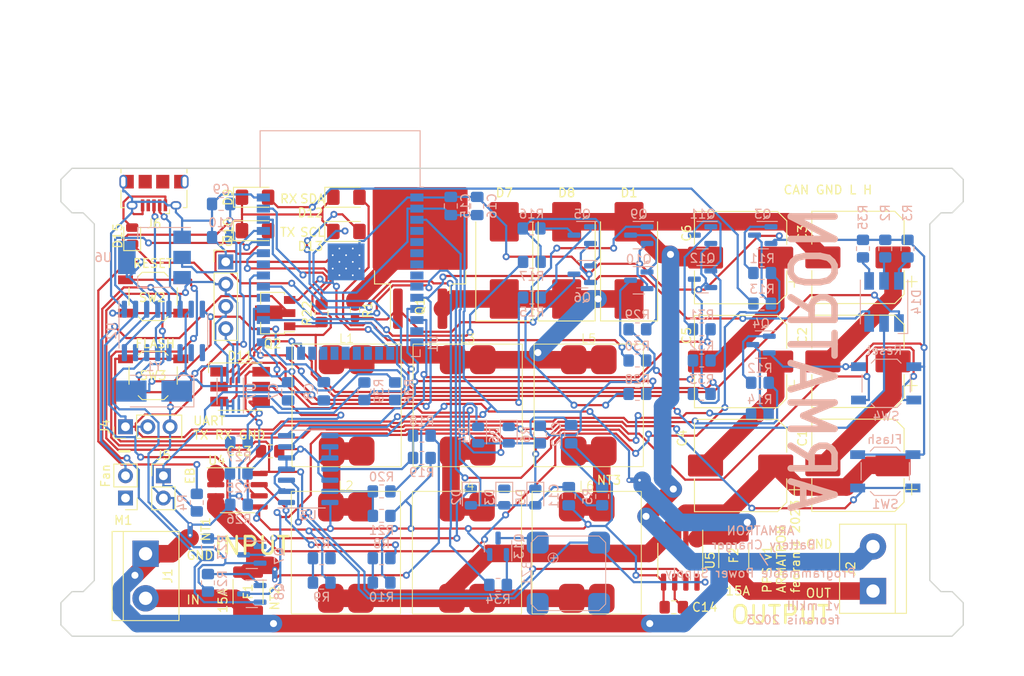
<source format=kicad_pcb>
(kicad_pcb (version 20221018) (generator pcbnew)
  (layers (0 "F.Cu" signal) (31 "B.Cu" signal) (34 "B.Paste" user) (35 "F.Paste" user) (36 "B.SilkS" user "B.Silkscreen") (37 "F.SilkS" user "F.Silkscreen") (38 "B.Mask" user) (39 "F.Mask" user) (44 "Edge.Cuts" user))
  (net 0 "")
  (net 1 "VOUT")
  (net 2 "Net-(C1-Pad2)")
  (net 3 "Net-(C2-Pad2)")
  (net 4 "GND")
  (net 5 "Net-(C4-Pad2)")
  (net 6 "Net-(C5-Pad2)")
  (net 7 "Net-(D1-K)")
  (net 8 "Net-(J1-Pin_2)")
  (net 9 "Net-(J2-Pin_1)")
  (net 10 "SW")
  (net 11 "SWITCH_PIN")
  (net 18 "+5V")
  (net 32 "RS485_A")
  (net 33 "Net-(L1-Pad2)")
  (net 34 "Net-(L3-Pad2)")
  (net 35 "Net-(L5-Pad2)")
  (net 36 "Net-(U2-XI)")
  (net 38 "Net-(U2-XO)")
  (net 40 "PIN_RESET")
  (net 41 "PIN_FLASH")
  (net 42 "RESET_UART")
  (net 43 "RESET_Header")
  (net 44 "FLASH_UART")
  (net 45 "Net-(D5-K)")
  (net 46 "Net-(D6-K)")
  (net 47 "VBUS")
  (net 48 "D+")
  (net 49 "D-")
  (net 51 "TX")
  (net 52 "RX")
  (net 57 "nDTR")
  (net 58 "nRTS")
  (net 60 "SDA")
  (net 61 "SCL")
  (net 62 "PGND")
  (net 63 "Net-(U4-FILTER)")
  (net 64 "Net-(U5-FILTER)")
  (net 65 "VIN")
  (net 66 "PIN_BATT_B_SENSE")
  (net 67 "PIN_BATT_B_SENSE_ADC")
  (net 68 "PIN_VIN_SENSE")
  (net 69 "PIN_VIN_SENSE_ADC")
  (net 70 "IN")
  (net 71 "OUT")
  (net 72 "PIN_VOUT_SENSE")
  (net 73 "Net-(BZ1-+)")
  (net 74 "Net-(D9-A)")
  (net 75 "Net-(D10-A)")
  (net 76 "PIN_RGB_G")
  (net 77 "PIN_RGB_R")
  (net 78 "PIN_RGB_B")
  (net 79 "Net-(D11-BK)")
  (net 80 "Net-(D11-RK)")
  (net 81 "Net-(D11-GK)")
  (net 82 "Net-(D12-A)")
  (net 83 "Net-(D13-A)")
  (net 84 "EB")
  (net 85 "+12V")
  (net 86 "Net-(M1--)")
  (net 87 "Net-(NT2-Pad1)")
  (net 88 "Net-(NT3-Pad1)")
  (net 89 "Net-(Q2-B)")
  (net 90 "Net-(Q3-B)")
  (net 91 "Net-(Q3-C)")
  (net 92 "Net-(Q4-B)")
  (net 93 "Net-(Q4-C)")
  (net 94 "Net-(Q5-B)")
  (net 95 "Net-(Q5-C)")
  (net 96 "Net-(Q6-B)")
  (net 97 "Net-(Q7-B)")
  (net 98 "Net-(Q8-B)")
  (net 99 "Net-(Q9-B)")
  (net 100 "Net-(Q10-B)")
  (net 101 "Net-(Q10-C)")
  (net 102 "Net-(Q11-B)")
  (net 103 "Net-(Q11-C)")
  (net 104 "Net-(Q12-C)")
  (net 105 "Net-(Q13-B)")
  (net 106 "VIN_ADC")
  (net 107 "VOUT_ADC")
  (net 108 "PIN_Fan")
  (net 109 "PIN_BUZZER")
  (net 110 "+3.3V")
  (net 111 "Net-(D14-BK)")
  (net 112 "Net-(D14-RK)")
  (net 113 "Net-(D14-GK)")
  (net 114 "RS485_B")
  (net 115 "RS485_RX")
  (net 116 "RS485_RX_H")
  (net 117 "RS485_TX")
  (net 118 "RS485_TX_H")
  (net 119 "RS485_DE")
  (footprint "Capacitor_SMD:CP_Elec_10x10" (layer "F.Cu") (at 120.668 107.543 180)
    (fp_text reference "C4")
    (fp_text value "1000uF 16v")
  )
  (footprint "Diode_SMD:D_SMC_Handsoldering" (layer "F.Cu") (at 93.726 84.156 90)
    (fp_text reference "D7")
    (fp_text value "D")
  )
  (footprint "Diode_SMD:D_SMC_Handsoldering" (layer "F.Cu") (at 107.95 84.156 90)
    (fp_text reference "D1")
    (fp_text value "D")
  )
  (footprint "NetTie:NetTie-2_THT_Pad0.3mm" (layer "F.Cu") (at 107.95 109.22)
    (fp_text reference "NT3")
    (fp_text value "NetTie_2")
  )
  (footprint "Fuse:Fuse_1812_4532Metric_Pad1.30x3.40mm_HandSolder" (layer "F.Cu") (at 119.888 117.795 90)
    (fp_text reference "F2")
    (fp_text value "15A")
  )
  (footprint "components:CDRH124" (layer "F.Cu") (at 75.7555 100.6905)
    (fp_text reference "L1")
    (fp_text value "1mH 4A")
  )
  (footprint "LED_SMD:LED_1206_3216Metric_Pad1.42x1.75mm_HandSolder" (layer "F.Cu") (at 75.7285 76.962)
    (fp_text reference "D12")
    (fp_text value "LED")
  )
  (footprint "components:CDRH124" (layer "F.Cu") (at 75.6715 117.475)
    (fp_text reference "L2")
    (fp_text value "1mH 4A")
  )
  (footprint "MountingHole:MountingHole_3.2mm_M3" (layer "F.Cu") (at 45.72 76.2)
    (fp_text reference "MH4" hide)
    (fp_text value "MountingHole_3.2mm_M3")
  )
  (footprint "MountingHole:MountingHole_3.2mm_M3" (layer "F.Cu") (at 45.72 124.46)
    (fp_text reference "MH1" hide)
    (fp_text value "MountingHole_3.2mm_M3")
  )
  (footprint "Connector_PinHeader_2.54mm:PinHeader_1x02_P2.54mm_Vertical" (layer "F.Cu") (at 54.864 108.712)
    (fp_text reference "J5")
    (fp_text value "Conn_01x02")
  )
  (footprint "Connector_USB:USB_Micro-B_Amphenol_10118194_Horizontal" (layer "F.Cu") (at 53.792 76.484 180)
    (fp_text reference "J6")
    (fp_text value "USB_B_Micro")
  )
  (footprint "Connector_PinHeader_2.54mm:PinHeader_1x04_P2.54mm_Vertical" (layer "F.Cu") (at 61.976 84.328)
    (fp_text reference "J3")
    (fp_text value "Conn_01x04_Pin")
  )
  (footprint "Package_SO:SOIC-8_3.9x4.9mm_P1.27mm" (layer "F.Cu") (at 63.311 110.363)
    (fp_text reference "U4")
    (fp_text value "ACS712xLCTR-20A")
  )
  (footprint "Diode_SMD:D_SMC_Handsoldering" (layer "F.Cu") (at 100.838 84.156 90)
    (fp_text reference "D8")
    (fp_text value "D")
  )
  (footprint "Fuse:Fuse_1812_4532Metric_Pad1.30x3.40mm_HandSolder" (layer "F.Cu") (at 64.516 121.92 90)
    (fp_text reference "F1")
    (fp_text value "15A")
  )
  (footprint "Package_SO:SOIC-8_3.9x4.9mm_P1.27mm" (layer "F.Cu") (at 113.792 118.364 -90)
    (fp_text reference "U5")
    (fp_text value "ACS712xLCTR-20A")
  )
  (footprint "Capacitor_SMD:CP_Elec_10x10" (layer "F.Cu") (at 120.668 95.693 180)
    (fp_text reference "C5")
    (fp_text value "1000uF 16v")
  )
  (footprint "Connector_PinHeader_2.54mm:PinHeader_1x03_P2.54mm_Vertical" (layer "F.Cu") (at 50.546 103.124 90)
    (fp_text reference "J4")
    (fp_text value "Conn_01x03_Pin")
  )
  (footprint "components:CDRH124" (layer "F.Cu") (at 89.5555 100.6905)
    (fp_text reference "L3")
    (fp_text value "1mH 4A")
  )
  (footprint "components:CDRH124" (layer "F.Cu") (at 103.3555 100.6905)
    (fp_text reference "L5")
    (fp_text value "1mH 4A")
  )
  (footprint "NetTie:NetTie-2_THT_Pad0.3mm" (layer "F.Cu") (at 67.564 120.58 90)
    (fp_text reference "NT2")
    (fp_text value "NetTie_2")
  )
  (footprint "MountingHole:MountingHole_3.2mm_M3" (layer "F.Cu") (at 143.51 124.46)
    (fp_text reference "MH2" hide)
    (fp_text value "MountingHole_3.2mm_M3")
  )
  (footprint "LED_SMD:LED_1206_3216Metric_Pad1.42x1.75mm_HandSolder" (layer "F.Cu") (at 75.7285 80.86)
    (fp_text reference "D13")
    (fp_text value "LED")
  )
  (footprint "Resistor_SMD:R_0603_1608Metric_Pad0.98x0.95mm_HandSolder" (layer "F.Cu") (at 76.708 89.8125 -90)
    (fp_text reference "R1")
    (fp_text value "R")
  )
  (footprint "Capacitor_SMD:C_0805_2012Metric_Pad1.18x1.45mm_HandSolder" (layer "F.Cu") (at 67.0345 105.918)
    (fp_text reference "C13")
    (fp_text value "1n")
  )
  (footprint "Capacitor_SMD:CP_Elec_10x10" (layer "F.Cu") (at 134.048 95.67 180)
    (fp_text reference "C2")
    (fp_text value "1000uF 16v")
  )
  (footprint "Package_TO_SOT_SMD:TO-263-2" (layer "F.Cu") (at 84.1375 82.018 90)
    (fp_text reference "Q1")
    (fp_text value "IRF4905")
  )
  (footprint "LED_SMD:LED_1206_3216Metric_Pad1.42x1.75mm_HandSolder" (layer "F.Cu") (at 65.3145 80.772)
    (fp_text reference "D10")
    (fp_text value "LED")
  )
  (footprint "Button_Switch_SMD:SW_SPST_TL3342" (layer "F.Cu") (at 53.696 97.282)
    (fp_text reference "SW3")
    (fp_text value "SW_Push")
  )
  (footprint "Package_TO_SOT_SMD:SOT-89-3" (layer "F.Cu") (at 67.31 90.17 180)
    (fp_text reference "Q2")
    (fp_text value "BCX56")
  )
  (footprint "NetTie:NetTie-2_THT_Pad0.3mm" (layer "F.Cu") (at 57.912 115.5 90)
    (fp_text reference "NT1")
    (fp_text value "NetTie_2")
  )
  (footprint "Diode_SMD:D_0805_2012Metric" (layer "F.Cu") (at 51.308 81.3585 90)
    (fp_text reference "D15")
    (fp_text value "D")
  )
  (footprint "MountingHole:MountingHole_3.2mm_M3" (layer "F.Cu") (at 143.51 76.2)
    (fp_text reference "MH3" hide)
    (fp_text value "MountingHole_3.2mm_M3")
  )
  (footprint "Connector_PinHeader_2.54mm:PinHeader_1x02_P2.54mm_Vertical" (layer "F.Cu") (at 50.546 111.252 180)
    (fp_text reference "M1")
    (fp_text value "Fan")
  )
  (footprint "LED_SMD:LED_RGB_5050-6" (layer "F.Cu") (at 63.614 98.552)
    (fp_text reference "D11")
    (fp_text value "LED_RGB")
  )
  (footprint "Resistor_SMD:R_0805_2012Metric_Pad1.20x1.40mm_HandSolder" (layer "F.Cu") (at 72.898 90.186 90)
    (fp_text reference "R22")
    (fp_text value "10K")
  )
  (footprint "TerminalBlock:TerminalBlock_bornier-2_P5.08mm" (layer "F.Cu") (at 135.763 121.855 90)
    (fp_text reference "J2")
    (fp_text value "Screw_Terminal_01x02")
  )
  (footprint "Button_Switch_SMD:SW_SPST_TL3342" (layer "F.Cu") (at 53.696 88.27)
    (fp_text reference "SW2")
    (fp_text value "SW_Push")
  )
  (footprint "Capacitor_SMD:C_0805_2012Metric_Pad1.18x1.45mm_HandSolder" (layer "F.Cu") (at 113.0515 123.698 180)
    (fp_text reference "C14")
    (fp_text value "1n")
  )
  (footprint "components:CDRH124" (layer "F.Cu") (at 103.124 117.475)
    (fp_text reference "L6")
    (fp_text value "1mH 4A")
  )
  (footprint "Capacitor_SMD:CP_Elec_10x10" (layer "F.Cu") (at 120.668 83.843 180)
    (fp_text reference "C6")
    (fp_text value "1000uF 16v")
  )
  (footprint "Capacitor_SMD:CP_Elec_10x10" (layer "F.Cu") (at 134.048 107.52 180)
    (fp_text reference "C1")
    (fp_text value "1000uF 16v")
  )
  (footprint "components:CDRH124" (layer "F.Cu") (at 89.4715 117.475)
    (fp_text reference "L4")
    (fp_text value "1mH 4A")
  )
  (footprint "Capacitor_SMD:CP_Elec_10x10" (layer "F.Cu") (at 134.048 83.82 180)
    (fp_text reference "C3")
    (fp_text value "1000uF 16v")
  )
  (footprint "LED_SMD:LED_1206_3216Metric_Pad1.42x1.75mm_HandSolder" (layer "F.Cu") (at 65.3145 76.962)
    (fp_text reference "D9")
    (fp_text value "LED")
  )
  (footprint "TerminalBlock:TerminalBlock_bornier-2_P5.08mm" (layer "F.Cu") (at 52.832 117.602 -90)
    (fp_text reference "J1")
    (fp_text value "Screw_Terminal_01x02")
  )
  (footprint "Diode_SMD:D_0805_2012Metric" (layer "B.Cu") (at 94.234 104.0745 -90)
    (fp_text reference "D6")
    (fp_text value "D")
  )
  (footprint "Package_TO_SOT_SMD:SOT-23" (layer "B.Cu") (at 109.063 86.426 180)
    (fp_text reference "Q10")
    (fp_text value "BC817")
  )
  (footprint "Package_SO:SOIC-14_3.9x8.7mm_P1.27mm" (layer "B.Cu") (at 71.374 107.95)
    (fp_text reference "U3")
    (fp_text value "MCP3428")
  )
  (footprint "Resistor_SMD:R_0805_2012Metric_Pad1.20x1.40mm_HandSolder" (layer "B.Cu") (at 139.7 82.82 -90)
    (fp_text reference "R3")
    (fp_text value "220R")
  )
  (footprint "Resistor_SMD:R_0805_2012Metric_Pad1.20x1.40mm_HandSolder" (layer "B.Cu") (at 77.777 99.076 90)
    (fp_text reference "R39")
    (fp_text value "1K")
  )
  (footprint "Diode_SMD:D_0805_2012Metric" (layer "B.Cu") (at 93.726 111.14 -90)
    (fp_text reference "D3")
    (fp_text value "D")
  )
  (footprint "Package_TO_SOT_SMD:SOT-23" (layer "B.Cu") (at 102.616 81.28 180)
    (fp_text reference "Q5")
    (fp_text value "BC817")
  )
  (footprint "Package_TO_SOT_SMD:SOT-23" (layer "B.Cu") (at 93.02 116.7515 90)
    (fp_text reference "Q13")
    (fp_text value "BC817")
  )
  (footprint "Resistor_SMD:R_0805_2012Metric_Pad1.20x1.40mm_HandSolder" (layer "B.Cu") (at 84.328 106.68)
    (fp_text reference "R19")
    (fp_text value "15K")
  )
  (footprint "Resistor_SMD:R_0805_2012Metric_Pad1.20x1.40mm_HandSolder" (layer "B.Cu") (at 123.1275 85.598 180)
    (fp_text reference "R11")
    (fp_text value "10K")
  )
  (footprint "Resistor_SMD:R_0805_2012Metric_Pad1.20x1.40mm_HandSolder" (layer "B.Cu") (at 96.8365 80.518 180)
    (fp_text reference "R16")
    (fp_text value "1K")
  )
  (footprint "Package_TO_SOT_SMD:SOT-23" (layer "B.Cu") (at 102.616 85.73 180)
    (fp_text reference "Q6")
    (fp_text value "BC817")
  )
  (footprint "Resistor_SMD:R_0805_2012Metric_Pad1.20x1.40mm_HandSolder" (layer "B.Cu") (at 59.944 116.856 90)
    (fp_text reference "R23")
    (fp_text value "10K")
  )
  (footprint "Package_TO_SOT_SMD:SOT-23" (layer "B.Cu") (at 64.9455 117.724 180)
    (fp_text reference "Q7")
    (fp_text value "BC817")
  )
  (footprint "Resistor_SMD:R_0805_2012Metric_Pad1.20x1.40mm_HandSolder" (layer "B.Cu") (at 123.1275 89.088 180)
    (fp_text reference "R13")
    (fp_text value "1k")
  )
  (footprint "Resistor_SMD:R_0805_2012Metric_Pad1.20x1.40mm_HandSolder" (layer "B.Cu") (at 59.944 120.92 90)
    (fp_text reference "R24")
    (fp_text value "10K")
  )
  (footprint "Resistor_SMD:R_0805_2012Metric_Pad1.20x1.40mm_HandSolder" (layer "B.Cu") (at 116.2375 92.014 180)
    (fp_text reference "R31")
    (fp_text value "10K")
  )
  (footprint "RF_Module:ESP32-WROOM-32" (layer "B.Cu") (at 75.0125 85.239 180)
    (fp_text reference "U1")
    (fp_text value "ESP32-WROOM-32")
  )
  (footprint "Resistor_SMD:R_0805_2012Metric_Pad1.20x1.40mm_HandSolder" (layer "B.Cu") (at 116.2375 99.38 180)
    (fp_text reference "R33")
    (fp_text value "1k")
  )
  (footprint "Resistor_SMD:R_0805_2012Metric_Pad1.20x1.40mm_HandSolder" (layer "B.Cu") (at 84.328 104.14 180)
    (fp_text reference "R18")
    (fp_text value "220K")
  )
  (footprint "Diode_SMD:D_0805_2012Metric" (layer "B.Cu") (at 90.747 104.0745 -90)
    (fp_text reference "D4")
    (fp_text value "D")
  )
  (footprint "Button_Switch_SMD:SW_SPST_TL3342" (layer "B.Cu") (at 137.262 98.176)
    (fp_text reference "SW4")
    (fp_text value "SW_Push")
  )
  (footprint "Package_TO_SOT_SMD:SOT-23" (layer "B.Cu") (at 116.332 86.304 180)
    (fp_text reference "Q12")
    (fp_text value "BC817")
  )
  (footprint "Diode_SMD:D_0805_2012Metric" (layer "B.Cu") (at 89.916 111.14 -90)
    (fp_text reference "D2")
    (fp_text value "D")
  )
  (footprint "Resistor_SMD:R_0805_2012Metric_Pad1.20x1.40mm_HandSolder" (layer "B.Cu") (at 72.914 120.904)
    (fp_text reference "R9")
    (fp_text value "15K")
  )
  (footprint "Resistor_SMD:R_0805_2012Metric_Pad1.20x1.40mm_HandSolder" (layer "B.Cu") (at 104.886 111.0775 -90)
    (fp_text reference "R5")
    (fp_text value "10K")
  )
  (footprint "Resistor_SMD:R_0805_2012Metric_Pad1.20x1.40mm_HandSolder" (layer "B.Cu") (at 79.74 110.49 180)
    (fp_text reference "R20")
    (fp_text value "220K")
  )
  (footprint "Package_SO:SOIC-16_3.9x9.9mm_P1.27mm" (layer "B.Cu") (at 54.864 92.202 -90)
    (fp_text reference "U2")
    (fp_text value "CH340G")
  )
  (footprint "Button_Switch_SMD:SW_SPST_TL3342" (layer "B.Cu") (at 137.16 108.204)
    (fp_text reference "SW1")
    (fp_text value "SW_Push")
  )
  (footprint "Resistor_SMD:R_0805_2012Metric_Pad1.20x1.40mm_HandSolder" (layer "B.Cu") (at 122.8635 101.666 180)
    (fp_text reference "R14")
    (fp_text value "1k")
  )
  (footprint "components:cmt-8504" (layer "B.Cu") (at 101.036 119.832 -90)
    (fp_text reference "BZ1")
    (fp_text value "Buzzer")
  )
  (footprint "Capacitor_SMD:C_0805_2012Metric_Pad1.18x1.45mm_HandSolder" (layer "B.Cu") (at 101.346 103.9745 -90)
    (fp_text reference "C12")
    (fp_text value "100n")
  )
  (footprint "Resistor_SMD:R_0805_2012Metric_Pad1.20x1.40mm_HandSolder" (layer "B.Cu") (at 134.62 82.82 -90)
    (fp_text reference "R35")
    (fp_text value "220R")
  )
  (footprint "Resistor_SMD:R_0805_2012Metric_Pad1.20x1.40mm_HandSolder" (layer "B.Cu") (at 79.74 118.11 180)
    (fp_text reference "R8")
    (fp_text value "22K")
  )
  (footprint "Capacitor_SMD:C_0805_2012Metric_Pad1.18x1.45mm_HandSolder" (layer "B.Cu") (at 61.4465 81.534 180)
    (fp_text reference "C10")
    (fp_text value "100n")
  )
  (footprint "Package_TO_SOT_SMD:SOT-23" (layer "B.Cu") (at 109.063 81.28 180)
    (fp_text reference "Q9")
    (fp_text value "BC817")
  )
  (footprint "Resistor_SMD:R_0805_2012Metric_Pad1.20x1.40mm_HandSolder" (layer "B.Cu") (at 137.16 82.82 -90)
    (fp_text reference "R2")
    (fp_text value "220R")
  )
  (footprint "Capacitor_SMD:C_0805_2012Metric_Pad1.18x1.45mm_HandSolder" (layer "B.Cu") (at 87.63 77.9565 90)
    (fp_text reference "C15")
    (fp_text value "10u")
  )
  (footprint "Resistor_SMD:R_0805_2012Metric_Pad1.20x1.40mm_HandSolder" (layer "B.Cu") (at 58.674 111.776 -90)
    (fp_text reference "R4")
    (fp_text value "1K")
  )
  (footprint "Resistor_SMD:R_0805_2012Metric_Pad1.20x1.40mm_HandSolder" (layer "B.Cu") (at 81.28 99.076 90)
    (fp_text reference "R36")
    (fp_text value "1K")
  )
  (footprint "Resistor_SMD:R_0805_2012Metric_Pad1.20x1.40mm_HandSolder" (layer "B.Cu") (at 93.02 121.148)
    (fp_text reference "R34")
    (fp_text value "10K")
  )
  (footprint "Crystal:Crystal_SMD_5032-2Pin_5.0x3.2mm_HandSoldering" (layer "B.Cu") (at 53.788 99.06 180)
    (fp_text reference "Y1")
    (fp_text value "12MHz")
  )
  (footprint "Resistor_SMD:R_0805_2012Metric_Pad1.20x1.40mm_HandSolder" (layer "B.Cu") (at 63.484 112.014)
    (fp_text reference "R26")
    (fp_text value "220R")
  )
  (footprint "LED_SMD:LED_RGB_5050-6" (layer "B.Cu") (at 137.02 88.9 90)
    (fp_text reference "D14")
    (fp_text value "LED_RGB")
  )
  (footprint "Package_TO_SOT_SMD:SOT-23" (layer "B.Cu") (at 122.9955 93.756 180)
    (fp_text reference "Q4")
    (fp_text value "BC817")
  )
  (footprint "Resistor_SMD:R_0805_2012Metric_Pad1.20x1.40mm_HandSolder" (layer "B.Cu") (at 96.8685 84.328)
    (fp_text reference "R17")
    (fp_text value "10K")
  )
  (footprint "Capacitor_SMD:C_0805_2012Metric_Pad1.18x1.45mm_HandSolder" (layer "B.Cu") (at 61.4465 77.724 180)
    (fp_text reference "C9")
    (fp_text value "4.7u")
  )
  (footprint "Resistor_SMD:R_0805_2012Metric_Pad1.20x1.40mm_HandSolder" (layer "B.Cu") (at 122.8735 98.11 180)
    (fp_text reference "R12")
    (fp_text value "10K")
  )
  (footprint "Resistor_SMD:R_0805_2012Metric_Pad1.20x1.40mm_HandSolder" (layer "B.Cu") (at 79.74 113.284)
    (fp_text reference "R21")
    (fp_text value "15K")
  )
  (footprint "Resistor_SMD:R_0805_2012Metric_Pad1.20x1.40mm_HandSolder" (layer "B.Cu") (at 97.79 104.012 -90)
    (fp_text reference "R6")
    (fp_text value "10K")
  )
  (footprint "Resistor_SMD:R_0805_2012Metric_Pad1.20x1.40mm_HandSolder" (layer "B.Cu") (at 108.9035 99.38 180)
    (fp_text reference "R28")
    (fp_text value "10K")
  )
  (footprint "Resistor_SMD:R_0805_2012Metric_Pad1.20x1.40mm_HandSolder" (layer "B.Cu") (at 108.9035 95.57 180)
    (fp_text reference "R30")
    (fp_text value "1k")
  )
  (footprint "Resistor_SMD:R_0805_2012Metric_Pad1.20x1.40mm_HandSolder" (layer "B.Cu") (at 79.74 120.904)
    (fp_text reference "R10")
    (fp_text value "15K")
  )
  (footprint "Resistor_SMD:R_0805_2012Metric_Pad1.20x1.40mm_HandSolder" (layer "B.Cu") (at 116.2375 95.57 180)
    (fp_text reference "R32")
    (fp_text value "10K")
  )
  (footprint "Capacitor_SMD:C_0805_2012Metric_Pad1.18x1.45mm_HandSolder" (layer "B.Cu") (at 90.64 77.9565 90)
    (fp_text reference "C16")
    (fp_text value "100n")
  )
  (footprint "Capacitor_SMD:C_0805_2012Metric_Pad1.18x1.45mm_HandSolder" (layer "B.Cu") (at 69.088 99.0815 -90)
    (fp_text reference "C7")
    (fp_text value "22pF")
  )
  (footprint "Resistor_SMD:R_0805_2012Metric_Pad1.20x1.40mm_HandSolder" (layer "B.Cu") (at 72.914 118.11 180)
    (fp_text reference "R7")
    (fp_text value "22K")
  )
  (footprint "Capacitor_SMD:C_0805_2012Metric_Pad1.18x1.45mm_HandSolder" (layer "B.Cu") (at 73.152 99.0815 -90)
    (fp_text reference "C8")
    (fp_text value "22pF")
  )
  (footprint "Package_TO_SOT_SMD:SOT-23" (layer "B.Cu") (at 64.9455 122.174 180)
    (fp_text reference "Q8")
    (fp_text value "BC817")
  )
  (footprint "Package_TO_SOT_SMD:SOT-23" (layer "B.Cu") (at 123.19 81.28 180)
    (fp_text reference "Q3")
    (fp_text value "BC817")
  )
  (footprint "Resistor_SMD:R_0805_2012Metric_Pad1.20x1.40mm_HandSolder" (layer "B.Cu") (at 63.452 108.458)
    (fp_text reference "R25")
    (fp_text value "220R")
  )
  (footprint "Package_TO_SOT_SMD:SOT-23" (layer "B.Cu") (at 116.332 81.28 180)
    (fp_text reference "Q11")
    (fp_text value "BC817")
  )
  (footprint "Capacitor_SMD:C_0805_2012Metric_Pad1.18x1.45mm_HandSolder" (layer "B.Cu") (at 101.076 111.04 -90)
    (fp_text reference "C11")
    (fp_text value "100n")
  )
  (footprint "Package_TO_SOT_SMD:SOT-223-3_TabPin2" (layer "B.Cu") (at 53.848 83.82 180)
    (fp_text reference "U6")
    (fp_text value "AMS1117-3.3")
  )
  (footprint "Diode_SMD:D_0805_2012Metric" (layer "B.Cu") (at 97.266 111.14 -90)
    (fp_text reference "D5")
    (fp_text value "D")
  )
  (footprint "Resistor_SMD:R_0805_2012Metric_Pad1.20x1.40mm_HandSolder" (layer "B.Cu") (at 96.8685 88.392)
    (fp_text reference "R15")
    (fp_text value "10K")
  )
  (footprint "Resistor_SMD:R_0805_2012Metric_Pad1.20x1.40mm_HandSolder" (layer "B.Cu") (at 108.9035 92.014 180)
    (fp_text reference "R29")
    (fp_text value "10K")
  )
  (footprint "Resistor_SMD:R_0805_2012Metric_Pad1.20x1.40mm_HandSolder" (layer "B.Cu") (at 63.484 104.902)
    (fp_text reference "R27")
    (fp_text value "220R")
  )
  (footprint "Package_SO:SSOP-8_2.95x2.8mm_P0.65mm" (layer "B.Cu") (at 62.484 99.06 90)
    (fp_text reference "U7")
    (fp_text value "MAX485E")
  )
  (gr_poly (pts (xy 44.45 127) (xy 144.78 127) (xy 146.05 125.73) (xy 146.05 123.19) (xy 144.78 121.92) (xy 143.51 121.92) (xy 142.24 120.65) (xy 142.24 80.01) (xy 143.51 78.74) (xy 144.78 78.74) (xy 146.05 77.47) (xy 146.05 74.93) (xy 144.78 73.66) (xy 44.45 73.66) (xy 43.18 74.93) (xy 43.18 77.47) (xy 44.45 78.74) (xy 45.72 78.74) (xy 46.99 80.01) (xy 46.99 120.65) (xy 45.72 121.92) (xy 44.45 121.92) (xy 43.18 123.19) (xy 43.18 125.73)) (stroke (width 0.15)) (fill none) (layer "Edge.Cuts"))
  (gr_text "Flash" (at 139.192 105.156) (layer "B.SilkS") (effects (font (size 1 1)) (justify left bottom mirror)))
  (gr_text "Reset" (at 139.192 94.996) (layer "B.SilkS") (effects (font (size 1 1)) (justify left bottom mirror)))
  (gr_text "ARMATRON\nBattery Charger \n/ \nProgrammable Power Supply" (at 122.936 120.396) (layer "B.SilkS") (effects (font (size 1 1)) (justify bottom mirror)))
  (gr_text "v1 mkIII\nfeoranis 2023" (at 132.08 125.73) (layer "B.SilkS") (effects (font (size 1 1)) (justify left bottom mirror)))
  (gr_text "ARMATRON" (at 125.73 113.284 270) (layer "B.SilkS") (effects (font (size 5 4.5) (thickness 0.75)) (justify left bottom mirror)))
  (gr_text "OUTPUT" (at 119.38 125.73) (layer "F.SilkS") (effects (font (size 2 2) (thickness 0.3)) (justify left bottom)))
  (gr_text "CAN GND L H" (at 125.476 76.708) (layer "F.SilkS") (effects (font (size 1 1)) (justify left bottom)))
  (gr_text "15A" (at 62.23 124.46 90) (layer "F.SilkS") (effects (font (size 1 1)) (justify left bottom)))
  (gr_text "INPUT" (at 60.452 117.856) (layer "F.SilkS") (effects (font (size 2 2) (thickness 0.3)) (justify left bottom)))
  (gr_text "RX" (at 68.072 77.724) (layer "F.SilkS") (effects (font (size 1 1)) (justify left bottom)))
  (gr_text "SDA" (at 70.358 77.724) (layer "F.SilkS") (effects (font (size 1 1)) (justify left bottom)))
  (gr_text "SCL" (at 70.358 81.534) (layer "F.SilkS") (effects (font (size 1 1)) (justify left bottom)))
  (gr_text "15A" (at 118.872 122.428) (layer "F.SilkS") (effects (font (size 1 1)) (justify left bottom)))
  (gr_text "RESET" (at 51.308 85.09) (layer "F.SilkS") (effects (font (size 1 1)) (justify left bottom)))
  (gr_text "PPS v1\nARMATRON\nfeoranis 2023" (at 127.508 122.174 90) (layer "F.SilkS") (effects (font (size 1 1)) (justify left bottom)))
  (gr_text "UART\nTX RX GND" (at 58.166 104.648) (layer "F.SilkS") (effects (font (size 1 1)) (justify left bottom)))
  (gr_text "GND" (at 128.016 117.094) (layer "F.SilkS") (effects (font (size 1 1)) (justify left bottom)))
  (gr_text "GND" (at 57.404 118.364) (layer "F.SilkS") (effects (font (size 1 1)) (justify left bottom)))
  (gr_text "Fan" (at 48.26 108.712 90) (layer "F.SilkS") (effects (font (size 1 1))))
  (gr_text "OUT" (at 128.016 122.682) (layer "F.SilkS") (effects (font (size 1 1)) (justify left bottom)))
  (gr_text "FLASH" (at 51.562 94.234) (layer "F.SilkS") (effects (font (size 1 1)) (justify left bottom)))
  (gr_text "TX" (at 68.072 81.534) (layer "F.SilkS") (effects (font (size 1 1)) (justify left bottom)))
  (gr_text "EB" (at 57.912 108.712 90) (layer "F.SilkS") (effects (font (size 1 1))))
  (gr_text "IN" (at 57.404 123.444) (layer "F.SilkS") (effects (font (size 1 1)) (justify left bottom)))
  (gr_text "-" (at 51.562 106.68) (layer "F.SilkS") (effects (font (size 1.5 1.5) (thickness 0.3) bold) (justify left bottom mirror)))
  (segment (start 119.1153 112.9812) (end 114.406 112.9812) (width 2) (layer "F.Cu") (net 1))
  (segment (start 110.2104 117.5656) (end 111.887 115.889) (width 2) (layer "F.Cu") (net 1))
  (segment (start 138.048 107.52) (end 135.2078 107.52) (width 2) (layer "F.Cu") (net 1))
  (segment (start 112.9077 115.889) (end 111.887 115.889) (width 0.601) (layer "F.Cu") (net 1))
  (segment (start 124.5535 107.543) (end 119.1153 112.9812) (width 2) (layer "F.Cu") (net 1))
  (segment (start 87.757 122.682) (end 77.386 122.682) (width 2) (layer "F.Cu") (net 1))
  (segment (start 91.186 122.682) (end 101.4095 122.682) (width 2) (layer "F.Cu") (net 1))
  (segment (start 87.757 122.682) (end 91.186 122.682) (width 2) (layer "F.Cu") (net 1))
  (segment (start 87.757 121.7093) (end 91.9007 117.5656) (width 2) (layer "F.Cu") (net 1))
  (segment (start 114.406 112.9812) (end 112.9077 114.4795) (width 2) (layer "F.Cu") (net 1))
  (segment (start 104.8385 122.682) (end 101.4095 122.682) (width 2) (layer "F.Cu") (net 1))
  (segment (start 87.757 122.682) (end 87.757 121.7093) (width 2) (layer "F.Cu") (net 1))
  (segment (start 112.9077 114.4795) (end 112.9077 115.889) (width 2) (layer "F.Cu") (net 1))
  (segment (start 91.9007 117.5656) (end 110.2104 117.5656) (width 2) (layer "F.Cu") (net 1))
  (segment (start 124.668 107.543) (end 124.5535 107.543) (width 2) (layer "F.Cu") (net 1))
  (segment (start 135.2078 107.52) (end 132.7336 109.9942) (width 2) (layer "F.Cu") (net 1))
  (segment (start 127.1192 109.9942) (end 124.668 107.543) (width 2) (layer "F.Cu") (net 1))
  (segment (start 132.7336 109.9942) (end 127.1192 109.9942) (width 2) (layer "F.Cu") (net 1))
  (segment (start 113.157 115.889) (end 112.9077 115.889) (width 0.601) (layer "F.Cu") (net 1))
  (segment (start 77.386 122.682) (end 73.957 122.682) (width 2) (layer "F.Cu") (net 1))
  (segment (start 138.048 99.52) (end 138.048 95.67) (width 2) (layer "F.Cu") (net 2))
  (segment (start 130.048 107.52) (end 138.048 99.52) (width 2) (layer "F.Cu") (net 2))
  (segment (start 138.048 83.82) (end 138.048 88.3257) (width 2) (layer "F.Cu") (net 3))
  (segment (start 130.7037 95.67) (end 130.048 95.67) (width 2) (layer "F.Cu") (net 3))
  (segment (start 138.048 88.3257) (end 130.7037 95.67) (width 2) (layer "F.Cu") (net 3))
  (segment (start 122.721 81.3624) (end 125.0767 81.3624) (width 0.25) (layer "F.Cu") (net 4))
  (segment (start 115.9027 87.4895) (end 116.5939 87.4895) (width 0.25) (layer "F.Cu") (net 4))
  (segment (start 52.0734 99.182) (end 55.6709 99.182) (width 0.25) (layer "F.Cu") (net 4))
  (segment (start 58.0211 97.4747) (end 58.4589 97.0369) (width 0.25) (layer "F.Cu") (net 4))
  (segment (start 54.7505 90.17) (end 54.7505 92.2165) (width 0.25) (layer "F.Cu") (net 4))
  (segment (start 89.6305 114.7319) (end 102.794 114.7319) (width 0.25) (layer "F.Cu") (net 4))
  (segment (start 141.137 93.6438) (end 141.5871 94.0939) (width 0.25) (layer "F.Cu") (net 4))
  (segment (start 81.2132 114.7319) (end 83.0975 114.7319) (width 0.25) (layer "F.Cu") (net 4))
  (segment (start 101.4026 83.7385) (end 103.3941 85.73) (width 0.25) (layer "F.Cu") (net 4))
  (segment (start 104.5786 84.5455) (end 109.1601 84.5455) (width 0.25) (layer "F.Cu") (net 4))
  (segment (start 111.887 120.839) (end 111.887 123.571) (width 0.25) (layer "F.Cu") (net 4))
  (segment (start 115.9027 87.4895) (end 112.1041 87.4895) (width 0.25) (layer "F.Cu") (net 4))
  (segment (start 73.9048 114.7319) (end 81.2132 114.7319) (width 0.25) (layer "F.Cu") (net 4))
  (segment (start 111.887 123.571) (end 112.014 123.698) (width 0.25) (layer "F.Cu") (net 4))
  (segment (start 71.4597 114.8447) (end 73.792 114.8447) (width 0.25) (layer "F.Cu") (net 4))
  (segment (start 69.26 88.67) (end 70.2351 88.67) (width 0.25) (layer "F.Cu") (net 4))
  (segment (start 71.4597 114.8447) (end 71.4597 114.9975) (width 0.25) (layer "F.Cu") (net 4))
  (segment (start 135.8096 93.6438) (end 141.137 93.6438) (width 0.25) (layer "F.Cu") (net 4))
  (segment (start 89.6305 114.7319) (end 83.0975 114.7319) (width 0.25) (layer "F.Cu") (net 4))
  (segment (start 51.492 78.8841) (end 51.292 78.6841) (width 0.25) (layer "F.Cu") (net 4))
  (segment (start 65.786 112.268) (end 65.786 113.5638) (width 0.25) (layer "F.Cu") (net 4))
  (segment (start 65.786 112.268) (end 64.7642 112.268) (width 0.25) (layer "F.Cu") (net 4))
  (segment (start 112.1041 87.4895) (end 109.1601 84.5455) (width 0.25) (layer "F.Cu") (net 4))
  (segment (start 65.786 113.5638) (end 67.0669 114.8447) (width 0.25) (layer "F.Cu") (net 4))
  (segment (start 65.786 113.5638) (end 65.4909 113.5638) (width 0.25) (layer "F.Cu") (net 4))
  (segment (start 132.6555 96.276) (end 133.1774 96.276) (width 0.25) (layer "F.Cu") (net 4))
  (segment (start 70.2351 88.67) (end 72.6175 86.2876) (width 0.25) (layer "F.Cu") (net 4))
  (segment (start 74.5896 87.1115) (end 74.5896 90.5362) (width 0.25) (layer "F.Cu") (net 4))
  (segment (start 133.1774 96.276) (end 135.8096 93.6438) (width 0.25) (layer "F.Cu") (net 4))
  (segment (start 54.7505 90.17) (end 56.846 90.17) (width 0.25) (layer "F.Cu") (net 4))
  (segment (start 61.976 84.328) (end 63.1511 84.328) (width 0.25) (layer "F.Cu") (net 4))
  (segment (start 68.3179 105.6721) (end 68.072 105.918) (width 0.25) (layer "F.Cu") (net 4))
  (segment (start 56.2585 99.182) (end 56.846 99.182) (width 0.25) (layer "F.Cu") (net 4))
  (segment (start 58.0211 99.182) (end 58.0211 97.4747) (width 0.25) (layer "F.Cu") (net 4))
  (segment (start 49.9585 90.17) (end 49.3709 90.17) (width 0.25) (layer "F.Cu") (net 4))
  (segment (start 102.794 114.7319) (end 103.2813 114.2446) (width 0.25) (layer "F.Cu") (net 4))
  (segment (start 49.3709 90.17) (end 49.0861 90.17) (width 0.25) (layer "F.Cu") (net 4))
  (segment (start 103.3941 85.73) (end 104.5786 84.5455) (width 0.25) (layer "F.Cu") (net 4))
  (segment (start 56.846 99.182) (end 58.0211 99.182) (width 0.25) (layer "F.Cu") (net 4))
  (segment (start 116.5939 87.4895) (end 122.721 81.3624) (width 0.25) (layer "F.Cu") (net 4))
  (segment (start 52.492 77.884) (end 52.492 78.8841) (width 0.25) (layer "F.Cu") (net 4))
  (segment (start 52.492 78.8841) (end 51.492 78.8841) (width 0.25) (layer "F.Cu") (net 4))
  (segment (start 73.792 114.8447) (end 73.9048 114.7319) (width 0.25) (layer "F.Cu") (net 4))
  (segment (start 73.406 84.328) (end 63.1511 84.328) (width 0.25) (layer "F.Cu") (net 4))
  (segment (start 76.0843 92.0309) (end 78.2102 92.0309) (width 0.25) (layer "F.Cu") (net 4))
  (segment (start 70.5012 105.6721) (end 68.3179 105.6721) (width 0.25) (layer "F.Cu") (net 4))
  (segment (start 108.7374 120.0572) (end 111.1052 120.0572) (width 0.25) (layer "F.Cu") (net 4))
  (segment (start 55.6709 100.8703) (end 55.6709 99.182) (width 0.25) (layer "F.Cu") (net 4))
  (segment (start 64.7642 112.268) (end 63.4876 110.9914) (width 0.25) (layer "F.Cu") (net 4))
  (segment (start 74.5896 90.5362) (end 76.0843 92.0309) (width 0.25) (layer "F.Cu") (net 4))
  (segment (start 72.6175 86.2876) (end 72.726 86.2876) (width 0.25) (layer "F.Cu") (net 4))
  (segment (start 74.1675 83.5665) (end 73.406 84.328) (width 0.25) (layer "F.Cu") (net 4))
  (segment (start 50.546 90.17) (end 54.7505 90.17) (width 0.25) (layer "F.Cu") (net 4))
  (segment (start 51.292 77.884) (end 51.292 78.6841) (width 0.25) (layer "F.Cu") (net 4))
  (segment (start 93.9426 83.7385) (end 101.4026 83.7385) (width 0.25) (layer "F.Cu") (net 4))
  (segment (start 49.9585 90.17) (end 50.546 90.17) (width 0.25) (layer "F.Cu") (net 4))
  (segment (start 52.0734 97.2268) (end 52.0734 99.182) (width 0.25) (layer "F.Cu") (net 4))
  (segment (start 56.2585 99.182) (end 55.6709 99.182) (width 0.25) (layer "F.Cu") (net 4))
  (segment (start 50.546 99.182) (end 52.0734 99.182) (width 0.25) (layer "F.Cu") (net 4))
  (segment (start 111.1052 120.0572) (end 111.887 120.839) (width 0.25) (layer "F.Cu") (net 4))
  (segment (start 67.0669 114.8447) (end 71.4597 114.8447) (width 0.25) (layer "F.Cu") (net 4))
  (via (at 49.0861 90.17) (size 0.8) (drill 0.4) (layers "F.Cu" "B.Cu") (net 4))
  (via (at 70.5012 105.6721) (size 0.8) (drill 0.4) (layers "F.Cu" "B.Cu") (net 4))
  (via (at 89.6305 114.7319) (size 0.8) (drill 0.4) (layers "F.Cu" "B.Cu") (net 4))
  (via (at 108.7374 120.0572) (size 0.8) (drill 0.4) (layers "F.Cu" "B.Cu") (net 4))
  (via (at 63.4876 110.9914) (size 0.8) (drill 0.4) (layers "F.Cu" "B.Cu") (net 4))
  (via (at 78.2102 92.0309) (size 0.8) (drill 0.4) (layers "F.Cu" "B.Cu") (net 4))
  (via (at 125.0767 81.3624) (size 0.8) (drill 0.4) (layers "F.Cu" "B.Cu") (net 4))
  (via (at 93.9426 83.7385) (size 0.8) (drill 0.4) (layers "F.Cu" "B.Cu") (net 4))
  (via (at 55.6709 100.8703) (size 0.8) (drill 0.4) (layers "F.Cu" "B.Cu") (net 4))
  (via (at 81.2132 114.7319) (size 0.8) (drill 0.4) (layers "F.Cu" "B.Cu") (net 4))
  (via (at 52.0734 97.2268) (size 0.8) (drill 0.4) (layers "F.Cu" "B.Cu") (net 4))
  (via (at 115.9027 87.4895) (size 0.8) (drill 0.4) (layers "F.Cu" "B.Cu") (net 4))
  (via (at 74.5896 87.1115) (size 0.8) (drill 0.4) (layers "F.Cu" "B.Cu") (net 4))
  (via (at 103.3941 85.73) (size 0.8) (drill 0.4) (layers "F.Cu" "B.Cu") (net 4))
  (via (at 141.5871 94.0939) (size 0.8) (drill 0.4) (layers "F.Cu" "B.Cu") (net 4))
  (via (at 132.6555 96.276) (size 0.8) (drill 0.4) (layers "F.Cu" "B.Cu") (net 4))
  (via (at 83.0975 114.7319) (size 0.8) (drill 0.4) (layers "F.Cu" "B.Cu") (net 4))
  (via (at 73.9048 114.7319) (size 0.8) (drill 0.4) (layers "F.Cu" "B.Cu") (net 4))
  (via (at 65.4909 113.5638) (size 0.8) (drill 0.4) (layers "F.Cu" "B.Cu") (net 4))
  (via (at 54.7505 92.2165) (size 0.8) (drill 0.4) (layers "F.Cu" "B.Cu") (net 4))
  (via (at 58.4589 97.0369) (size 0.8) (drill 0.4) (layers "F.Cu" "B.Cu") (net 4))
  (via (at 103.2813 114.2446) (size 0.8) (drill 0.4) (layers "F.Cu" "B.Cu") (net 4))
  (via (at 71.4597 114.9975) (size 0.8) (drill 0.4) (layers "F.Cu" "B.Cu") (net 4))
  (via (at 72.726 86.2876) (size 0.8) (drill 0.4) (layers "F.Cu" "B.Cu") (net 4))
  (via (at 109.1601 84.5455) (size 0.8) (drill 0.4) (layers "F.Cu" "B.Cu") (net 4))
  (segment (start 77.2175 83.5665) (end 77.2175 82.804) (width 0.25) (layer "B.Cu") (net 4))
  (segment (start 51.292 77.884) (end 51.292 78.6841) (width 0.25) (layer "B.Cu") (net 4))
  (segment (start 54.9418 77.4839) (end 55.3419 77.884) (width 0.25) (layer "B.Cu") (net 4))
  (segment (start 60.409 79.629) (end 56.998 79.629) (width 0.25) (layer "B.Cu") (net 4))
  (segment (start 49.976 90.17) (end 49.0861 90.17) (width 0.25) (layer "B.Cu") (net 4))
  (segment (start 101.346 105.012) (end 101.4358 105.012) (width 0.25) (layer "B.Cu") (net 4))
  (segment (start 124.5375 81.82) (end 124.1275 82.23) (width 0.25) (layer "B.Cu") (net 4))
  (segment (start 105.2773 114.4391) (end 108.7374 117.8992) (width 0.25) (layer "B.Cu") (net 4))
  (segment (start 58.4589 97.0369) (end 59.2609 96.2349) (width 0.25) (layer "B.Cu") (net 4))
  (segment (start 73.9048 111.8158) (end 73.9048 114.7319) (width 0.25) (layer "B.Cu") (net 4))
  (segment (start 55.626 105.4421) (end 53.6575 107.4106) (width 0.25) (layer "B.Cu") (net 4))
  (segment (start 125.503 96.276) (end 132.6555 96.276) (width 0.25) (layer "B.Cu") (net 4))
  (segment (start 64.8387 76.6403) (end 65.1874 76.989) (width 0.25) (layer "B.Cu") (net 4))
  (segment (start 67.5642 109.5696) (end 67.5642 108.8192) (width 0.25) (layer "B.Cu") (net 4))
  (segment (start 137.16 81.82) (end 139.7 81.82) (width 0.25) (layer "B.Cu") (net 4))
  (segment (start 62.484 108.426) (end 62.484 104.902) (width 0.25) (layer "B.Cu") (net 4))
  (segment (start 57.912 114.2885) (end 57.912 114.3) (width 0.25) (layer "B.Cu") (net 4))
  (segment (start 74.1675 84.329) (end 74.1675 83.5665) (width 0.25) (layer "B.Cu") (net 4))
  (segment (start 59.2609 96.2349) (end 61.509 96.2349) (width 0.25) (layer "B.Cu") (net 4))
  (segment (start 105.2773 114.4391) (end 103.4758 114.4391) (width 0.25) (layer "B.Cu") (net 4))
  (segment (start 61.4927 76.6403) (end 64.8387 76.6403) (width 0.25) (layer "B.Cu") (net 4))
  (segment (start 68.6694 110.2604) (end 68.6694 110.2603) (width 0.25) (layer "B.Cu") (net 4))
  (segment (start 50.292 76.2841) (end 50.4922 76.2841) (width 0.25) (layer "B.Cu") (net 4))
  (segment (start 87.63 76.919) (end 90.64 76.919) (width 0.25) (layer "B.Cu") (net 4))
  (segment (start 82.4722 111.552) (end 85.328 108.6962) (width 0.25) (layer "B.Cu") (net 4))
  (segment (start 125.0767 81.82) (end 124.5375 81.82) (width 0.25) (layer "B.Cu") (net 4))
  (segment (start 116.1893 83.3102) (end 117.2695 82.23) (width 0.25) (layer "B.Cu") (net 4))
  (segment (start 110.0005 87.376) (end 110.0005 86.8885) (width 0.25) (layer "B.Cu") (net 4))
  (segment (start 93.9426 80.2216) (end 93.9426 83.7385) (width 0.25) (layer "B.Cu") (net 4))
  (segment (start 53.6575 110.0455) (end 54.864 111.252) (width 0.25) (layer "B.Cu") (net 4))
  (segment (start 83.7625 76.989) (end 87.56 76.989) (width 0.25) (layer "B.Cu") (net 4))
  (segment (start 105.995 113.7214) (end 105.2773 114.4391) (width 0.25) (layer "B.Cu") (net 4))
  (segment (start 60.409 81.534) (end 60.409 79.629) (width 0.25) (layer "B.Cu") (net 4))
  (segment (start 56.292 78.6841) (end 56.998 79.3901) (width 0.25) (layer "B.Cu") (net 4))
  (segment (start 73.914 120.904) (end 72.9749 119.9649) (width 0.25) (layer "B.Cu") (net 4))
  (segment (start 51.292 77.4839) (end 54.9418 77.4839) (width 0.25) (layer "B.Cu") (net 4))
  (segment (start 54.8547 92.3207) (end 54.7505 92.2165) (width 0.25) (layer "B.Cu") (net 4))
  (segment (start 74.1675 85.854) (end 74.1675 85.0915) (width 0.25) (layer "B.Cu") (net 4))
  (segment (start 48.8984 81.0777) (end 48.8984 88.2064) (width 0.25) (layer "B.Cu") (net 4))
  (segment (start 141.5871 96.276) (end 141.5871 106.202) (width 0.25) (layer "B.Cu") (net 4))
  (segment (start 68.899 110.49) (end 68.6694 110.2604) (width 0.25) (layer "B.Cu") (net 4))
  (segment (start 68.2549 110.2603) (end 65.4909 113.0243) (width 0.25) (layer "B.Cu") (net 4))
  (segment (start 61.976 83.1529) (end 60.409 81.5859) (width 0.25) (layer "B.Cu") (net 4))
  (segment (start 56.292 77.884) (end 55.3419 77.884) (width 0.25) (layer "B.Cu") (net 4))
  (segment (start 74.93 85.854) (end 74.1675 85.854) (width 0.25) (layer "B.Cu") (net 4))
  (segment (start 80.7225 94.3484) (end 78.405 92.0309) (width 0.25) (layer "B.Cu") (net 4))
  (segment (start 60.409 79.629) (end 60.409 77.724) (width 0.25) (layer "B.Cu") (net 4))
  (segment (start 80.74 120.904) (end 79.8 119.964) (width 0.25) (layer "B.Cu") (net 4))
  (segment (start 76.455 82.804) (end 75.6925 82.804) (width 0.25) (layer "B.Cu") (net 4))
  (segment (start 51.292 77.884) (end 51.292 77.4839) (width 0.25) (layer "B.Cu") (net 4))
  (segment (start 109.1601 84.5455) (end 109.1601 83.0704) (width 0.25) (layer "B.Cu") (net 4))
  (segment (start 82.4722 111.552) (end 82.472 111.552) (width 0.25) (layer "B.Cu") (net 4))
  (segment (start 75.6925 85.854) (end 75.6925 85.0915) (width 0.25) (layer "B.Cu") (net 4))
  (segment (start 103.1035 85.7425) (end 103.3615 85.7425) (width 0.25) (layer "B.Cu") (net 4))
  (segment (start 75.6925 84.329) (end 75.6925 83.5665) (width 0.25) (layer "B.Cu") (net 4))
  (segment (start 102.4541 85.0931) (end 103.1035 85.7425) (width 0.25) (layer "B.Cu") (net 4))
  (segment (start 72.5363 107.2271) (end 70.9813 105.6721) (width 0.25) (layer "B.Cu") (net 4))
  (segment (start 48.8984 88.2064) (end 50.419 89.727) (width 0.25) (layer "B.Cu") (net 4))
  (segment (start 109.1601 83.0704) (end 110.0005 82.23) (width 0.25) (layer "B.Cu") (net 4))
  (segment (start 72.9749 119.9649) (end 72.9749 116.5127) (width 0.25) (layer "B.Cu") (net 4))
  (segment (start 73.849 105.41) (end 73.849 106.68) (width 0.25) (layer "B.Cu") (net 4))
  (segment (start 67.5642 108.8192) (end 68.4334 107.95) (width 0.25) (layer "B.Cu") (net 4))
  (segment (start 72.5363 107.2271) (end 73.0834 106.68) (width 0.25) (layer "B.Cu") (net 4))
  (segment (start 56.998 79.629) (end 56.998 81.52) (width 0.25) (layer "B.Cu") (net 4))
  (segment (start 72.9749 116.5127) (end 71.4597 114.9975) (width 0.25) (layer "B.Cu") (net 4))
  (segment (start 125.0767 81.82) (end 125.0767 81.3624) (width 0.25) (layer "B.Cu") (net 4))
  (segment (start 70.9813 105.6721) (end 70.5012 105.6721) (width 0.25) (layer "B.Cu") (net 4))
  (segment (start 73.3676 109.22) (end 72.5363 108.3887) (width 0.25) (layer "B.Cu") (net 4))
  (segment (start 141.5871 94.0939) (end 141.5871 96.276) (width 0.25) (layer "B.Cu") (net 4))
  (segment (start 60.409 77.724) (end 61.4927 76.6403) (width 0.25) (layer "B.Cu") (net 4))
  (segment (start 68.4334 107.95) (end 68.899 107.95) (width 0.25) (layer "B.Cu") (net 4))
  (segment (start 79.8 119.964) (end 79.8 116.1451) (width 0.25) (layer "B.Cu") (net 4))
  (segment (start 76.455 85.854) (end 75.6925 85.854) (width 0.25) (layer "B.Cu") (net 4))
  (segment (start 62.452 108.458) (end 62.484 108.426) (width 0.25) (layer "B.Cu") (net 4))
  (segment (start 55.6709 100.8703) (end 55.626 100.9152) (width 0.25) (layer "B.Cu") (net 4))
  (segment (start 54.8547 95.699) (end 54.8547 92.3207) (width 0.25) (layer "B.Cu") (net 4))
  (segment (start 105.995 109.5712) (end 105.995 113.7214) (width 0.25) (layer "B.Cu") (net 4))
  (segment (start 115.9027 87.4895) (end 116.7039 86.6883) (width 0.25) (layer "B.Cu") (net 4))
  (segment (start 68.6694 110.2603) (end 68.2549 110.2603) (width 0.25) (layer "B.Cu") (net 4))
  (segment (start 117.2695 87.254) (end 116.7039 86.6883) (width 0.25) (layer "B.Cu") (net 4))
  (segment (start 50.292 75.184) (end 50.292 76.2841) (width 0.25) (layer "B.Cu") (net 4))
  (segment (start 77.2175 81.9539) (end 77.7225 81.9539) (width 0.25) (layer "B.Cu") (net 4))
  (segment (start 77.2175 84.329) (end 77.2175 83.5665) (width 0.25) (layer "B.Cu") (net 4))
  (segment (start 103.4758 114.4391) (end 103.2813 114.2446) (width 0.25) (layer "B.Cu") (net 4))
  (segment (start 103.3615 86.488) (end 103.5535 86.68) (width 0.25) (layer "B.Cu") (net 4))
  (segment (start 55.626 103.124) (end 55.626 105.4421) (width 0.25) (layer "B.Cu") (net 4))
  (segment (start 89.6305 114.7319) (end 89.6305 115.2495) (width 0.25) (layer "B.Cu") (net 4))
  (segment (start 77.2175 82.804) (end 76.455 82.804) (width 0.25) (layer "B.Cu") (net 4))
  (segment (start 74.93 82.804) (end 74.1675 82.804) (width 0.25) (layer "B.Cu") (net 4))
  (segment (start 74.1675 83.5665) (end 74.1675 82.804) (width 0.25) (layer "B.Cu") (net 4))
  (segment (start 62.484 110.9914) (end 62.484 112.014) (width 0.25) (layer "B.Cu") (net 4))
  (segment (start 60.409 81.5859) (end 60.409 81.534) (width 0.25) (layer "B.Cu") (net 4))
  (segment (start 62.452 110.9594) (end 62.484 110.9914) (width 0.25) (layer "B.Cu") (net 4))
  (segment (start 74.1675 86.7041) (end 74.5749 87.1115) (width 0.25) (layer "B.Cu") (net 4))
  (segment (start 108.9203 85.8083) (end 108.9203 84.7853) (width 0.25) (layer "B.Cu") (net 4))
  (segment (start 87.56 76.989) (end 87.63 76.919) (width 0.25) (layer "B.Cu") (net 4))
  (segment (start 56.998 79.3901) (end 56.998 79.629) (width 0.25) (layer "B.Cu") (net 4))
  (segment (start 74.1675 86.7041) (end 73.1425 86.7041) (width 0.25) (layer "B.Cu") (net 4))
  (segment (start 61.509 97.36) (end 61.509 96.2349) (width 0.25) (layer "B.Cu") (net 4))
  (segment (start 54.576 95.9777) (end 54.8547 95.699) (width 0.25) (layer "B.Cu") (net 4))
  (segment (start 103.5535 82.23) (end 102.4541 83.3294) (width 0.25) (layer "B.Cu") (net 4))
  (segment (start 75.6925 82.804) (end 74.93 82.804) (width 0.25) (layer "B.Cu") (net 4))
  (segment (start 79.8 116.1451) (end 81.2132 114.7319) (width 0.25) (layer "B.Cu") (net 4))
  (segment (start 90.64 76.919) (end 93.9426 80.2216) (width 0.25) (layer "B.Cu") (net 4))
  (segment (start 101.4358 105.012) (end 105.995 109.5712) (width 0.25) (layer "B.Cu") (net 4))
  (segment (start 73.849 109.22) (end 73.3676 109.22) (width 0.25) (layer "B.Cu") (net 4))
  (segment (start 73.1425 86.7041) (end 72.726 86.2876) (width 0.25) (layer "B.Cu") (net 4))
  (segment (start 51.292 77.4839) (end 51.292 77.0839) (width 0.25) (layer "B.Cu") (net 4))
  (segment (start 54.864 111.252) (end 56.0391 111.252) (width 0.25) (layer "B.Cu") (net 4))
  (segment (start 69.4933 106.68) (end 70.5012 105.6721) (width 0.25) (layer "B.Cu") (net 4))
  (segment (start 140.412 96.276) (end 141.5871 96.276) (width 0.25) (layer "B.Cu") (net 4))
  (segment (start 80.7225 94.749) (end 80.7225 94.3484) (width 0.25) (layer "B.Cu") (net 4))
  (segment (start 116.7039 86.2009) (end 116.1893 85.6863) (width 0.25) (layer "B.Cu") (net 4))
  (segment (start 108.7374 117.8992) (end 108.7374 120.0572) (width 0.25) (layer "B.Cu") (net 4))
  (segment (start 82.4722 111.552) (end 83.0975 112.1773) (width 0.25) (layer "B.Cu") (net 4))
  (segment (start 74.1675 85.854) (end 74.1675 86.7041) (width 0.25) (layer "B.Cu") (net 4))
  (segment (start 123.933 94.706) (end 125.503 96.276) (width 0.25) (layer "B.Cu") (net 4))
  (segment (start 62.484 110.9914) (end 63.4876 110.9914) (width 0.25) (layer "B.Cu") (net 4))
  (segment (start 50.4922 76.2841) (end 51.292 77.0839) (width 0.25) (layer "B.Cu") (net 4))
  (segment (start 74.1675 85.0915) (end 74.1675 84.329) (width 0.25) (layer "B.Cu") (net 4))
  (segment (start 134.62 81.82) (end 125.0767 81.82) (width 0.25) (layer "B.Cu") (net 4))
  (segment (start 68.899 107.95) (end 68.899 106.68) (width 0.25) (layer "B.Cu") (net 4))
  (segment (start 77.2175 85.0915) (end 77.2175 85.854) (width 0.25) (layer "B.Cu") (net 4))
  (segment (start 103.374 85.73) (end 103.3941 85.73) (width 0.25) (layer "B.Cu") (net 4))
  (segment (start 56.0391 111.252) (end 56.0391 112.4156) (width 0.25) (layer "B.Cu") (net 4))
  (segment (start 116.1893 85.6863) (end 116.1893 83.3102) (width 0.25) (layer "B.Cu") (net 4))
  (segment (start 65.4909 113.0243) (end 65.4909 113.5638) (width 0.25) (layer "B.Cu") (net 4))
  (segment (start 57.912 114.2885) (end 60.2095 114.2885) (width 0.25) (layer "B.Cu") (net 4))
  (segment (start 68.899 106.68) (end 69.4933 106.68) (width 0.25) (layer "B.Cu") (net 4))
  (segment (start 140.31 106.304) (end 141.4851 106.304) (width 0.25) (layer "B.Cu") (net 4))
  (segment (start 60.2095 114.2885) (end 62.484 112.014) (width 0.25) (layer "B.Cu") (net 4))
  (segment (start 141.5871 106.202) (end 141.4851 106.304) (width 0.25) (layer "B.Cu") (net 4))
  (segment (start 137.16 81.82) (end 134.62 81.82) (width 0.25) (layer "B.Cu") (net 4))
  (segment (start 55.626 100.9152) (end 55.626 103.124) (width 0.25) (layer "B.Cu") (net 4))
  (segment (start 141.5871 83.7071) (end 141.5871 94.0939) (width 0.25) (layer "B.Cu") (net 4))
  (segment (start 52.0734 97.2268) (end 53.3225 95.9777) (width 0.25) (layer "B.Cu") (net 4))
  (segment (start 77.2175 82.804) (end 77.2175 81.9539) (width 0.25) (layer "B.Cu") (net 4))
  (segment (start 73.849 111.76) (end 73.9048 111.8158) (width 0.25) (layer "B.Cu") (net 4))
  (segment (start 103.2431 114.2446) (end 103.2813 114.2446) (width 0.25) (layer "B.Cu") (net 4))
  (segment (start 53.6575 107.4106) (end 53.6575 110.0455) (width 0.25) (layer "B.Cu") (net 4))
  (segment (start 68.2549 110.2603) (end 67.5642 109.5696) (width 0.25) (layer "B.Cu") (net 4))
  (segment (start 85.328 108.6962) (end 85.328 106.68) (width 0.25) (layer "B.Cu") (net 4))
  (segment (start 75.6925 83.5665) (end 75.6925 82.804) (width 0.25) (layer "B.Cu") (net 4))
  (segment (start 83.0975 112.1773) (end 83.0975 114.7319) (width 0.25) (layer "B.Cu") (net 4))
  (segment (start 116.7039 86.6883) (end 116.7039 86.2009) (width 0.25) (layer "B.Cu") (net 4))
  (segment (start 102.4541 83.3294) (end 102.4541 85.0931) (width 0.25) (layer "B.Cu") (net 4))
  (segment (start 139.7 81.82) (end 141.5871 83.7071) (width 0.25) (layer "B.Cu") (net 4))
  (segment (start 72.5363 108.3887) (end 72.5363 107.2271) (width 0.25) (layer "B.Cu") (net 4))
  (segment (start 62.452 108.458) (end 62.452 110.9594) (width 0.25) (layer "B.Cu") (net 4))
  (segment (start 50.419 89.727) (end 49.976 90.17) (width 0.25) (layer "B.Cu") (net 4))
  (segment (start 83.7625 76.989) (end 82.6874 76.989) (width 0.25) (layer "B.Cu") (net 4))
  (segment (start 76.455 84.329) (end 75.6925 84.329) (width 0.25) (layer "B.Cu") (net 4))
  (segment (start 53.3225 95.9777) (end 54.576 95.9777) (width 0.25) (layer "B.Cu") (net 4))
  (segment (start 77.2175 85.0915) (end 77.2175 84.329) (width 0.25) (layer "B.Cu") (net 4))
  (segment (start 66.2625 76.989) (end 65.1874 76.989) (width 0.25) (layer "B.Cu") (net 4))
  (segment (start 56.0391 112.4156) (end 57.912 114.2885) (width 0.25) (layer "B.Cu") (net 4))
  (segment (start 110.0005 86.8885) (end 108.9203 85.8083) (width 0.25) (layer "B.Cu") (net 4))
  (segment (start 103.3615 85.7425) (end 103.374 85.73) (width 0.25) (layer "B.Cu") (net 4))
  (segment (start 73.0834 106.68) (end 73.849 106.68) (width 0.25) (layer "B.Cu") (net 4))
  (segment (start 74.93 84.329) (end 74.1675 84.329) (width 0.25) (layer "B.Cu") (net 4))
  (segment (start 56.292 77.884) (end 56.292 78.6841) (width 0.25) (layer "B.Cu") (net 4))
  (segment (start 89.6305 115.2495) (end 92.07 117.689) (width 0.25) (layer "B.Cu") (net 4))
  (segment (start 77.7225 81.9539) (end 82.6874 76.989) (width 0.25) (layer "B.Cu") (net 4))
  (segment (start 51.292 78.6841) (end 48.8984 81.0777) (width 0.25) (layer "B.Cu") (net 4))
  (segment (start 134.01 106.304) (end 140.31 106.304) (width 0.25) (layer "B.Cu") (net 4))
  (segment (start 82.472 111.552) (end 80.74 113.284) (width 0.25) (layer "B.Cu") (net 4))
  (segment (start 74.5749 87.1115) (end 74.5896 87.1115) (width 0.25) (layer "B.Cu") (net 4))
  (segment (start 103.3615 85.7425) (end 103.3615 86.488) (width 0.25) (layer "B.Cu") (net 4))
  (segment (start 61.976 84.328) (end 61.976 83.1529) (width 0.25) (layer "B.Cu") (net 4))
  (segment (start 101.076 112.0775) (end 103.2431 114.2446) (width 0.25) (layer "B.Cu") (net 4))
  (segment (start 132.6555 96.276) (end 134.112 96.276) (width 0.25) (layer "B.Cu") (net 4))
  (segment (start 108.9203 84.7853) (end 109.1601 84.5455) (width 0.25) (layer "B.Cu") (net 4))
  (segment (start 78.405 92.0309) (end 78.2102 92.0309) (width 0.25) (layer "B.Cu") (net 4))
  (segment (start 75.6925 85.0915) (end 75.6925 84.329) (width 0.25) (layer "B.Cu") (net 4))
  (segment (start 116.668 107.543) (end 124.668 99.543) (width 2) (layer "F.Cu") (net 5))
  (segment (start 124.668 99.543) (end 124.668 95.693) (width 2) (layer "F.Cu") (net 5))
  (segment (start 124.668 83.843) (end 124.668 89.35) (width 2) (layer "F.Cu") (net 6))
  (segment (start 118.325 95.693) (end 116.668 95.693) (width 2) (layer "F.Cu") (net 6))
  (segment (start 124.668 89.35) (end 118.325 95.693) (width 2) (layer "F.Cu") (net 6))
  (segment (start 74.041 95.4835) (end 77.47 95.4835) (width 2) (layer "F.Cu") (net 7))
  (segment (start 87.841 95.4835) (end 87.2783 94.9208) (width 2) (layer "F.Cu") (net 7))
  (segment (start 87.2783 94.9208) (end 78.0327 94.9208) (width 2) (layer "F.Cu") (net 7))
  (segment (start 105.07 95.4835) (end 101.641 95.4835) (width 2) (layer "F.Cu") (net 7))
  (segment (start 107.95 88.556) (end 104.4218 88.556) (width 2) (layer "F.Cu") (net 7))
  (segment (start 104.4218 88.556) (end 100.838 88.556) (width 2) (layer "F.Cu") (net 7))
  (segment (start 87.7895 88.556) (end 93.726 88.556) (width 2) (layer "F.Cu") (net 7))
  (segment (start 100.838 88.556) (end 93.726 88.556) (width 2) (layer "F.Cu") (net 7))
  (segment (start 78.0327 94.9208) (end 77.47 95.4835) (width 2) (layer "F.Cu") (net 7))
  (segment (start 91.27 95.4835) (end 87.841 95.4835) (width 2) (layer "F.Cu") (net 7))
  (segment (start 97.5571 95.4835) (end 97.5571 94.6699) (width 2) (layer "F.Cu") (net 7))
  (segment (start 86.6775 89.668) (end 87.7895 88.556) (width 2) (layer "F.Cu") (net 7))
  (segment (start 97.5571 95.4835) (end 101.641 95.4835) (width 2) (layer "F.Cu") (net 7))
  (segment (start 91.27 95.4835) (end 97.5571 95.4835) (width 2) (layer "F.Cu") (net 7))
  (via (at 104.4218 88.556) (size 1) (drill 0.8) (layers "F.Cu" "B.Cu") (net 7))
  (via (at 97.5571 94.6699) (size 1) (drill 0.8) (layers "F.Cu" "B.Cu") (net 7))
  (segment (start 97.5571 94.6699) (end 103.671 88.556) (width 2) (layer "B.Cu") (net 7))
  (segment (start 103.671 88.556) (end 104.4218 88.556) (width 2) (layer "B.Cu") (net 7))
  (segment (start 63.053 122.682) (end 64.516 124.145) (width 2) (layer "F.Cu") (net 8))
  (segment (start 52.832 122.682) (end 63.053 122.682) (width 2) (layer "F.Cu") (net 8))
  (segment (start 121.723 121.855) (end 119.888 120.02) (width 2) (layer "F.Cu") (net 9))
  (segment (start 135.763 121.855) (end 121.723 121.855) (width 2) (layer "F.Cu") (net 9))
  (segment (start 76.708 90.725) (end 78.7361 90.725) (width 0.25) (layer "F.Cu") (net 10))
  (segment (start 78.7361 90.725) (end 78.8961 90.885) (width 0.25) (layer "F.Cu") (net 10))
  (segment (start 78.8961 90.885) (end 80.3805 90.885) (width 0.25) (layer "F.Cu") (net 10))
  (segment (start 88.8264 91.2056) (end 97.0082 91.2056) (width 0.25) (layer "F.Cu") (net 10))
  (segment (start 84.2254 92.2959) (end 87.7361 92.2959) (width 0.25) (layer "F.Cu") (net 10))
  (segment (start 80.3805 90.885) (end 81.5975 89.668) (width 0.25) (layer "F.Cu") (net 10))
  (segment (start 81.5975 89.668) (end 84.2254 92.2959) (width 0.25) (layer "F.Cu") (net 10))
  (segment (start 87.7361 92.2959) (end 88.8264 91.2056) (width 0.25) (layer "F.Cu") (net 10))
  (via (at 97.0082 91.2056) (size 0.8) (drill 0.4) (layers "F.Cu" "B.Cu") (net 10))
  (segment (start 101.6785 85.73) (end 101.6785 86.5353) (width 0.25) (layer "B.Cu") (net 10))
  (segment (start 101.6785 86.5353) (end 97.0082 91.2056) (width 0.25) (layer "B.Cu") (net 10))
  (segment (start 80.9873 92.7466) (end 89.4126 92.7466) (width 0.25) (layer "F.Cu") (net 11))
  (segment (start 80.2987 92.058) (end 80.9873 92.7466) (width 0.25) (layer "F.Cu") (net 11))
  (segment (start 89.4126 92.7466) (end 89.8308 92.3284) (width 0.25) (layer "F.Cu") (net 11))
  (via (at 89.8308 92.3284) (size 0.8) (drill 0.4) (layers "F.Cu" "B.Cu") (net 11))
  (via (at 80.2987 92.058) (size 0.8) (drill 0.4) (layers "F.Cu" "B.Cu") (net 11))
  (segment (start 95.8685 84.328) (end 89.8308 90.3657) (width 0.25) (layer "B.Cu") (net 11))
  (segment (start 78.8667 90.8556) (end 80.0691 92.058) (width 0.25) (layer "B.Cu") (net 11))
  (segment (start 80.0691 92.058) (end 80.2987 92.058) (width 0.25) (layer "B.Cu") (net 11))
  (segment (start 68.3021 87.149) (end 72.0087 90.8556) (width 0.25) (layer "B.Cu") (net 11))
  (segment (start 89.8308 90.3657) (end 89.8308 92.3284) (width 0.25) (layer "B.Cu") (net 11))
  (segment (start 72.0087 90.8556) (end 78.8667 90.8556) (width 0.25) (layer "B.Cu") (net 11))
  (segment (start 66.2625 87.149) (end 68.3021 87.149) (width 0.25) (layer "B.Cu") (net 11))
  (segment (start 48.3565 89.8723) (end 50.2588 87.97) (width 0.25) (layer "F.Cu") (net 18))
  (segment (start 66.5539 104.8319) (end 65.328 104.8319) (width 0.25) (layer "F.Cu") (net 18))
  (segment (start 57.2441 87.97) (end 57.3847 87.8294) (width 0.25) (layer "F.Cu") (net 18))
  (segment (start 65.786 108.458) (end 65.975 108.269) (width 0.25) (layer "F.Cu") (net 18))
  (segment (start 58.3584 84.4255) (end 60.8009 86.868) (width 0.25) (layer "F.Cu") (net 18))
  (segment (start 66.9143 108.269) (end 70.509 108.269) (width 0.25) (layer "F.Cu") (net 18))
  (segment (start 53.4375 84.4255) (end 58.3584 84.4255) (width 0.25) (layer "F.Cu") (net 18))
  (segment (start 51.308 82.296) (end 53.4375 84.4255) (width 0.25) (layer "F.Cu") (net 18))
  (segment (start 66.9143 105.1923) (end 66.5539 104.8319) (width 0.25) (layer "F.Cu") (net 18))
  (segment (start 50.2588 87.97) (end 57.2441 87.97) (width 0.25) (layer "F.Cu") (net 18))
  (segment (start 65.975 108.269) (end 66.9143 108.269) (width 0.25) (layer "F.Cu") (net 18))
  (segment (start 66.9143 108.269) (end 66.9143 105.1923) (width 0.25) (layer "F.Cu") (net 18))
  (segment (start 48.3565 104.4308) (end 48.3565 89.8723) (width 0.25) (layer "F.Cu") (net 18))
  (segment (start 49.676 105.7503) (end 48.3565 104.4308) (width 0.25) (layer "F.Cu") (net 18))
  (segment (start 115.697 120.839) (end 116.6186 120.839) (width 0.25) (layer "F.Cu") (net 18))
  (segment (start 65.328 104.8319) (end 64.4096 105.7503) (width 0.25) (layer "F.Cu") (net 18))
  (segment (start 61.976 86.868) (end 60.8009 86.868) (width 0.25) (layer "F.Cu") (net 18))
  (segment (start 64.4096 105.7503) (end 49.676 105.7503) (width 0.25) (layer "F.Cu") (net 18))
  (via (at 116.6186 120.839) (size 0.8) (drill 0.4) (layers "F.Cu" "B.Cu") (net 18))
  (via (at 70.509 108.269) (size 0.8) (drill 0.4) (layers "F.Cu" "B.Cu") (net 18))
  (via (at 57.3847 87.8294) (size 0.8) (drill 0.4) (layers "F.Cu" "B.Cu") (net 18))
  (segment (start 77.1306 119.6427) (end 70.6779 113.19) (width 0.25) (layer "B.Cu") (net 18))
  (segment (start 61.976 86.868) (end 60.8009 86.868) (width 0.25) (layer "B.Cu") (net 18))
  (segment (start 57.6941 86.8161) (end 57.8866 86.6236) (width 0.25) (layer "B.Cu") (net 18))
  (segment (start 104.536 116.332) (end 104.536 116.8812) (width 0.25) (layer "B.Cu") (net 18))
  (segment (start 56.998 86.12) (end 57.6941 86.8161) (width 0.25) (layer "B.Cu") (net 18))
  (segment (start 60.5565 86.6236) (end 60.8009 86.868) (width 0.25) (layer "B.Cu") (net 18))
  (segment (start 63.287 88.9889) (end 63.287 96.0629) (width 0.25) (layer "B.Cu") (net 18))
  (segment (start 57.3847 87.1255) (end 57.3847 87.8294) (width 0.25) (layer "B.Cu") (net 18))
  (segment (start 94.8777 122.675) (end 78.1904 122.675) (width 0.25) (layer "B.Cu") (net 18))
  (segment (start 63.459 97.36) (end 63.459 96.2349) (width 0.25) (layer "B.Cu") (net 18))
  (segment (start 101.2207 116.332) (end 94.8777 122.675) (width 0.25) (layer "B.Cu") (net 18))
  (segment (start 57.8866 86.6236) (end 60.5565 86.6236) (width 0.25) (layer "B.Cu") (net 18))
  (segment (start 61.976 86.868) (end 61.976 88.0431) (width 0.25) (layer "B.Cu") (net 18))
  (segment (start 78.1904 122.675) (end 77.1306 121.6152) (width 0.25) (layer "B.Cu") (net 18))
  (segment (start 62.3412 88.0431) (end 63.287 88.9889) (width 0.25) (layer "B.Cu") (net 18))
  (segment (start 70.6779 113.19) (end 70.6779 108.4379) (width 0.25) (layer "B.Cu") (net 18))
  (segment (start 108.4938 120.839) (end 116.6186 120.839) (width 0.25) (layer "B.Cu") (net 18))
  (segment (start 57.6941 86.8161) (end 57.3847 87.1255) (width 0.25) (layer "B.Cu") (net 18))
  (segment (start 70.6779 108.4379) (end 70.509 108.269) (width 0.25) (layer "B.Cu") (net 18))
  (segment (start 61.976 88.0431) (end 62.3412 88.0431) (width 0.25) (layer "B.Cu") (net 18))
  (segment (start 104.536 116.8812) (end 108.4938 120.839) (width 0.25) (layer "B.Cu") (net 18))
  (segment (start 77.1306 121.6152) (end 77.1306 119.6427) (width 0.25) (layer "B.Cu") (net 18))
  (segment (start 104.536 116.332) (end 101.2207 116.332) (width 0.25) (layer "B.Cu") (net 18))
  (segment (start 63.287 96.0629) (end 63.459 96.2349) (width 0.25) (layer "B.Cu") (net 18))
  (segment (start 61.976 89.408) (end 61.976 90.5831) (width 0.25) (layer "B.Cu") (net 32))
  (segment (start 62.159 97.36) (end 62.159 95.0018) (width 0.25) (layer "B.Cu") (net 32))
  (segment (start 62.159 95.0018) (end 60.7818 93.6246) (width 0.25) (layer "B.Cu") (net 32))
  (segment (start 60.7818 91.412) (end 61.6107 90.5831) (width 0.25) (layer "B.Cu") (net 32))
  (segment (start 60.7818 93.6246) (end 60.7818 91.412) (width 0.25) (layer "B.Cu") (net 32))
  (segment (start 61.6107 90.5831) (end 61.976 90.5831) (width 0.25) (layer "B.Cu") (net 32))
  (segment (start 77.47 105.8975) (end 74.041 105.8975) (width 2) (layer "F.Cu") (net 33))
  (segment (start 77.386 112.268) (end 74.041 112.268) (width 2) (layer "F.Cu") (net 33))
  (segment (start 74.041 112.268) (end 73.957 112.268) (width 2) (layer "F.Cu") (net 33))
  (segment (start 74.041 112.268) (end 74.041 105.8975) (width 2) (layer "F.Cu") (net 33))
  (segment (start 87.841 105.8975) (end 87.6484 106.0901) (width 2) (layer "F.Cu") (net 34))
  (segment (start 91.27 105.8975) (end 87.841 105.8975) (width 2) (layer "F.Cu") (net 34))
  (segment (start 91.186 112.268) (end 87.757 112.268) (width 2) (layer "F.Cu") (net 34))
  (segment (start 87.6484 112.1594) (end 87.757 112.268) (width 2) (layer "F.Cu") (net 34))
  (segment (start 87.6484 106.0901) (end 87.6484 112.1594) (width 2) (layer "F.Cu") (net 34))
  (segment (start 104.8385 112.268) (end 104.8385 106.129) (width 2) (layer "F.Cu") (net 35))
  (segment (start 104.8385 106.129) (end 105.07 105.8975) (width 2) (layer "F.Cu") (net 35))
  (segment (start 104.8385 106.129) (end 101.8725 106.129) (width 2) (layer "F.Cu") (net 35))
  (segment (start 101.8725 106.129) (end 101.641 105.8975) (width 2) (layer "F.Cu") (net 35))
  (segment (start 104.8385 112.268) (end 101.4095 112.268) (width 2) (layer "F.Cu") (net 35))
  (segment (start 57.404 97.0074) (end 58.1586 97.762) (width 0.25) (layer "B.Cu") (net 36))
  (segment (start 59.3737 98.4886) (end 68.6434 98.4886) (width 0.25) (layer "B.Cu") (net 36))
  (segment (start 58.1586 97.762) (end 58.6471 97.762) (width 0.25) (layer "B.Cu") (net 36))
  (segment (start 56.9155 97.0074) (end 56.388 97.5349) (width 0.25) (layer "B.Cu") (net 36))
  (segment (start 58.039 89.727) (end 57.404 90.362) (width 0.25) (layer "B.Cu") (net 36))
  (segment (start 57.404 97.0074) (end 56.9155 97.0074) (width 0.25) (layer "B.Cu") (net 36))
  (segment (start 68.6434 98.4886) (end 69.088 98.044) (width 0.25) (layer "B.Cu") (net 36))
  (segment (start 56.388 99.06) (end 56.388 97.5349) (width 0.25) (layer "B.Cu") (net 36))
  (segment (start 58.6471 97.762) (end 59.3737 98.4886) (width 0.25) (layer "B.Cu") (net 36))
  (segment (start 57.404 90.362) (end 57.404 97.0074) (width 0.25) (layer "B.Cu") (net 36))
  (segment (start 60.2433 93.7944) (end 60.2433 90.5832) (width 0.25) (layer "F.Cu") (net 38))
  (segment (start 56.0986 97.9391) (end 60.2433 93.7944) (width 0.25) (layer "F.Cu") (net 38))
  (segment (start 63.6002 90.5832) (end 65.0025 91.9855) (width 0.25) (layer "F.Cu") (net 38))
  (segment (start 65.0025 91.9855) (end 67.6706 91.9855) (width 0.25) (layer "F.Cu") (net 38))
  (segment (start 60.2433 90.5832) (end 63.6002 90.5832) (width 0.25) (layer "F.Cu") (net 38))
  (segment (start 53.5629 97.9391) (end 56.0986 97.9391) (width 0.25) (layer "F.Cu") (net 38))
  (via (at 67.6706 91.9855) (size 0.8) (drill 0.4) (layers "F.Cu" "B.Cu") (net 38))
  (via (at 60.2433 90.5832) (size 0.8) (drill 0.4) (layers "F.Cu" "B.Cu") (net 38))
  (via (at 53.5629 97.9391) (size 0.8) (drill 0.4) (layers "F.Cu" "B.Cu") (net 38))
  (segment (start 68.8819 96.0099) (end 67.6706 94.7986) (width 0.25) (layer "B.Cu") (net 38))
  (segment (start 53.2631 98.2389) (end 53.5629 97.9391) (width 0.25) (layer "B.Cu") (net 38))
  (segment (start 60.1652 90.5832) (end 59.309 89.727) (width 0.25) (layer "B.Cu") (net 38))
  (segment (start 73.152 98.044) (end 71.1179 96.0099) (width 0.25) (layer "B.Cu") (net 38))
  (segment (start 67.6706 94.7986) (end 67.6706 91.9855) (width 0.25) (layer "B.Cu") (net 38))
  (segment (start 71.1179 96.0099) (end 68.8819 96.0099) (width 0.25) (layer "B.Cu") (net 38))
  (segment (start 53.2631 99.06) (end 53.2631 98.2389) (width 0.25) (layer "B.Cu") (net 38))
  (segment (start 60.2433 90.5832) (end 60.1652 90.5832) (width 0.25) (layer "B.Cu") (net 38))
  (segment (start 51.188 99.06) (end 53.2631 99.06) (width 0.25) (layer "B.Cu") (net 38))
  (segment (start 103.151 112.0775) (end 101.076 110.0025) (width 0.25) (layer "B.Cu") (net 40))
  (segment (start 88.7509 83.4423) (end 84.8376 79.529) (width 0.25) (layer "B.Cu") (net 40))
  (segment (start 88.6555 89.8411) (end 88.7509 89.7457) (width 0.25) (layer "B.Cu") (net 40))
  (segment (start 93.726 112.0775) (end 90.9876 112.0775) (width 0.25) (layer "B.Cu") (net 40))
  (segment (start 88.6555 106.789) (end 88.6555 89.8411) (width 0.25) (layer "B.Cu") (net 40))
  (segment (start 99.341 110.0025) (end 97.266 112.0775) (width 0.25) (layer "B.Cu") (net 40))
  (segment (start 101.076 110.0025) (end 99.341 110.0025) (width 0.25) (layer "B.Cu") (net 40))
  (segment (start 97.266 112.0775) (end 93.726 112.0775) (width 0.25) (layer "B.Cu") (net 40))
  (segment (start 88.7509 89.7457) (end 88.7509 83.4423) (width 0.25) (layer "B.Cu") (net 40))
  (segment (start 90.9876 109.1211) (end 88.6555 106.789) (width 0.25) (layer "B.Cu") (net 40))
  (segment (start 90.9876 112.0775) (end 89.916 112.0775) (width 0.25) (layer "B.Cu") (net 40))
  (segment (start 104.886 112.0775) (end 103.151 112.0775) (width 0.25) (layer "B.Cu") (net 40))
  (segment (start 90.9876 112.0775) (end 90.9876 109.1211) (width 0.25) (layer "B.Cu") (net 40))
  (segment (start 83.7625 79.529) (end 84.8376 79.529) (width 0.25) (layer "B.Cu") (net 40))
  (segment (start 71.553 100.9965) (end 83.8361 100.9965) (width 0.25) (layer "F.Cu") (net 41))
  (segment (start 84.3621 101.5225) (end 89.5558 101.5225) (width 0.25) (layer "F.Cu") (net 41))
  (segment (start 83.8361 100.9965) (end 84.3621 101.5225) (width 0.25) (layer "F.Cu") (net 41))
  (segment (start 89.5558 101.5225) (end 89.8308 101.2475) (width 0.25) (layer "F.Cu") (net 41))
  (segment (start 67.8116 96.5912) (end 67.8116 97.2551) (width 0.25) (layer "F.Cu") (net 41))
  (segment (start 67.8116 97.2551) (end 71.553 100.9965) (width 0.25) (layer "F.Cu") (net 41))
  (via (at 67.8116 96.5912) (size 0.8) (drill 0.4) (layers "F.Cu" "B.Cu") (net 41))
  (via (at 89.8308 101.2475) (size 0.8) (drill 0.4) (layers "F.Cu" "B.Cu") (net 41))
  (segment (start 66.2625 93.499) (end 66.2625 94.281) (width 0.25) (layer "B.Cu") (net 41))
  (segment (start 90.747 105.012) (end 89.6932 103.9582) (width 0.25) (layer "B.Cu") (net 41))
  (segment (start 100.4887 102.0797) (end 101.346 102.937) (width 0.25) (layer "B.Cu") (net 41))
  (segment (start 89.6932 101.3851) (end 89.8308 101.2475) (width 0.25) (layer "B.Cu") (net 41))
  (segment (start 89.6932 103.9582) (end 89.6932 101.3851) (width 0.25) (layer "B.Cu") (net 41))
  (segment (start 67.8116 95.8301) (end 67.8116 96.5912) (width 0.25) (layer "B.Cu") (net 41))
  (segment (start 97.79 105.012) (end 94.234 105.012) (width 0.25) (layer "B.Cu") (net 41))
  (segment (start 96.7286 102.4526) (end 97.1015 102.0797) (width 0.25) (layer "B.Cu") (net 41))
  (segment (start 97.1015 102.0797) (end 100.4887 102.0797) (width 0.25) (layer "B.Cu") (net 41))
  (segment (start 94.234 105.012) (end 90.747 105.012) (width 0.25) (layer "B.Cu") (net 41))
  (segment (start 66.2625 94.281) (end 67.8116 95.8301) (width 0.25) (layer "B.Cu") (net 41))
  (segment (start 97.79 105.012) (end 96.7286 103.9506) (width 0.25) (layer "B.Cu") (net 41))
  (segment (start 96.7286 103.9506) (end 96.7286 102.4526) (width 0.25) (layer "B.Cu") (net 41))
  (segment (start 88.3215 115.8341) (end 67.465 115.8341) (width 0.25) (layer "F.Cu") (net 42))
  (via (at 67.465 115.8341) (size 0.8) (drill 0.4) (layers "F.Cu" "B.Cu") (net 42))
  (via (at 88.3215 115.8341) (size 0.8) (drill 0.4) (layers "F.Cu" "B.Cu") (net 42))
  (segment (start 66.3967 117.724) (end 67.465 116.6557) (width 0.25) (layer "B.Cu") (net 42))
  (segment (start 88.3215 111.797) (end 88.3215 115.8341) (width 0.25) (layer "B.Cu") (net 42))
  (segment (start 64.008 117.724) (end 66.3967 117.724) (width 0.25) (layer "B.Cu") (net 42))
  (segment (start 67.465 116.6557) (end 67.465 115.8341) (width 0.25) (layer "B.Cu") (net 42))
  (segment (start 89.916 110.2025) (end 88.3215 111.797) (width 0.25) (layer "B.Cu") (net 42))
  (segment (start 82.5743 104.0534) (end 82.7234 103.9043) (width 0.25) (layer "F.Cu") (net 44))
  (segment (start 71.6686 110.9059) (end 71.6686 105.0907) (width 0.25) (layer "F.Cu") (net 44))
  (segment (start 92.4174 103.9043) (end 93.3362 104.8231) (width 0.25) (layer "F.Cu") (net 44))
  (segment (start 80.5152 104.0534) (end 82.5743 104.0534) (width 0.25) (layer "F.Cu") (net 44))
  (segment (start 93.3362 104.8231) (end 93.3362 106.054) (width 0.25) (layer "F.Cu") (net 44))
  (segment (start 80.3456 103.8838) (end 80.5152 104.0534) (width 0.25) (layer "F.Cu") (net 44))
  (segment (start 82.7234 103.9043) (end 92.4174 103.9043) (width 0.25) (layer "F.Cu") (net 44))
  (segment (start 68.3414 113.4183) (end 69.1562 113.4183) (width 0.25) (layer "F.Cu") (net 44))
  (segment (start 72.8755 103.8838) (end 80.3456 103.8838) (width 0.25) (layer "F.Cu") (net 44))
  (segment (start 67.8227 112.8996) (end 68.3414 113.4183) (width 0.25) (layer "F.Cu") (net 44))
  (segment (start 69.1562 113.4183) (end 71.6686 110.9059) (width 0.25) (layer "F.Cu") (net 44))
  (segment (start 71.6686 105.0907) (end 72.8755 103.8838) (width 0.25) (layer "F.Cu") (net 44))
  (via (at 93.3362 106.054) (size 0.8) (drill 0.4) (layers "F.Cu" "B.Cu") (net 44))
  (via (at 67.8227 112.8996) (size 0.8) (drill 0.4) (layers "F.Cu" "B.Cu") (net 44))
  (segment (start 89.1056 100.9054) (end 89.5294 100.4816) (width 0.25) (layer "B.Cu") (net 44))
  (segment (start 90.2511 106.054) (end 89.1056 104.9085) (width 0.25) (layer "B.Cu") (net 44))
  (segment (start 64.008 122.174) (end 66.8842 122.174) (width 0.25) (layer "B.Cu") (net 44))
  (segment (start 90.0904 100.4816) (end 90.5559 100.9471) (width 0.25) (layer "B.Cu") (net 44))
  (segment (start 90.5559 100.9471) (end 90.5559 102.9459) (width 0.25) (layer "B.Cu") (net 44))
  (segment (start 90.5559 102.9459) (end 90.747 103.137) (width 0.25) (layer "B.Cu") (net 44))
  (segment (start 68.1901 113.267) (end 67.8227 112.8996) (width 0.25) (layer "B.Cu") (net 44))
  (segment (start 66.8842 122.174) (end 68.1901 120.8681) (width 0.25) (layer "B.Cu") (net 44))
  (segment (start 89.1056 104.9085) (end 89.1056 100.9054) (width 0.25) (layer "B.Cu") (net 44))
  (segment (start 93.3362 106.054) (end 90.2511 106.054) (width 0.25) (layer "B.Cu") (net 44))
  (segment (start 89.5294 100.4816) (end 90.0904 100.4816) (width 0.25) (layer "B.Cu") (net 44))
  (segment (start 68.1901 120.8681) (end 68.1901 113.267) (width 0.25) (layer "B.Cu") (net 44))
  (segment (start 136.04 94.0939) (end 135.066 95.0679) (width 0.25) (layer "F.Cu") (net 45))
  (segment (start 58.0211 86.9916) (end 58.0211 86.37) (width 0.25) (layer "F.Cu") (net 45))
  (segment (start 49.4756 94.5568) (end 48.9207 95.1117) (width 0.25) (layer "F.Cu") (net 45))
  (segment (start 130.3947 97.3931) (end 135.066 97.3931) (width 0.25) (layer "F.Cu") (net 45))
  (segment (start 82.5369 103.4542) (end 92.6045 103.4542) (width 0.25) (layer "F.Cu") (net 45))
  (segment (start 92.6045 103.4542) (end 93.6253 104.475) (width 0.25) (layer "F.Cu") (net 45))
  (segment (start 118.6284 109.1594) (end 130.3947 97.3931) (width 0.25) (layer "F.Cu") (net 45))
  (segment (start 97.318 104.475) (end 97.318 106.2288) (width 0.25) (layer "F.Cu") (net 45))
  (segment (start 56.8032 94.5568) (end 49.4756 94.5568) (width 0.25) (layer "F.Cu") (net 45))
  (segment (start 48.9207 104.3584) (end 49.8104 105.2481) (width 0.25) (layer "F.Cu") (net 45))
  (segment (start 49.8104 105.2481) (end 64.0968 105.2481) (width 0.25) (layer "F.Cu") (net 45))
  (segment (start 56.846 86.37) (end 58.0211 86.37) (width 0.25) (layer "F.Cu") (net 45))
  (segment (start 48.9207 95.1117) (end 48.9207 104.3584) (width 0.25) (layer "F.Cu") (net 45))
  (segment (start 64.0968 105.2481) (end 64.989 104.3559) (width 0.25) (layer "F.Cu") (net 45))
  (segment (start 98.6214 104.475) (end 100.0836 103.0128) (width 0.25) (layer "F.Cu") (net 45))
  (segment (start 106.9816 103.0128) (end 107.8818 103.913) (width 0.25) (layer "F.Cu") (net 45))
  (segment (start 70.7464 104.3559) (end 71.6686 103.4337) (width 0.25) (layer "F.Cu") (net 45))
  (segment (start 64.989 104.3559) (end 70.7464 104.3559) (width 0.25) (layer "F.Cu") (net 45))
  (segment (start 140.3897 94.445) (end 140.0386 94.0939) (width 0.25) (layer "F.Cu") (net 45))
  (segment (start 107.8818 103.913) (end 109.0993 103.913) (width 0.25) (layer "F.Cu") (net 45))
  (segment (start 135.066 95.0679) (end 135.066 97.3931) (width 0.25) (layer "F.Cu") (net 45))
  (segment (start 114.3457 109.1594) (end 118.6284 109.1594) (width 0.25) (layer "F.Cu") (net 45))
  (segment (start 109.0993 103.913) (end 114.3457 109.1594) (width 0.25) (layer "F.Cu") (net 45))
  (segment (start 100.0836 103.0128) (end 106.9816 103.0128) (width 0.25) (layer "F.Cu") (net 45))
  (segment (start 82.3878 103.6033) (end 82.5369 103.4542) (width 0.25) (layer "F.Cu") (net 45))
  (segment (start 93.6253 104.475) (end 97.318 104.475) (width 0.25) (layer "F.Cu") (net 45))
  (segment (start 140.0386 94.0939) (end 136.04 94.0939) (width 0.25) (layer "F.Cu") (net 45))
  (segment (start 140.3897 97.378) (end 140.3897 94.445) (width 0.25) (layer "F.Cu") (net 45))
  (segment (start 71.6686 103.4337) (end 80.5321 103.4337) (width 0.25) (layer "F.Cu") (net 45))
  (segment (start 80.7017 103.6033) (end 82.3878 103.6033) (width 0.25) (layer "F.Cu") (net 45))
  (segment (start 58.2945 93.0655) (end 56.8032 94.5568) (width 0.25) (layer "F.Cu") (net 45))
  (segment (start 56.846 86.37) (end 50.546 86.37) (width 0.25) (layer "F.Cu") (net 45))
  (segment (start 58.3782 87.3487) (end 58.0211 86.9916) (width 0.25) (layer "F.Cu") (net 45))
  (segment (start 80.5321 103.4337) (end 80.7017 103.6033) (width 0.25) (layer "F.Cu") (net 45))
  (segment (start 97.318 104.475) (end 98.6214 104.475) (width 0.25) (layer "F.Cu") (net 45))
  (via (at 140.3897 97.378) (size 0.8) (drill 0.4) (layers "F.Cu" "B.Cu") (net 45))
  (via (at 135.066 97.3931) (size 0.8) (drill 0.4) (layers "F.Cu" "B.Cu") (net 45))
  (via (at 58.3782 87.3487) (size 0.8) (drill 0.4) (layers "F.Cu" "B.Cu") (net 45))
  (via (at 58.2945 93.0655) (size 0.8) (drill 0.4) (layers "F.Cu" "B.Cu") (net 45))
  (via (at 97.318 106.2288) (size 0.8) (drill 0.4) (layers "F.Cu" "B.Cu") (net 45))
  (segment (start 134.112 100.076) (end 135.2871 100.076) (width 0.25) (layer "B.Cu") (net 45))
  (segment (start 97.266 110.2025) (end 97.266 106.2808) (width 0.25) (layer "B.Cu") (net 45))
  (segment (start 140.412 100.076) (end 139.2369 100.076) (width 0.25) (layer "B.Cu") (net 45))
  (segment (start 58.3782 87.3487) (end 58.6832 87.6537) (width 0.25) (layer "B.Cu") (net 45))
  (segment (start 58.6832 87.6537) (end 58.6832 92.6768) (width 0.25) (layer "B.Cu") (net 45))
  (segment (start 135.2871 97.6142) (end 135.066 97.3931) (width 0.25) (layer "B.Cu") (net 45))
  (segment (start 139.2369 100.076) (end 139.2369 98.5308) (width 0.25) (layer "B.Cu") (net 45))
  (segment (start 58.6832 92.6768) (end 58.2945 93.0655) (width 0.25) (layer "B.Cu") (net 45))
  (segment (start 135.2871 100.076) (end 135.2871 97.6142) (width 0.25) (layer "B.Cu") (net 45))
  (segment (start 97.266 106.2808) (end 97.318 106.2288) (width 0.25) (layer "B.Cu") (net 45))
  (segment (start 139.2369 98.5308) (end 140.3897 97.378) (width 0.25) (layer "B.Cu") (net 45))
  (segment (start 132.5779 112.4127) (end 121.9465 112.4127) (width 0.25) (layer "F.Cu") (net 46))
  (segment (start 99.8971 102.5627) (end 99.0915 103.3683) (width 0.25) (layer "F.Cu") (net 46))
  (segment (start 113.3756 103.3683) (end 113.0602 103.0529) (width 0.25) (layer "F.Cu") (net 46))
  (segment (start 58.286 103.9058) (end 67.5739 103.9058) (width 0.25) (layer "F.Cu") (net 46))
  (segment (start 57.4066 104.7852) (end 58.286 103.9058) (width 0.25) (layer "F.Cu") (net 46))
  (segment (start 82.3709 102.9836) (end 95.1725 102.9836) (width 0.25) (layer "F.Cu") (net 46))
  (segment (start 49.984 104.7852) (end 57.4066 104.7852) (width 0.25) (layer "F.Cu") (net 46))
  (segment (start 82.2013 103.1532) (end 82.3709 102.9836) (width 0.25) (layer "F.Cu") (net 46))
  (segment (start 68.4961 102.9836) (end 80.7186 102.9836) (width 0.25) (layer "F.Cu") (net 46))
  (segment (start 80.8882 103.1532) (end 82.2013 103.1532) (width 0.25) (layer "F.Cu") (net 46))
  (segment (start 107.1681 102.5627) (end 99.8971 102.5627) (width 0.25) (layer "F.Cu") (net 46))
  (segment (start 99.0915 103.3683) (end 95.5572 103.3683) (width 0.25) (layer "F.Cu") (net 46))
  (segment (start 50.546 95.382) (end 49.3709 95.382) (width 0.25) (layer "F.Cu") (net 46))
  (segment (start 67.5739 103.9058) (end 68.4961 102.9836) (width 0.25) (layer "F.Cu") (net 46))
  (segment (start 49.3709 95.382) (end 49.3709 104.1721) (width 0.25) (layer "F.Cu") (net 46))
  (segment (start 107.6583 103.0529) (end 107.1681 102.5627) (width 0.25) (layer "F.Cu") (net 46))
  (segment (start 95.1725 102.9836) (end 95.5572 103.3683) (width 0.25) (layer "F.Cu") (net 46))
  (segment (start 50.546 95.382) (end 56.846 95.382) (width 0.25) (layer "F.Cu") (net 46))
  (segment (start 49.3709 104.1721) (end 49.984 104.7852) (width 0.25) (layer "F.Cu") (net 46))
  (segment (start 113.0602 103.0529) (end 107.6583 103.0529) (width 0.25) (layer "F.Cu") (net 46))
  (segment (start 133.5403 111.4503) (end 132.5779 112.4127) (width 0.25) (layer "F.Cu") (net 46))
  (segment (start 80.7186 102.9836) (end 80.8882 103.1532) (width 0.25) (layer "F.Cu") (net 46))
  (via (at 121.9465 112.4127) (size 0.8) (drill 0.4) (layers "F.Cu" "B.Cu") (net 46))
  (via (at 113.3756 103.3683) (size 0.8) (drill 0.4) (layers "F.Cu" "B.Cu") (net 46))
  (via (at 133.5403 111.4503) (size 0.8) (drill 0.4) (layers "F.Cu" "B.Cu") (net 46))
  (via (at 95.5572 103.3683) (size 0.8) (drill 0.4) (layers "F.Cu" "B.Cu") (net 46))
  (segment (start 94.4653 103.3683) (end 94.234 103.137) (width 0.25) (layer "B.Cu") (net 46))
  (segment (start 95.5572 103.3683) (end 94.4653 103.3683) (width 0.25) (layer "B.Cu") (net 46))
  (segment (start 140.31 110.104) (end 134.8866 110.104) (width 0.25) (layer "B.Cu") (net 46))
  (segment (start 113.3756 103.8418) (end 113.3756 103.3683) (width 0.25) (layer "B.Cu") (net 46))
  (segment (start 121.9465 112.4127) (end 113.3756 103.8418) (width 0.25) (layer "B.Cu") (net 46))
  (segment (start 134.8866 110.104) (end 133.5403 111.4503) (width 0.25) (layer "B.Cu") (net 46))
  (segment (start 134.8866 110.104) (end 134.01 110.104) (width 0.25) (layer "B.Cu") (net 46))
  (segment (start 55.092 77.884) (end 55.092 76.8839) (width 0.25) (layer "F.Cu") (net 47))
  (segment (start 55.092 76.8839) (end 50.953 76.8839) (width 0.25) (layer "F.Cu") (net 47))
  (segment (start 50.3164 77.5205) (end 50.3164 79.4294) (width 0.25) (layer "F.Cu") (net 47))
  (segment (start 50.3164 79.4294) (end 51.308 80.421) (width 0.25) (layer "F.Cu") (net 47))
  (segment (start 50.953 76.8839) (end 50.3164 77.5205) (width 0.25) (layer "F.Cu") (net 47))
  (segment (start 53.792 77.884) (end 53.792 79.0677) (width 0.25) (layer "F.Cu") (net 48))
  (segment (start 53.792 79.0677) (end 53.901 79.1767) (width 0.25) (layer "F.Cu") (net 48))
  (via (at 53.901 79.1767) (size 0.8) (drill 0.4) (layers "F.Cu" "B.Cu") (net 48))
  (segment (start 55.499 89.727) (end 55.499 87.9501) (width 0.25) (layer "B.Cu") (net 48))
  (segment (start 55.499 87.9501) (end 53.901 86.3521) (width 0.25) (layer "B.Cu") (net 48))
  (segment (start 53.901 86.3521) (end 53.901 79.1767) (width 0.25) (layer "B.Cu") (net 48))
  (segment (start 54.9589 79.1767) (end 54.442 78.6598) (width 0.25) (layer "F.Cu") (net 49))
  (segment (start 54.442 78.6598) (end 54.442 77.884) (width 0.25) (layer "F.Cu") (net 49))
  (via (at 54.9589 79.1767) (size 0.8) (drill 0.4) (layers "F.Cu" "B.Cu") (net 49))
  (segment (start 56.769 89.727) (end 56.769 88.2401) (width 0.25) (layer "B.Cu") (net 49))
  (segment (start 55.6235 87.0946) (end 55.6235 79.8412) (width 0.25) (layer "B.Cu") (net 49))
  (segment (start 55.6235 79.8412) (end 55.6234 79.8412) (width 0.25) (layer "B.Cu") (net 49))
  (segment (start 55.6234 79.8412) (end 54.9589 79.1767) (width 0.25) (layer "B.Cu") (net 49))
  (segment (start 56.769 88.2401) (end 55.6235 87.0946) (width 0.25) (layer "B.Cu") (net 49))
  (segment (start 62.2911 93.7215) (end 64.0121 93.7215) (width 0.25) (layer "F.Cu") (net 51))
  (segment (start 68.312 102.5311) (end 67.3875 103.4556) (width 0.25) (layer "F.Cu") (net 51))
  (segment (start 52.7408 101.737) (end 56.1562 101.737) (width 0.25) (layer "F.Cu") (net 51))
  (segment (start 99.7106 102.1126) (end 99.2921 102.5311) (width 0.25) (layer "F.Cu") (net 51))
  (segment (start 51.721 103.124) (end 51.721 102.7568) (width 0.25) (layer "F.Cu") (net 51))
  (segment (start 52.5344 104.3045) (end 51.721 103.4911) (width 0.25) (layer "F.Cu") (net 51))
  (segment (start 99.2921 102.5311) (end 82.1868 102.5311) (width 0.25) (layer "F.Cu") (net 51))
  (segment (start 107.8368 102.5948) (end 107.3546 102.1126) (width 0.25) (layer "F.Cu") (net 51))
  (segment (start 82.0191 102.6988) (end 81.0704 102.6988) (width 0.25) (layer "F.Cu") (net 51))
  (segment (start 57.2507 104.3045) (end 52.5344 104.3045) (width 0.25) (layer "F.Cu") (net 51))
  (segment (start 115.4812 102.4752) (end 115.3616 102.5948) (width 0.25) (layer "F.Cu") (net 51))
  (segment (start 59.184 96.8286) (end 62.2911 93.7215) (width 0.25) (layer "F.Cu") (net 51))
  (segment (start 80.9027 102.5311) (end 68.312 102.5311) (width 0.25) (layer "F.Cu") (net 51))
  (segment (start 115.3616 102.5948) (end 107.8368 102.5948) (width 0.25) (layer "F.Cu") (net 51))
  (segment (start 51.721 102.7568) (end 52.7408 101.737) (width 0.25) (layer "F.Cu") (net 51))
  (segment (start 56.1562 101.737) (end 59.184 98.7092) (width 0.25) (layer "F.Cu") (net 51))
  (segment (start 67.3875 103.4556) (end 58.0996 103.4556) (width 0.25) (layer "F.Cu") (net 51))
  (segment (start 82.1868 102.5311) (end 82.0191 102.6988) (width 0.25) (layer "F.Cu") (net 51))
  (segment (start 58.0996 103.4556) (end 57.2507 104.3045) (width 0.25) (layer "F.Cu") (net 51))
  (segment (start 107.3546 102.1126) (end 99.7106 102.1126) (width 0.25) (layer "F.Cu") (net 51))
  (segment (start 50.546 103.124) (end 51.721 103.124) (width 0.25) (layer "F.Cu") (net 51))
  (segment (start 51.721 103.4911) (end 51.721 103.124) (width 0.25) (layer "F.Cu") (net 51))
  (segment (start 59.184 98.7092) (end 59.184 96.8286) (width 0.25) (layer "F.Cu") (net 51))
  (segment (start 81.0704 102.6988) (end 80.9027 102.5311) (width 0.25) (layer "F.Cu") (net 51))
  (via (at 64.0121 93.7215) (size 0.8) (drill 0.4) (layers "F.Cu" "B.Cu") (net 51))
  (via (at 115.4812 102.4752) (size 0.8) (drill 0.4) (layers "F.Cu" "B.Cu") (net 51))
  (segment (start 52.959 90.3713) (end 52.959 89.727) (width 0.25) (layer "B.Cu") (net 51))
  (segment (start 123.8735 98.11) (end 124.8276 99.0641) (width 0.25) (layer "B.Cu") (net 51))
  (segment (start 63.6271 87.8596) (end 64.0121 88.2446) (width 0.25) (layer "B.Cu") (net 51))
  (segment (start 65.1874 80.799) (end 63.6271 82.3593) (width 0.25) (layer "B.Cu") (net 51))
  (segment (start 115.7323 102.7263) (end 115.4812 102.4752) (width 0.25) (layer "B.Cu") (net 51))
  (segment (start 50.546 101.9489) (end 50.0026 101.9489) (width 0.25) (layer "B.Cu") (net 51))
  (segment (start 124.464 102.7263) (end 115.7323 102.7263) (width 0.25) (layer "B.Cu") (net 51))
  (segment (start 124.8276 102.3627) (end 124.464 102.7263) (width 0.25) (layer "B.Cu") (net 51))
  (segment (start 50.0026 101.9489) (end 48.6627 100.609) (width 0.25) (layer "B.Cu") (net 51))
  (segment (start 48.6627 94.6676) (end 52.959 90.3713) (width 0.25) (layer "B.Cu") (net 51))
  (segment (start 63.6271 82.3593) (end 63.6271 87.8596) (width 0.25) (layer "B.Cu") (net 51))
  (segment (start 124.8276 99.0641) (end 124.8276 102.3627) (width 0.25) (layer "B.Cu") (net 51))
  (segment (start 66.2625 80.799) (end 65.1874 80.799) (width 0.25) (layer "B.Cu") (net 51))
  (segment (start 50.546 103.124) (end 50.546 101.9489) (width 0.25) (layer "B.Cu") (net 51))
  (segment (start 64.0121 88.2446) (end 64.0121 93.7215) (width 0.25) (layer "B.Cu") (net 51))
  (segment (start 48.6627 100.609) (end 48.6627 94.6676) (width 0.25) (layer "B.Cu") (net 51))
  (segment (start 90.1291 117.3164) (end 91.48 115.9655) (width 0.25) (layer "F.Cu") (net 52))
  (segment (start 110.3561 104.1443) (end 110.1729 103.9611) (width 0.25) (layer "F.Cu") (net 52))
  (segment (start 118.8751 100.9297) (end 115.6605 104.1443) (width 0.25) (layer "F.Cu") (net 52))
  (segment (start 63.8441 82.1667) (end 64.3522 82.6748) (width 0.25) (layer "F.Cu") (net 52))
  (segment (start 67.9152 117.3164) (end 90.1291 117.3164) (width 0.25) (layer "F.Cu") (net 52))
  (segment (start 62.1612 111.5624) (end 67.9152 117.3164) (width 0.25) (layer "F.Cu") (net 52))
  (segment (start 60.918 106.5871) (end 62.1612 107.8303) (width 0.25) (layer "F.Cu") (net 52))
  (segment (start 106.4604 103.913) (end 108.7074 106.16) (width 0.25) (layer "F.Cu") (net 52))
  (segment (start 100.4566 103.913) (end 106.4604 103.913) (width 0.25) (layer "F.Cu") (net 52))
  (segment (start 53.1674 82.1667) (end 63.8441 82.1667) (width 0.25) (layer "F.Cu") (net 52))
  (segment (start 62.1612 107.8303) (end 62.1612 111.5624) (width 0.25) (layer "F.Cu") (net 52))
  (segment (start 115.6605 104.1443) (end 110.3561 104.1443) (width 0.25) (layer "F.Cu") (net 52))
  (segment (start 52.2656 106.5871) (end 60.918 106.5871) (width 0.25) (layer "F.Cu") (net 52))
  (segment (start 93.8791 113.1735) (end 99.5377 107.5149) (width 0.25) (layer "F.Cu") (net 52))
  (segment (start 99.5377 107.5149) (end 99.5377 104.8319) (width 0.25) (layer "F.Cu") (net 52))
  (segment (start 99.5377 104.8319) (end 100.4566 103.913) (width 0.25) (layer "F.Cu") (net 52))
  (via (at 118.8751 100.9297) (size 0.8) (drill 0.4) (layers "F.Cu" "B.Cu") (net 52))
  (via (at 64.3522 82.6748) (size 0.8) (drill 0.4) (layers "F.Cu" "B.Cu") (net 52))
  (via (at 93.8791 113.1735) (size 0.8) (drill 0.4) (layers "F.Cu" "B.Cu") (net 52))
  (via (at 108.7074 106.16) (size 0.8) (drill 0.4) (layers "F.Cu" "B.Cu") (net 52))
  (via (at 52.2656 106.5871) (size 0.8) (drill 0.4) (layers "F.Cu" "B.Cu") (net 52))
  (via (at 53.1674 82.1667) (size 0.8) (drill 0.4) (layers "F.Cu" "B.Cu") (net 52))
  (via (at 91.48 115.9655) (size 0.8) (drill 0.4) (layers "F.Cu" "B.Cu") (net 52))
  (via (at 110.1729 103.9611) (size 0.8) (drill 0.4) (layers "F.Cu" "B.Cu") (net 52))
  (segment (start 64.958 82.069) (end 64.3522 82.6748) (width 0.25) (layer "B.Cu") (net 52))
  (segment (start 48.2126 102.9947) (end 48.2126 93.8447) (width 0.25) (layer "B.Cu") (net 52))
  (segment (start 124.7667 90.1145) (end 121.3126 90.1145) (width 0.25) (layer "B.Cu") (net 52))
  (segment (start 125.0776 89.8036) (end 124.7667 90.1145) (width 0.25) (layer "B.Cu") (net 52))
  (segment (start 91.48 115.5726) (end 93.8791 113.1735) (width 0.25) (layer "B.Cu") (net 52))
  (segment (start 66.2625 82.069) (end 65.1874 82.069) (width 0.25) (layer "B.Cu") (net 52))
  (segment (start 51.6774 104.3031) (end 49.521 104.3031) (width 0.25) (layer "B.Cu") (net 52))
  (segment (start 110.1729 104.6945) (end 110.1729 103.9611) (width 0.25) (layer "B.Cu") (net 52))
  (segment (start 49.521 104.3031) (end 48.2126 102.9947) (width 0.25) (layer "B.Cu") (net 52))
  (segment (start 49.3728 86.9788) (end 49.3728 81.7464) (width 0.25) (layer "B.Cu") (net 52))
  (segment (start 53.062 103.124) (end 51.9109 103.124) (width 0.25) (layer "B.Cu") (net 52))
  (segment (start 65.1874 82.069) (end 64.958 82.069) (width 0.25) (layer "B.Cu") (net 52))
  (segment (start 118.8751 91.7712) (end 118.8751 100.9297) (width 0.25) (layer "B.Cu") (net 52))
  (segment (start 49.5244 81.5948) (end 52.5955 81.5948) (width 0.25) (layer "B.Cu") (net 52))
  (segment (start 51.9109 103.124) (end 51.9109 104.0696) (width 0.25) (layer "B.Cu") (net 52))
  (segment (start 125.0776 86.5481) (end 125.0776 89.8036) (width 0.25) (layer "B.Cu") (net 52))
  (segment (start 51.9109 104.0696) (end 51.6774 104.3031) (width 0.25) (layer "B.Cu") (net 52))
  (segment (start 51.689 89.727) (end 51.689 89.295) (width 0.25) (layer "B.Cu") (net 52))
  (segment (start 120.5979 90.0484) (end 118.8751 91.7712) (width 0.25) (layer "B.Cu") (net 52))
  (segment (start 51.6774 105.9989) (end 52.2656 106.5871) (width 0.25) (layer "B.Cu") (net 52))
  (segment (start 48.2126 93.8447) (end 51.689 90.3683) (width 0.25) (layer "B.Cu") (net 52))
  (segment (start 91.48 115.9655) (end 91.48 115.5726) (width 0.25) (layer "B.Cu") (net 52))
  (segment (start 53.062 103.124) (end 53.086 103.124) (width 0.25) (layer "B.Cu") (net 52))
  (segment (start 49.3728 81.7464) (end 49.5244 81.5948) (width 0.25) (layer "B.Cu") (net 52))
  (segment (start 124.1275 85.598) (end 125.0776 86.5481) (width 0.25) (layer "B.Cu") (net 52))
  (segment (start 51.6774 104.3031) (end 51.6774 105.9989) (width 0.25) (layer "B.Cu") (net 52))
  (segment (start 121.3126 90.1145) (end 121.2465 90.0484) (width 0.25) (layer "B.Cu") (net 52))
  (segment (start 121.2465 90.0484) (end 120.5979 90.0484) (width 0.25) (layer "B.Cu") (net 52))
  (segment (start 51.689 90.3683) (end 51.689 89.727) (width 0.25) (layer "B.Cu") (net 52))
  (segment (start 51.689 89.295) (end 49.3728 86.9788) (width 0.25) (layer "B.Cu") (net 52))
  (segment (start 108.7074 106.16) (end 110.1729 104.6945) (width 0.25) (layer "B.Cu") (net 52))
  (segment (start 52.5955 81.5948) (end 53.1674 82.1667) (width 0.25) (layer "B.Cu") (net 52))
  (segment (start 47.8972 89.6928) (end 47.8972 104.6081) (width 0.25) (layer "F.Cu") (net 57))
  (segment (start 53.4171 87.2375) (end 50.3525 87.2375) (width 0.25) (layer "F.Cu") (net 57))
  (segment (start 47.8972 104.6081) (end 49.9878 106.6987) (width 0.25) (layer "F.Cu") (net 57))
  (segment (start 50.3525 87.2375) (end 47.8972 89.6928) (width 0.25) (layer "F.Cu") (net 57))
  (segment (start 49.9878 106.6987) (end 50.7088 106.6987) (width 0.25) (layer "F.Cu") (net 57))
  (via (at 50.7088 106.6987) (size 0.8) (drill 0.4) (layers "F.Cu" "B.Cu") (net 57))
  (via (at 53.4171 87.2375) (size 0.8) (drill 0.4) (layers "F.Cu" "B.Cu") (net 57))
  (segment (start 58.4367 119.1246) (end 58.4367 122.0525) (width 0.25) (layer "B.Cu") (net 57))
  (segment (start 54.0169 91.8809) (end 54.8733 91.0245) (width 0.25) (layer "B.Cu") (net 57))
  (segment (start 50.7088 106.6988) (end 50.7088 106.6987) (width 0.25) (layer "B.Cu") (net 57))
  (segment (start 59.19 118.3713) (end 58.4367 119.1246) (width 0.25) (layer "B.Cu") (net 57))
  (segment (start 52.0615 111.2429) (end 52.0615 108.0515) (width 0.25) (layer "B.Cu") (net 57))
  (segment (start 54.0169 94.4649) (end 54.0169 91.8809) (width 0.25) (layer "B.Cu") (net 57))
  (segment (start 59.7053 117.856) (end 59.19 118.3713) (width 0.25) (layer "B.Cu") (net 57))
  (segment (start 54.229 94.677) (end 54.0169 94.4649) (width 0.25) (layer "B.Cu") (net 57))
  (segment (start 54.8733 91.0245) (end 54.8733 88.6937) (width 0.25) (layer "B.Cu") (net 57))
  (segment (start 58.4367 122.0525) (end 59.5082 123.124) (width 0.25) (layer "B.Cu") (net 57))
  (segment (start 59.5082 123.124) (end 65.883 123.124) (width 0.25) (layer "B.Cu") (net 57))
  (segment (start 52.0615 108.0515) (end 50.7088 106.6988) (width 0.25) (layer "B.Cu") (net 57))
  (segment (start 54.8733 88.6937) (end 53.4171 87.2375) (width 0.25) (layer "B.Cu") (net 57))
  (segment (start 59.19 118.3713) (end 52.0615 111.2429) (width 0.25) (layer "B.Cu") (net 57))
  (segment (start 59.944 117.856) (end 59.7053 117.856) (width 0.25) (layer "B.Cu") (net 57))
  (segment (start 59.3476 118.888) (end 61.711 118.888) (width 0.25) (layer "B.Cu") (net 58))
  (segment (start 52.9589 94.677) (end 52.959 94.677) (width 0.25) (layer "B.Cu") (net 58))
  (segment (start 49.1128 97.6952) (end 50.3064 96.5016) (width 0.25) (layer "B.Cu") (net 58))
  (segment (start 52.9589 95.055) (end 52.9589 94.677) (width 0.25) (layer "B.Cu") (net 58))
  (segment (start 54.3054 102.6699) (end 52.7748 101.1393) (width 0.25) (layer "B.Cu") (net 58))
  (segment (start 49.1128 100.4208) (end 49.1128 97.6952) (width 0.25) (layer "B.Cu") (net 58))
  (segment (start 54.3054 105.0715) (end 54.3054 102.6699) (width 0.25) (layer "B.Cu") (net 58))
  (segment (start 61.925 118.674) (end 61.925 118.1683) (width 0.25) (layer "B.Cu") (net 58))
  (segment (start 58.3296 116.856) (end 53.1705 111.6969) (width 0.25) (layer "B.Cu") (net 58))
  (segment (start 53.1705 111.6969) (end 53.1705 106.2064) (width 0.25) (layer "B.Cu") (net 58))
  (segment (start 49.8313 101.1393) (end 49.1128 100.4208) (width 0.25) (layer "B.Cu") (net 58))
  (segment (start 61.711 118.888) (end 61.925 118.674) (width 0.25) (layer "B.Cu") (net 58))
  (segment (start 51.5123 96.5016) (end 52.9589 95.055) (width 0.25) (layer "B.Cu") (net 58))
  (segment (start 50.3064 96.5016) (end 51.5123 96.5016) (width 0.25) (layer "B.Cu") (net 58))
  (segment (start 58.8869 119.3487) (end 59.3476 118.888) (width 0.25) (layer "B.Cu") (net 58))
  (segment (start 60.6127 116.856) (end 58.3296 116.856) (width 0.25) (layer "B.Cu") (net 58))
  (segment (start 58.8869 120.8629) (end 58.8869 119.3487) (width 0.25) (layer "B.Cu") (net 58))
  (segment (start 59.944 121.92) (end 58.8869 120.8629) (width 0.25) (layer "B.Cu") (net 58))
  (segment (start 53.1705 106.2064) (end 54.3054 105.0715) (width 0.25) (layer "B.Cu") (net 58))
  (segment (start 61.925 118.674) (end 65.883 118.674) (width 0.25) (layer "B.Cu") (net 58))
  (segment (start 61.925 118.1683) (end 60.6127 116.856) (width 0.25) (layer "B.Cu") (net 58))
  (segment (start 52.7748 101.1393) (end 49.8313 101.1393) (width 0.25) (layer "B.Cu") (net 58))
  (segment (start 110.6685 97.9192) (end 83.5911 97.9192) (width 0.25) (layer "F.Cu") (net 60))
  (segment (start 83.5911 97.9192) (end 83.5298 97.9805) (width 0.25) (layer "F.Cu") (net 60))
  (via (at 83.5298 97.9805) (size 0.8) (drill 0.4) (layers "F.Cu" "B.Cu") (net 60))
  (via (at 110.6685 97.9192) (size 0.8) (drill 0.4) (layers "F.Cu" "B.Cu") (net 60))
  (segment (start 83.8615 96.8328) (end 83.8615 95.8339) (width 0.25) (layer "B.Cu") (net 60))
  (segment (start 83.8615 95.8339) (end 82.6874 94.6598) (width 0.25) (layer "B.Cu") (net 60))
  (segment (start 82.6874 94.6598) (end 82.6874 89.689) (width 0.25) (layer "B.Cu") (net 60))
  (segment (start 110.6685 98.615) (end 110.6685 97.9192) (width 0.25) (layer "B.Cu") (net 60))
  (segment (start 83.5298 97.9805) (end 83.5298 97.1645) (width 0.25) (layer "B.Cu") (net 60))
  (segment (start 81.2444 101.025) (end 81.9515 101.025) (width 0.25) (layer "B.Cu") (net 60))
  (segment (start 79.5919 102.6775) (end 81.2444 101.025) (width 0.25) (layer "B.Cu") (net 60))
  (segment (start 70.3615 102.6775) (end 79.5919 102.6775) (width 0.25) (layer "B.Cu") (net 60))
  (segment (start 109.9035 99.38) (end 110.6685 98.615) (width 0.25) (layer "B.Cu") (net 60))
  (segment (start 83.7625 89.689) (end 82.6874 89.689) (width 0.25) (layer "B.Cu") (net 60))
  (segment (start 81.9515 101.025) (end 83.5298 99.4467) (width 0.25) (layer "B.Cu") (net 60))
  (segment (start 83.5298 99.4467) (end 83.5298 97.9805) (width 0.25) (layer "B.Cu") (net 60))
  (segment (start 83.5298 97.1645) (end 83.8615 96.8328) (width 0.25) (layer "B.Cu") (net 60))
  (segment (start 68.899 104.14) (end 70.3615 102.6775) (width 0.25) (layer "B.Cu") (net 60))
  (segment (start 84.8711 97.4691) (end 84.5635 97.1615) (width 0.25) (layer "F.Cu") (net 61))
  (segment (start 116.8786 93.4302) (end 113.0365 93.4302) (width 0.25) (layer "F.Cu") (net 61))
  (segment (start 108.9976 97.4691) (end 84.8711 97.4691) (width 0.25) (layer "F.Cu") (net 61))
  (segment (start 113.0365 93.4302) (end 108.9976 97.4691) (width 0.25) (layer "F.Cu") (net 61))
  (via (at 116.8786 93.4302) (size 0.8) (drill 0.4) (layers "F.Cu" "B.Cu") (net 61))
  (via (at 84.5635 97.1615) (size 0.8) (drill 0.4) (layers "F.Cu" "B.Cu") (net 61))
  (segment (start 84.8376 90.959) (end 84.8376 96.8874) (width 0.25) (layer "B.Cu") (net 61))
  (segment (start 83.7625 90.959) (end 84.8376 90.959) (width 0.25) (layer "B.Cu") (net 61))
  (segment (start 116.8786 92.3729) (end 116.8786 93.4302) (width 0.25) (layer "B.Cu") (net 61))
  (segment (start 84.5635 99.9804) (end 84.5635 97.1615) (width 0.25) (layer "B.Cu") (net 61))
  (segment (start 117.2375 92.014) (end 116.8786 92.3729) (width 0.25) (layer "B.Cu") (net 61))
  (segment (start 80.4039 104.14) (end 84.5635 99.9804) (width 0.25) (layer "B.Cu") (net 61))
  (segment (start 73.849 104.14) (end 80.4039 104.14) (width 0.25) (layer "B.Cu") (net 61))
  (segment (start 84.8376 96.8874) (end 84.5635 97.1615) (width 0.25) (layer "B.Cu") (net 61))
  (segment (start 113.0386 83.843) (end 116.668 83.843) (width 2) (layer "F.Cu") (net 62))
  (segment (start 57.4512 115.9608) (end 55.81 117.602) (width 2) (layer "F.Cu") (net 62))
  (segment (start 55.81 117.602) (end 54.321 117.602) (width 2) (layer "F.Cu") (net 62))
  (segment (start 125.984 79.756) (end 107.95 79.756) (width 2) (layer "F.Cu") (net 62))
  (segment (start 54.076 117.602) (end 51.6202 120.0578) (width 2) (layer "F.Cu") (net 62))
  (segment (start 112.6763 83.4807) (end 113.0386 83.843) (width 2) (layer "F.Cu") (net 62))
  (segment (start 107.95 79.756) (end 111.6747 83.4807) (width 2) (layer "F.Cu") (net 62))
  (segment (start 130.048 83.82) (end 125.984 79.756) (width 2) (layer "F.Cu") (net 62))
  (segment (start 54.321 117.602) (end 52.832 117.602) (width 2) (layer "F.Cu") (net 62))
  (segment (start 57.912 115.8002) (end 57.912 115.5) (width 0.5998) (layer "F.Cu") (net 62))
  (segment (start 107.95 79.756) (end 100.838 79.756) (width 2) (layer "F.Cu") (net 62))
  (segment (start 57.912 115.8002) (end 57.6118 115.8002) (width 2) (layer "F.Cu") (net 62))
  (segment (start 111.6747 83.4807) (end 112.6763 83.4807) (width 2) (layer "F.Cu") (net 62))
  (segment (start 100.838 79.756) (end 93.726 79.756) (width 2) (layer "F.Cu") (net 62))
  (segment (start 57.4512 115.9608) (end 57.6118 115.8002) (width 0.5998) (layer "F.Cu") (net 62))
  (segment (start 54.321 117.602) (end 54.076 117.602) (width 2) (layer "F.Cu") (net 62))
  (segment (start 109.8866 113.3402) (end 112.998 110.2288) (width 2) (layer "F.Cu") (net 62))
  (segment (start 110.3114 125.5628) (end 67.417 125.5628) (width 2) (layer "F.Cu") (net 62))
  (via (at 112.6763 83.4807) (size 1) (drill 0.8) (layers "F.Cu" "B.Cu") (net 62))
  (via (at 67.417 125.5628) (size 1) (drill 0.8) (layers "F.Cu" "B.Cu") (net 62))
  (via (at 109.8866 113.3402) (size 1) (drill 0.8) (layers "F.Cu" "B.Cu") (net 62))
  (via (at 112.998 110.2288) (size 1) (drill 0.8) (layers "F.Cu" "B.Cu") (net 62))
  (via (at 51.6202 120.0578) (size 1) (drill 0.8) (layers "F.Cu" "B.Cu") (net 62))
  (via (at 110.3114 125.5628) (size 1) (drill 0.8) (layers "F.Cu" "B.Cu") (net 62))
  (segment (start 111.7754 100.7961) (end 111.7754 109.0062) (width 2) (layer "B.Cu") (net 62))
  (segment (start 118.2272 118.5115) (end 115.0579 118.5115) (width 2) (layer "B.Cu") (net 62))
  (segment (start 118.2272 121.5001) (end 118.2272 118.5115) (width 2) (layer "B.Cu") (net 62))
  (segment (start 111.7754 109.0062) (end 112.998 110.2288) (width 2) (layer "B.Cu") (net 62))
  (segment (start 114.1645 125.5628) (end 118.2272 121.5001) (width 2) (layer "B.Cu") (net 62))
  (segment (start 112.6763 83.4807) (end 112.6763 99.8952) (width 2) (layer "B.Cu") (net 62))
  (segment (start 50.0853 123.7621) (end 50.0853 121.5927) (width 2) (layer "B.Cu") (net 62))
  (segment (start 67.417 125.5628) (end 51.886 125.5628) (width 2) (layer "B.Cu") (net 62))
  (segment (start 134.0265 118.5115) (end 118.2272 118.5115) (width 2) (layer "B.Cu") (net 62))
  (segment (start 51.886 125.5628) (end 50.0853 123.7621) (width 2) (layer "B.Cu") (net 62))
  (segment (start 115.0579 118.5115) (end 109.8866 113.3402) (width 2) (layer "B.Cu") (net 62))
  (segment (start 50.0853 121.5927) (end 51.6202 120.0578) (width 2) (layer "B.Cu") (net 62))
  (segment (start 112.6763 99.8952) (end 111.7754 100.7961) (width 2) (layer "B.Cu") (net 62))
  (segment (start 110.3114 125.5628) (end 114.1645 125.5628) (width 2) (layer "B.Cu") (net 62))
  (segment (start 135.763 116.775) (end 134.0265 118.5115) (width 2) (layer "B.Cu") (net 62))
  (segment (start 65.3768 110.998) (end 65.786 110.998) (width 0.25) (layer "F.Cu") (net 63))
  (segment (start 64.466 110.0872) (end 65.3768 110.998) (width 0.25) (layer "F.Cu") (net 63))
  (segment (start 65.997 105.918) (end 64.466 107.449) (width 0.25) (layer "F.Cu") (net 63))
  (segment (start 64.466 107.449) (end 64.466 110.0872) (width 0.25) (layer "F.Cu") (net 63))
  (segment (start 113.157 122.766) (end 113.157 120.839) (width 0.25) (layer "F.Cu") (net 64))
  (segment (start 114.089 123.698) (end 113.157 122.766) (width 0.25) (layer "F.Cu") (net 64))
  (segment (start 81.4302 82.8753) (end 81.3625 82.943) (width 2) (layer "F.Cu") (net 65))
  (segment (start 84.1375 78.093) (end 81.3625 78.093) (width 2) (layer "F.Cu") (net 65))
  (segment (start 86.9125 82.943) (end 86.8448 82.8753) (width 2) (layer "F.Cu") (net 65))
  (segment (start 81.3625 82.943) (end 81.3625 84.0067) (width 2) (layer "F.Cu") (net 65))
  (segment (start 84.1375 82.8753) (end 81.4302 82.8753) (width 2) (layer "F.Cu") (net 65))
  (segment (start 86.8448 82.8753) (end 84.1375 82.8753) (width 2) (layer "F.Cu") (net 65))
  (segment (start 81.3625 84.0067) (end 76.708 88.6612) (width 2) (layer "F.Cu") (net 65))
  (segment (start 60.836 108.7524) (end 60.836 108.458) (width 2) (layer "F.Cu") (net 65))
  (segment (start 86.9125 78.093) (end 84.1375 78.093) (width 2) (layer "F.Cu") (net 65))
  (segment (start 60.836 109.728) (end 60.836 108.7524) (width 0.601) (layer "F.Cu") (net 65))
  (segment (start 84.1375 82.8753) (end 84.1375 80.518) (width 2) (layer "F.Cu") (net 65))
  (segment (start 84.1375 78.093) (end 84.1375 80.518) (width 2) (layer "F.Cu") (net 65))
  (segment (start 76.708 88.6612) (end 76.708 88.9) (width 2) (layer "F.Cu") (net 65))
  (segment (start 71.914 118.11) (end 71.914 120.904) (width 0.25) (layer "B.Cu") (net 67))
  (segment (start 65.786 109.728) (end 66.1925 109.728) (width 0.25) (layer "F.Cu") (net 68))
  (segment (start 66.1925 109.728) (end 68.848 112.3835) (width 0.25) (layer "F.Cu") (net 68))
  (segment (start 68.848 112.3835) (end 68.848 112.663) (width 0.25) (layer "F.Cu") (net 68))
  (segment (start 81.324 116.5831) (end 71.7319 116.5831) (width 0.25) (layer "F.Cu") (net 68))
  (via (at 68.848 112.663) (size 0.8) (drill 0.4) (layers "F.Cu" "B.Cu") (net 68))
  (via (at 81.324 116.5831) (size 0.8) (drill 0.4) (layers "F.Cu" "B.Cu") (net 68))
  (via (at 71.7319 116.5831) (size 0.8) (drill 0.4) (layers "F.Cu" "B.Cu") (net 68))
  (segment (start 68.899 111.76) (end 68.899 112.612) (width 0.25) (layer "B.Cu") (net 68))
  (segment (start 68.848 113.6992) (end 71.7319 116.5831) (width 0.25) (layer "B.Cu") (net 68))
  (segment (start 80.74 118.11) (end 81.324 117.526) (width 0.25) (layer "B.Cu") (net 68))
  (segment (start 68.899 112.612) (end 68.848 112.663) (width 0.25) (layer "B.Cu") (net 68))
  (segment (start 68.848 112.663) (end 68.848 113.6992) (width 0.25) (layer "B.Cu") (net 68))
  (segment (start 81.324 117.526) (end 81.324 116.5831) (width 0.25) (layer "B.Cu") (net 68))
  (segment (start 78.74 120.904) (end 78.74 118.11) (width 0.25) (layer "B.Cu") (net 69))
  (segment (start 67.1032 118.9192) (end 65.2918 118.9192) (width 2) (layer "F.Cu") (net 70))
  (segment (start 65.2918 118.9192) (end 64.516 119.695) (width 2) (layer "F.Cu") (net 70))
  (segment (start 60.836 111.8797) (end 60.836 112.268) (width 2) (layer "F.Cu") (net 70))
  (segment (start 60.836 112.268) (end 65.2918 116.7238) (width 2) (layer "F.Cu") (net 70))
  (segment (start 67.1032 118.9192) (end 67.564 119.38) (width 0.5998) (layer "F.Cu") (net 70))
  (segment (start 60.836 110.998) (end 60.836 111.8797) (width 0.601) (layer "F.Cu") (net 70))
  (segment (start 65.2918 116.7238) (end 65.2918 118.9192) (width 2) (layer "F.Cu") (net 70))
  (segment (start 116.016 115.57) (end 115.697 115.889) (width 2) (layer "F.Cu") (net 71))
  (segment (start 119.888 115.57) (end 116.016 115.57) (width 2) (layer "F.Cu") (net 71))
  (segment (start 121.4299 114.0281) (end 119.888 115.57) (width 2) (layer "F.Cu") (net 71))
  (segment (start 114.427 115.889) (end 115.697 115.889) (width 0.601) (layer "F.Cu") (net 71))
  (via (at 121.4299 114.0281) (size 1) (drill 0.8) (layers "F.Cu" "B.Cu") (net 71))
  (segment (start 109.4503 109.22) (end 109.4503 109.7925) (width 2) (layer "B.Cu") (net 71))
  (segment (start 109.4503 109.7925) (end 113.6859 114.0281) (width 2) (layer "B.Cu") (net 71))
  (segment (start 113.6859 114.0281) (end 121.4299 114.0281) (width 2) (layer "B.Cu") (net 71))
  (segment (start 109.4503 109.22) (end 109.15 109.22) (width 0.5998) (layer "B.Cu") (net 71))
  (segment (start 114.427 120.4351) (end 113.3239 119.332) (width 0.25) (layer "F.Cu") (net 72))
  (segment (start 70.2547 113.9882) (end 70.344 113.9882) (width 0.25) (layer "F.Cu") (net 72))
  (segment (start 70.344 113.9882) (end 71.4249 112.9073) (width 0.25) (layer "F.Cu") (net 72))
  (segment (start 113.3239 119.332) (end 96.9748 119.332) (width 0.25) (layer "F.Cu") (net 72))
  (segment (start 114.427 120.839) (end 114.427 120.4351) (width 0.25) (layer "F.Cu") (net 72))
  (via (at 96.9748 119.332) (size 0.8) (drill 0.4) (layers "F.Cu" "B.Cu") (net 72))
  (via (at 71.4249 112.9073) (size 0.8) (drill 0.4) (layers "F.Cu" "B.Cu") (net 72))
  (via (at 70.2547 113.9882) (size 0.8) (drill 0.4) (layers "F.Cu" "B.Cu") (net 72))
  (segment (start 77.7907 119.6662) (end 71.4249 113.3004) (width 0.25) (layer "B.Cu") (net 72))
  (segment (start 68.899 109.22) (end 69.3016 109.22) (width 0.25) (layer "B.Cu") (net 72))
  (segment (start 77.7907 121.6387) (end 77.7907 119.6662) (width 0.25) (layer "B.Cu") (net 72))
  (segment (start 78.3769 122.2249) (end 77.7907 121.6387) (width 0.25) (layer "B.Cu") (net 72))
  (segment (start 70.2276 113.9611) (end 70.2547 113.9882) (width 0.25) (layer "B.Cu") (net 72))
  (segment (start 96.9748 119.332) (end 96.9748 119.8755) (width 0.25) (layer "B.Cu") (net 72))
  (segment (start 94.6254 122.2249) (end 78.3769 122.2249) (width 0.25) (layer "B.Cu") (net 72))
  (segment (start 71.4249 113.3004) (end 71.4249 112.9073) (width 0.25) (layer "B.Cu") (net 72))
  (segment (start 70.2276 110.146) (end 70.2276 113.9611) (width 0.25) (layer "B.Cu") (net 72))
  (segment (start 96.9748 119.8755) (end 94.6254 122.2249) (width 0.25) (layer "B.Cu") (net 72))
  (segment (start 69.3016 109.22) (end 70.2276 110.146) (width 0.25) (layer "B.Cu") (net 72))
  (segment (start 93.02 115.814) (end 97.018 115.814) (width 0.25) (layer "B.Cu") (net 73))
  (segment (start 97.018 115.814) (end 97.536 116.332) (width 0.25) (layer "B.Cu") (net 73))
  (segment (start 71.848 78.0912) (end 67.9312 78.0912) (width 0.25) (layer "F.Cu") (net 74))
  (segment (start 67.9312 78.0912) (end 66.802 76.962) (width 0.25) (layer "F.Cu") (net 74))
  (via (at 71.848 78.0912) (size 0.8) (drill 0.4) (layers "F.Cu" "B.Cu") (net 74))
  (segment (start 122.1275 89.088) (end 120.3377 87.2982) (width 0.25) (layer "B.Cu") (net 74))
  (segment (start 120.3377 87.2982) (end 120.3377 81.2514) (width 0.25) (layer "B.Cu") (net 74))
  (segment (start 73.9598 75.9794) (end 71.848 78.0912) (width 0.25) (layer "B.Cu") (net 74))
  (segment (start 115.0657 75.9794) (end 73.9598 75.9794) (width 0.25) (layer "B.Cu") (net 74))
  (segment (start 120.3377 81.2514) (end 115.0657 75.9794) (width 0.25) (layer "B.Cu") (net 74))
  (segment (start 69.4914 86.7669) (end 63.7266 86.7669) (width 0.25) (layer "F.Cu") (net 75))
  (segment (start 95.6357 108.9504) (end 89.2485 108.9504) (width 0.25) (layer "F.Cu") (net 75))
  (segment (start 106.7951 103.4629) (end 100.2701 103.4629) (width 0.25) (layer "F.Cu") (net 75))
  (segment (start 62.9822 83.1185) (end 63.2637 83.4) (width 0.25) (layer "F.Cu") (net 75))
  (segment (start 62.4629 85.5032) (end 60.9636 85.5032) (width 0.25) (layer "F.Cu") (net 75))
  (segment (start 60.8003 85.3399) (end 60.8003 83.2912) (width 0.25) (layer "F.Cu") (net 75))
  (segment (start 63.7266 86.7669) (end 62.4629 85.5032) (width 0.25) (layer "F.Cu") (net 75))
  (segment (start 108.7512 104.677) (end 108.0092 104.677) (width 0.25) (layer "F.Cu") (net 75))
  (segment (start 100.2701 103.4629) (end 99.0604 104.6726) (width 0.25) (layer "F.Cu") (net 75))
  (segment (start 60.8003 83.2912) (end 60.973 83.1185) (width 0.25) (layer "F.Cu") (net 75))
  (segment (start 63.2637 83.4) (end 64.716 83.4) (width 0.25) (layer "F.Cu") (net 75))
  (segment (start 60.9636 85.5032) (end 60.8003 85.3399) (width 0.25) (layer "F.Cu") (net 75))
  (segment (start 117.1415 101.5662) (end 114.4933 101.5662) (width 0.25) (layer "F.Cu") (net 75))
  (segment (start 108.0092 104.677) (end 106.7951 103.4629) (width 0.25) (layer "F.Cu") (net 75))
  (segment (start 109.2433 102.102) (end 108.9837 101.8424) (width 0.25) (layer "F.Cu") (net 75))
  (segment (start 60.973 83.1185) (end 62.9822 83.1185) (width 0.25) (layer "F.Cu") (net 75))
  (segment (start 99.0604 104.6726) (end 99.0604 105.5257) (width 0.25) (layer "F.Cu") (net 75))
  (segment (start 79.1964 88.8425) (end 79.1964 90.1599) (width 0.25) (layer "F.Cu") (net 75))
  (segment (start 81.0299 87.009) (end 79.1964 88.8425) (width 0.25) (layer "F.Cu") (net 75))
  (segment (start 66.802 81.314) (end 66.802 80.772) (width 0.25) (layer "F.Cu") (net 75))
  (segment (start 113.9575 102.102) (end 109.2433 102.102) (width 0.25) (layer "F.Cu") (net 75))
  (segment (start 99.0604 105.5257) (end 95.6357 108.9504) (width 0.25) (layer "F.Cu") (net 75))
  (segment (start 114.4933 101.5662) (end 113.9575 102.102) (width 0.25) (layer "F.Cu") (net 75))
  (segment (start 64.716 83.4) (end 66.802 81.314) (width 0.25) (layer "F.Cu") (net 75))
  (segment (start 84.8685 87.009) (end 81.0299 87.009) (width 0.25) (layer "F.Cu") (net 75))
  (segment (start 85.1358 87.2763) (end 84.8685 87.009) (width 0.25) (layer "F.Cu") (net 75))
  (via (at 69.4914 86.7669) (size 0.8) (drill 0.4) (layers "F.Cu" "B.Cu") (net 75))
  (via (at 89.2485 108.9504) (size 0.8) (drill 0.4) (layers "F.Cu" "B.Cu") (net 75))
  (via (at 79.1964 90.1599) (size 0.8) (drill 0.4) (layers "F.Cu" "B.Cu") (net 75))
  (via (at 85.1358 87.2763) (size 0.8) (drill 0.4) (layers "F.Cu" "B.Cu") (net 75))
  (via (at 108.9837 101.8424) (size 0.8) (drill 0.4) (layers "F.Cu" "B.Cu") (net 75))
  (via (at 117.1415 101.5662) (size 0.8) (drill 0.4) (layers "F.Cu" "B.Cu") (net 75))
  (via (at 108.7512 104.677) (size 0.8) (drill 0.4) (layers "F.Cu" "B.Cu") (net 75))
  (segment (start 85.1358 86.5878) (end 85.1358 87.2763) (width 0.25) (layer "B.Cu") (net 75))
  (segment (start 79.1964 90.1599) (end 79.0736 90.2827) (width 0.25) (layer "B.Cu") (net 75))
  (segment (start 108.7512 104.677) (end 108.7512 102.0749) (width 0.25) (layer "B.Cu") (net 75))
  (segment (start 73.0072 90.2827) (end 69.4914 86.7669) (width 0.25) (layer "B.Cu") (net 75))
  (segment (start 108.7512 102.0749) (end 108.9837 101.8424) (width 0.25) (layer "B.Cu") (net 75))
  (segment (start 88.3008 86.4013) (end 87.2285 85.329) (width 0.25) (layer "B.Cu") (net 75))
  (segment (start 88.3008 89.5592) (end 88.3008 86.4013) (width 0.25) (layer "B.Cu") (net 75))
  (segment (start 86.3946 85.329) (end 85.1358 86.5878) (width 0.25) (layer "B.Cu") (net 75))
  (segment (start 87.2285 85.329) (end 86.3946 85.329) (width 0.25) (layer "B.Cu") (net 75))
  (segment (start 88.2054 89.6546) (end 88.3008 89.5592) (width 0.25) (layer "B.Cu") (net 75))
  (segment (start 88.2054 107.9073) (end 88.2054 89.6546) (width 0.25) (layer "B.Cu") (net 75))
  (segment (start 117.2413 101.666) (end 117.1415 101.5662) (width 0.25) (layer "B.Cu") (net 75))
  (segment (start 121.8635 101.666) (end 117.2413 101.666) (width 0.25) (layer "B.Cu") (net 75))
  (segment (start 89.2485 108.9504) (end 88.2054 107.9073) (width 0.25) (layer "B.Cu") (net 75))
  (segment (start 79.0736 90.2827) (end 73.0072 90.2827) (width 0.25) (layer "B.Cu") (net 75))
  (segment (start 71.8536 89.7679) (end 72.3002 90.2145) (width 0.25) (layer "F.Cu") (net 76))
  (segment (start 117.5688 99.1642) (end 74.4729 99.1642) (width 0.25) (layer "F.Cu") (net 76))
  (segment (start 66.5524 92.7106) (end 62.5391 96.7239) (width 0.25) (layer "F.Cu") (net 76))
  (segment (start 73.4584 85.9944) (end 73.4584 86.5806) (width 0.25) (layer "F.Cu") (net 76))
  (segment (start 72.2319 96.9232) (end 72.2319 92.6566) (width 0.25) (layer "F.Cu") (net 76))
  (segment (start 68.025 92.6566) (end 67.971 92.7106) (width 0.25) (layer "F.Cu") (net 76))
  (segment (start 73.0264 85.5624) (end 73.4584 85.9944) (width 0.25) (layer "F.Cu") (net 76))
  (segment (start 128.6145 88.1185) (end 117.5688 99.1642) (width 0.25) (layer "F.Cu") (net 76))
  (segment (start 67.971 92.7106) (end 66.5524 92.7106) (width 0.25) (layer "F.Cu") (net 76))
  (segment (start 72.2319 92.6566) (end 68.025 92.6566) (width 0.25) (layer "F.Cu") (net 76))
  (segment (start 71.0354 85.5624) (end 73.0264 85.5624) (width 0.25) (layer "F.Cu") (net 76))
  (segment (start 74.4729 99.1642) (end 72.2319 96.9232) (width 0.25) (layer "F.Cu") (net 76))
  (segment (start 73.5411 90.2145) (end 73.9475 90.6209) (width 0.25) (layer "F.Cu") (net 76))
  (segment (start 70.7812 85.8166) (end 71.0354 85.5624) (width 0.25) (layer "F.Cu") (net 76))
  (segment (start 135.9323 88.1185) (end 128.6145 88.1185) (width 0.25) (layer "F.Cu") (net 76))
  (segment (start 61.214 96.852) (end 62.5391 96.852) (width 0.25) (layer "F.Cu") (net 76))
  (segment (start 73.9475 90.6209) (end 73.9475 91.8041) (width 0.25) (layer "F.Cu") (net 76))
  (segment (start 73.9475 91.8041) (end 73.095 92.6566) (width 0.25) (layer "F.Cu") (net 76))
  (segment (start 62.5391 96.7239) (end 62.5391 96.852) (width 0.25) (layer "F.Cu") (net 76))
  (segment (start 71.8536 88.1854) (end 71.8536 89.7679) (width 0.25) (layer "F.Cu") (net 76))
  (segment (start 73.095 92.6566) (end 72.2319 92.6566) (width 0.25) (layer "F.Cu") (net 76))
  (segment (start 73.4584 86.5806) (end 71.8536 88.1854) (width 0.25) (layer "F.Cu") (net 76))
  (segment (start 72.3002 90.2145) (end 73.5411 90.2145) (width 0.25) (layer "F.Cu") (net 76))
  (via (at 135.9323 88.1185) (size 0.8) (drill 0.4) (layers "F.Cu" "B.Cu") (net 76))
  (via (at 70.7812 85.8166) (size 0.8) (drill 0.4) (layers "F.Cu" "B.Cu") (net 76))
  (segment (start 67.7877 78.7091) (end 67.3376 78.259) (width 0.25) (layer "B.Cu") (net 76))
  (segment (start 135.9323 88.1185) (end 137.7887 89.9749) (width 0.25) (layer "B.Cu") (net 76))
  (segment (start 66.2625 78.259) (end 67.3376 78.259) (width 0.25) (layer "B.Cu") (net 76))
  (segment (start 137.7887 89.9749) (end 138.72 89.9749) (width 0.25) (layer "B.Cu") (net 76))
  (segment (start 138.72 91.3) (end 138.72 89.9749) (width 0.25) (layer "B.Cu") (net 76))
  (segment (start 67.7877 82.8231) (end 67.7877 78.7091) (width 0.25) (layer "B.Cu") (net 76))
  (segment (start 70.7812 85.8166) (end 67.7877 82.8231) (width 0.25) (layer "B.Cu") (net 76))
  (segment (start 65.2154 94.9887) (end 62.5391 97.665) (width 0.25) (layer "F.Cu") (net 77))
  (segment (start 71.7817 97.1516) (end 71.7817 95.6617) (width 0.25) (layer "F.Cu") (net 77))
  (segment (start 111.695 99.6143) (end 74.2444 99.6143) (width 0.25) (layer "F.Cu") (net 77))
  (segment (start 69.5017 93.3817) (end 66.5179 93.3817) (width 0.25) (layer "F.Cu") (net 77))
  (segment (start 74.2444 99.6143) (end 71.7817 97.1516) (width 0.25) (layer "F.Cu") (net 77))
  (segment (start 71.7817 95.6617) (end 69.5017 93.3817) (width 0.25) (layer "F.Cu") (net 77))
  (segment (start 65.2154 94.6842) (end 65.2154 94.9887) (width 0.25) (layer "F.Cu") (net 77))
  (segment (start 62.5391 97.665) (end 62.5391 98.552) (width 0.25) (layer "F.Cu") (net 77))
  (segment (start 113.4575 101.3768) (end 111.695 99.6143) (width 0.25) (layer "F.Cu") (net 77))
  (segment (start 66.5179 93.3817) (end 65.2154 94.6842) (width 0.25) (layer "F.Cu") (net 77))
  (segment (start 61.214 98.552) (end 62.5391 98.552) (width 0.25) (layer "F.Cu") (net 77))
  (via (at 69.5017 93.3817) (size 0.8) (drill 0.4) (layers "F.Cu" "B.Cu") (net 77))
  (via (at 113.4575 101.3768) (size 0.8) (drill 0.4) (layers "F.Cu" "B.Cu") (net 77))
  (segment (start 132.7728 103.2385) (end 115.2116 103.2385) (width 0.25) (layer "B.Cu") (net 77))
  (segment (start 113.4575 101.4844) (end 113.4575 101.3768) (width 0.25) (layer "B.Cu") (net 77))
  (segment (start 115.2116 103.2385) (end 113.4575 101.4844) (width 0.25) (layer "B.Cu") (net 77))
  (segment (start 69.7939 93.6739) (end 69.5017 93.3817) (width 0.25) (layer "B.Cu") (net 77))
  (segment (start 137.02 91.3) (end 137.02 98.9913) (width 0.25) (layer "B.Cu") (net 77))
  (segment (start 70.5625 93.6739) (end 69.7939 93.6739) (width 0.25) (layer "B.Cu") (net 77))
  (segment (start 137.02 98.9913) (end 132.7728 103.2385) (width 0.25) (layer "B.Cu") (net 77))
  (segment (start 70.5625 94.749) (end 70.5625 93.6739) (width 0.25) (layer "B.Cu") (net 77))
  (segment (start 63.2104 97.6303) (end 65.0036 95.8371) (width 0.25) (layer "F.Cu") (net 78))
  (segment (start 61.214 100.252) (end 62.5391 100.252) (width 0.25) (layer "F.Cu") (net 78))
  (segment (start 68.7898 97.5402) (end 71.7719 100.5223) (width 0.25) (layer "F.Cu") (net 78))
  (segment (start 104.6204 85.9483) (end 109.7016 85.9483) (width 0.25) (layer "F.Cu") (net 78))
  (segment (start 63.2104 99.5807) (end 63.2104 97.6303) (width 0.25) (layer "F.Cu") (net 78))
  (segment (start 86.8449 85.9382) (end 102.5026 85.9382) (width 0.25) (layer "F.Cu") (net 78))
  (segment (start 103.0618 86.4974) (end 104.0713 86.4974) (width 0.25) (layer "F.Cu") (net 78))
  (segment (start 68.7898 96.498) (end 68.7898 97.5402) (width 0.25) (layer "F.Cu") (net 78))
  (segment (start 71.7719 100.5223) (end 84.5561 100.5223) (width 0.25) (layer "F.Cu") (net 78))
  (segment (start 86.7289 86.0542) (end 86.8449 85.9382) (width 0.25) (layer "F.Cu") (net 78))
  (segment (start 109.7016 85.9483) (end 114.5353 90.782) (width 0.25) (layer "F.Cu") (net 78))
  (segment (start 62.5391 100.252) (end 63.2104 99.5807) (width 0.25) (layer "F.Cu") (net 78))
  (segment (start 68.1289 95.8371) (end 68.7898 96.498) (width 0.25) (layer "F.Cu") (net 78))
  (segment (start 102.5026 85.9382) (end 103.0618 86.4974) (width 0.25) (layer "F.Cu") (net 78))
  (segment (start 104.0713 86.4974) (end 104.6204 85.9483) (width 0.25) (layer "F.Cu") (net 78))
  (segment (start 114.5353 90.782) (end 120.9166 90.782) (width 0.25) (layer "F.Cu") (net 78))
  (segment (start 65.0036 95.8371) (end 68.1289 95.8371) (width 0.25) (layer "F.Cu") (net 78))
  (segment (start 84.5561 100.5223) (end 84.8312 100.7974) (width 0.25) (layer "F.Cu") (net 78))
  (via (at 120.9166 90.782) (size 0.8) (drill 0.4) (layers "F.Cu" "B.Cu") (net 78))
  (via (at 84.8312 100.7974) (size 0.8) (drill 0.4) (layers "F.Cu" "B.Cu") (net 78))
  (via (at 86.7289 86.0542) (size 0.8) (drill 0.4) (layers "F.Cu" "B.Cu") (net 78))
  (segment (start 135.32 91.3) (end 135.32 89.9749) (width 0.25) (layer "B.Cu") (net 78))
  (segment (start 86.7289 86.7582) (end 86.7289 86.0542) (width 0.25) (layer "B.Cu") (net 78))
  (segment (start 135.32 89.9749) (end 134.5544 89.9749) (width 0.25) (layer "B.Cu") (net 78))
  (segment (start 133.7473 90.782) (end 120.9166 90.782) (width 0.25) (layer "B.Cu") (net 78))
  (segment (start 85.0681 88.419) (end 86.7289 86.7582) (width 0.25) (layer "B.Cu") (net 78))
  (segment (start 85.3271 100.3015) (end 84.8312 100.7974) (width 0.25) (layer "B.Cu") (net 78))
  (segment (start 84.8376 88.419) (end 85.3271 88.9085) (width 0.25) (layer "B.Cu") (net 78))
  (segment (start 84.8376 88.419) (end 85.0681 88.419) (width 0.25) (layer "B.Cu") (net 78))
  (segment (start 83.7625 88.419) (end 84.8376 88.419) (width 0.25) (layer "B.Cu") (net 78))
  (segment (start 85.3271 88.9085) (end 85.3271 100.3015) (width 0.25) (layer "B.Cu") (net 78))
  (segment (start 134.5544 89.9749) (end 133.7473 90.782) (width 0.25) (layer "B.Cu") (net 78))
  (segment (start 64.7433 100.3932) (end 64.7434 100.3932) (width 0.25) (layer "F.Cu") (net 79))
  (segment (start 65.0923 100.7421) (end 65.0924 100.7421) (width 0.25) (layer "F.Cu") (net 79))
  (segment (start 64.6889 100.3388) (end 64.7433 100.3932) (width 0.25) (layer "F.Cu") (net 79))
  (segment (start 65.356 101.1439) (end 65.799 101.5869) (width 0.25) (layer "F.Cu") (net 79))
  (segment (start 66.014 100.252) (end 64.6889 100.252) (width 0.25) (layer "F.Cu") (net 79))
  (segment (start 65.356 101.0057) (end 65.356 101.1439) (width 0.25) (layer "F.Cu") (net 79))
  (segment (start 64.6889 100.252) (end 64.6889 100.3388) (width 0.25) (layer "F.Cu") (net 79))
  (segment (start 65.0924 100.7421) (end 65.356 101.0057) (width 0.25) (layer "F.Cu") (net 79))
  (segment (start 64.7434 100.3932) (end 65.0923 100.7421) (width 0.25) (layer "F.Cu") (net 79))
  (via (at 65.799 101.5869) (size 0.8) (drill 0.4) (layers "F.Cu" "B.Cu") (net 79))
  (segment (start 64.484 102.9019) (end 64.484 104.902) (width 0.25) (layer "B.Cu") (net 79))
  (segment (start 65.799 101.5869) (end 64.484 102.9019) (width 0.25) (layer "B.Cu") (net 79))
  (segment (start 67.3391 98.552) (end 70.5836 101.7965) (width 0.25) (layer "F.Cu") (net 80))
  (segment (start 70.5836 101.7965) (end 75.0901 101.7965) (width 0.25) (layer "F.Cu") (net 80))
  (segment (start 66.014 98.552) (end 67.3391 98.552) (width 0.25) (layer "F.Cu") (net 80))
  (via (at 75.0901 101.7965) (size 0.8) (drill 0.4) (layers "F.Cu" "B.Cu") (net 80))
  (segment (start 67.2244 105.6856) (end 67.2244 104.1132) (width 0.25) (layer "B.Cu") (net 80))
  (segment (start 69.1103 102.2273) (end 74.6593 102.2273) (width 0.25) (layer "B.Cu") (net 80))
  (segment (start 67.2244 104.1132) (end 69.1103 102.2273) (width 0.25) (layer "B.Cu") (net 80))
  (segment (start 64.452 108.458) (end 67.2244 105.6856) (width 0.25) (layer "B.Cu") (net 80))
  (segment (start 74.6593 102.2273) (end 75.0901 101.7965) (width 0.25) (layer "B.Cu") (net 80))
  (segment (start 64.233 97.3079) (end 64.6889 96.852) (width 0.25) (layer "F.Cu") (net 81))
  (segment (start 65.7875 102.6598) (end 64.233 101.1053) (width 0.25) (layer "F.Cu") (net 81))
  (segment (start 64.233 101.1053) (end 64.233 97.3079) (width 0.25) (layer "F.Cu") (net 81))
  (segment (start 66.014 96.852) (end 64.6889 96.852) (width 0.25) (layer "F.Cu") (net 81))
  (via (at 65.7875 102.6598) (size 0.8) (drill 0.4) (layers "F.Cu" "B.Cu") (net 81))
  (segment (start 65.7875 105.2318) (end 65.7875 102.6598) (width 0.25) (layer "B.Cu") (net 81))
  (segment (start 64.484 112.014) (end 64.484 110.1389) (width 0.25) (layer "B.Cu") (net 81))
  (segment (start 63.5104 107.5089) (end 65.7875 105.2318) (width 0.25) (layer "B.Cu") (net 81))
  (segment (start 63.5104 109.1653) (end 63.5104 107.5089) (width 0.25) (layer "B.Cu") (net 81))
  (segment (start 64.484 110.1389) (end 63.5104 109.1653) (width 0.25) (layer "B.Cu") (net 81))
  (segment (start 75.3517 87.8621) (end 78.2619 84.9519) (width 0.25) (layer "F.Cu") (net 82))
  (segment (start 78.2619 78.0079) (end 77.216 76.962) (width 0.25) (layer "F.Cu") (net 82))
  (segment (start 75.3517 90.6617) (end 75.3517 87.8621) (width 0.25) (layer "F.Cu") (net 82))
  (segment (start 78.5419 91.2845) (end 77.8967 91.2845) (width 0.25) (layer "F.Cu") (net 82))
  (segment (start 76.2434 91.5534) (end 75.3517 90.6617) (width 0.25) (layer "F.Cu") (net 82))
  (segment (start 107.1465 94.0508) (end 106.3453 93.2496) (width 0.25) (layer "F.Cu") (net 82))
  (segment (start 79.108 91.9316) (end 79.108 91.8506) (width 0.25) (layer "F.Cu") (net 82))
  (segment (start 77.8967 91.2845) (end 77.6278 91.5534) (width 0.25) (layer "F.Cu") (net 82))
  (segment (start 78.2619 84.9519) (end 78.2619 78.0079) (width 0.25) (layer "F.Cu") (net 82))
  (segment (start 79.108 91.8506) (end 78.5419 91.2845) (width 0.25) (layer "F.Cu") (net 82))
  (segment (start 106.3453 93.2496) (end 80.426 93.2496) (width 0.25) (layer "F.Cu") (net 82))
  (segment (start 80.426 93.2496) (end 79.108 91.9316) (width 0.25) (layer "F.Cu") (net 82))
  (segment (start 77.6278 91.5534) (end 76.2434 91.5534) (width 0.25) (layer "F.Cu") (net 82))
  (via (at 107.1465 94.0508) (size 0.8) (drill 0.4) (layers "F.Cu" "B.Cu") (net 82))
  (segment (start 107.1465 94.813) (end 107.1465 94.0508) (width 0.25) (layer "B.Cu") (net 82))
  (segment (start 107.9035 95.57) (end 107.1465 94.813) (width 0.25) (layer "B.Cu") (net 82))
  (segment (start 83.155 98.7141) (end 82.7913 98.3504) (width 0.25) (layer "F.Cu") (net 83))
  (segment (start 116.8856 98.7141) (end 83.155 98.7141) (width 0.25) (layer "F.Cu") (net 83))
  (segment (start 117.5359 98.0638) (end 116.8856 98.7141) (width 0.25) (layer "F.Cu") (net 83))
  (segment (start 82.7913 96.8775) (end 83.1244 96.5444) (width 0.25) (layer "F.Cu") (net 83))
  (segment (start 75.267 78.911) (end 74.3047 78.911) (width 0.25) (layer "F.Cu") (net 83))
  (segment (start 82.7913 98.3504) (end 82.7913 96.8775) (width 0.25) (layer "F.Cu") (net 83))
  (segment (start 71.2945 81.9212) (end 71.2433 81.9724) (width 0.25) (layer "F.Cu") (net 83))
  (segment (start 77.216 80.86) (end 75.267 78.911) (width 0.25) (layer "F.Cu") (net 83))
  (segment (start 71.2433 81.9724) (end 71.2433 82.9254) (width 0.25) (layer "F.Cu") (net 83))
  (via (at 117.5359 98.0638) (size 0.8) (drill 0.4) (layers "F.Cu" "B.Cu") (net 83))
  (via (at 71.2945 81.9212) (size 0.8) (drill 0.4) (layers "F.Cu" "B.Cu") (net 83))
  (via (at 83.1244 96.5444) (size 0.8) (drill 0.4) (layers "F.Cu" "B.Cu") (net 83))
  (via (at 71.2433 82.9254) (size 0.8) (drill 0.4) (layers "F.Cu" "B.Cu") (net 83))
  (via (at 74.3047 78.911) (size 0.8) (drill 0.4) (layers "F.Cu" "B.Cu") (net 83))
  (segment (start 71.5286 86.8139) (end 71.5286 83.2107) (width 0.25) (layer "B.Cu") (net 83))
  (segment (start 118.1637 98.6916) (end 117.5359 98.0638) (width 0.25) (layer "B.Cu") (net 83))
  (segment (start 83.1244 96.5444) (end 81.9501 95.3701) (width 0.25) (layer "B.Cu") (net 83))
  (segment (start 73.4995 88.7848) (end 71.5286 86.8139) (width 0.25) (layer "B.Cu") (net 83))
  (segment (start 81.9501 91.8881) (end 78.8468 88.7848) (width 0.25) (layer "B.Cu") (net 83))
  (segment (start 118.1637 100.0779) (end 118.1637 98.6916) (width 0.25) (layer "B.Cu") (net 83))
  (segment (start 115.2375 99.38) (end 116.2637 100.4062) (width 0.25) (layer "B.Cu") (net 83))
  (segment (start 81.9501 95.3701) (end 81.9501 91.8881) (width 0.25) (layer "B.Cu") (net 83))
  (segment (start 116.2637 100.4062) (end 117.8354 100.4062) (width 0.25) (layer "B.Cu") (net 83))
  (segment (start 117.8354 100.4062) (end 118.1637 100.0779) (width 0.25) (layer "B.Cu") (net 83))
  (segment (start 74.3047 78.911) (end 71.2945 81.9212) (width 0.25) (layer "B.Cu") (net 83))
  (segment (start 71.5286 83.2107) (end 71.2433 82.9254) (width 0.25) (layer "B.Cu") (net 83))
  (segment (start 78.8468 88.7848) (end 73.4995 88.7848) (width 0.25) (layer "B.Cu") (net 83))
  (segment (start 71.8069 99.4836) (end 72.3877 100.0644) (width 0.25) (layer "F.Cu") (net 84))
  (segment (start 69.5149 97.1916) (end 69.5149 96.8338) (width 0.25) (layer "F.Cu") (net 84))
  (segment (start 71.8069 99.4836) (end 69.5149 97.1916) (width 0.25) (layer "F.Cu") (net 84))
  (segment (start 72.3877 100.0644) (end 95.0962 100.0644) (width 0.25) (layer "F.Cu") (net 84))
  (segment (start 95.0962 100.0644) (end 95.3828 100.351) (width 0.25) (layer "F.Cu") (net 84))
  (via (at 95.3828 100.351) (size 0.8) (drill 0.4) (layers "F.Cu" "B.Cu") (net 84))
  (via (at 71.8069 99.4836) (size 0.8) (drill 0.4) (layers "F.Cu" "B.Cu") (net 84))
  (via (at 69.5149 96.8338) (size 0.8) (drill 0.4) (layers "F.Cu" "B.Cu") (net 84))
  (segment (start 71.508 99.1847) (end 71.8069 99.4836) (width 0.25) (layer "B.Cu") (net 84))
  (segment (start 68.671 96.8338) (end 69.5149 96.8338) (width 0.25) (layer "B.Cu") (net 84))
  (segment (start 66.2625 85.879) (end 65.1874 85.879) (width 0.25) (layer "B.Cu") (net 84))
  (segment (start 64.7372 86.3292) (end 64.7372 94.8941) (width 0.25) (layer "B.Cu") (net 84))
  (segment (start 55.7851 109.8871) (end 58.674 112.776) (width 0.25) (layer "B.Cu") (net 84))
  (segment (start 54.864 109.8871) (end 55.7851 109.8871) (width 0.25) (layer "B.Cu") (net 84))
  (segment (start 54.864 108.712) (end 54.864 109.8871) (width 0.25) (layer "B.Cu") (net 84))
  (segment (start 64.7372 94.8941) (end 67.2171 97.374) (width 0.25) (layer "B.Cu") (net 84))
  (segment (start 95.3828 88.8777) (end 95.8685 88.392) (width 0.25) (layer "B.Cu") (net 84))
  (segment (start 61.6394 99.1847) (end 71.508 99.1847) (width 0.25) (layer "B.Cu") (net 84))
  (segment (start 54.864 107.5369) (end 59.6123 102.7886) (width 0.25) (layer "B.Cu") (net 84))
  (segment (start 67.2171 97.374) (end 68.1308 97.374) (width 0.25) (layer "B.Cu") (net 84))
  (segment (start 59.6123 101.2118) (end 61.6394 99.1847) (width 0.25) (layer "B.Cu") (net 84))
  (segment (start 95.3828 100.351) (end 95.3828 88.8777) (width 0.25) (layer "B.Cu") (net 84))
  (segment (start 68.1308 97.374) (end 68.671 96.8338) (width 0.25) (layer "B.Cu") (net 84))
  (segment (start 65.1874 85.879) (end 64.7372 86.3292) (width 0.25) (layer "B.Cu") (net 84))
  (segment (start 59.6123 102.7886) (end 59.6123 101.2118) (width 0.25) (layer "B.Cu") (net 84))
  (segment (start 54.864 108.712) (end 54.864 107.5369) (width 0.25) (layer "B.Cu") (net 84))
  (segment (start 61.4679 88.2316) (end 67.2341 88.2316) (width 0.25) (layer "F.Cu") (net 86))
  (segment (start 50.6378 93.0134) (end 56.6861 93.0134) (width 0.25) (layer "F.Cu") (net 86))
  (segment (start 56.6861 93.0134) (end 61.4679 88.2316) (width 0.25) (layer "F.Cu") (net 86))
  (segment (start 67.2341 88.2316) (end 69.1725 90.17) (width 0.25) (layer "F.Cu") (net 86))
  (segment (start 49.3117 91.6873) (end 50.6378 93.0134) (width 0.25) (layer "F.Cu") (net 86))
  (via (at 49.3117 91.6873) (size 0.8) (drill 0.4) (layers "F.Cu" "B.Cu") (net 86))
  (segment (start 47.7624 93.2366) (end 47.7624 104.7778) (width 0.25) (layer "B.Cu") (net 86))
  (segment (start 49.3117 91.6873) (end 47.7624 93.2366) (width 0.25) (layer "B.Cu") (net 86))
  (segment (start 50.5215 107.5369) (end 50.546 107.5369) (width 0.25) (layer "B.Cu") (net 86))
  (segment (start 47.7624 104.7778) (end 50.5215 107.5369) (width 0.25) (layer "B.Cu") (net 86))
  (segment (start 50.546 108.712) (end 50.546 107.5369) (width 0.25) (layer "B.Cu") (net 86))
  (segment (start 82.5627 120.0519) (end 68.0921 120.0519) (width 0.25) (layer "F.Cu") (net 87))
  (segment (start 68.0921 120.0519) (end 67.564 120.58) (width 0.25) (layer "F.Cu") (net 87))
  (via (at 82.5627 120.0519) (size 0.8) (drill 0.4) (layers "F.Cu" "B.Cu") (net 87))
  (segment (start 86.266 116.3486) (end 82.5627 120.0519) (width 0.25) (layer "B.Cu") (net 87))
  (segment (start 85.328 104.14) (end 86.266 105.078) (width 0.25) (layer "B.Cu") (net 87))
  (segment (start 86.266 105.078) (end 86.266 116.3486) (width 0.25) (layer "B.Cu") (net 87))
  (segment (start 91.9671 101.3874) (end 91.102 100.5223) (width 0.25) (layer "F.Cu") (net 88))
  (segment (start 91.102 100.5223) (end 87.1369 100.5223) (width 0.25) (layer "F.Cu") (net 88))
  (segment (start 103.4898 101.3874) (end 91.9671 101.3874) (width 0.25) (layer "F.Cu") (net 88))
  (segment (start 87.1369 100.5223) (end 86.8618 100.7974) (width 0.25) (layer "F.Cu") (net 88))
  (via (at 103.4898 101.3874) (size 0.8) (drill 0.4) (layers "F.Cu" "B.Cu") (net 88))
  (via (at 86.8618 100.7974) (size 0.8) (drill 0.4) (layers "F.Cu" "B.Cu") (net 88))
  (segment (start 107.95 109.22) (end 107.95 105.8476) (width 0.25) (layer "B.Cu") (net 88))
  (segment (start 84.2542 107.4356) (end 84.2542 103.405) (width 0.25) (layer "B.Cu") (net 88))
  (segment (start 84.2542 103.405) (end 86.8618 100.7974) (width 0.25) (layer "B.Cu") (net 88))
  (segment (start 107.95 105.8476) (end 103.4898 101.3874) (width 0.25) (layer "B.Cu") (net 88))
  (segment (start 80.74 110.49) (end 81.1998 110.49) (width 0.25) (layer "B.Cu") (net 88))
  (segment (start 81.1998 110.49) (end 84.2542 107.4356) (width 0.25) (layer "B.Cu") (net 88))
  (segment (start 69.26 91.67) (end 72.414 91.67) (width 0.25) (layer "F.Cu") (net 89))
  (segment (start 72.414 91.67) (end 72.898 91.186) (width 0.25) (layer "F.Cu") (net 89))
  (segment (start 121.148 80.9551) (end 121.7731 80.33) (width 0.25) (layer "B.Cu") (net 90))
  (segment (start 122.1275 85.598) (end 121.148 84.6185) (width 0.25) (layer "B.Cu") (net 90))
  (segment (start 121.7731 80.33) (end 124.1275 80.33) (width 0.25) (layer "B.Cu") (net 90))
  (segment (start 121.148 84.6185) (end 121.148 80.9551) (width 0.25) (layer "B.Cu") (net 90))
  (segment (start 123.0639 88.0244) (end 124.1275 89.088) (width 0.25) (layer "B.Cu") (net 91))
  (segment (start 123.0639 82.0914) (end 123.0639 88.0244) (width 0.25) (layer "B.Cu") (net 91))
  (segment (start 122.2525 81.28) (end 123.0639 82.0914) (width 0.25) (layer "B.Cu") (net 91))
  (segment (start 121.5754 92.806) (end 123.933 92.806) (width 0.25) (layer "B.Cu") (net 92))
  (segment (start 120.9577 93.4237) (end 121.5754 92.806) (width 0.25) (layer "B.Cu") (net 92))
  (segment (start 120.9577 97.1942) (end 120.9577 93.4237) (width 0.25) (layer "B.Cu") (net 92))
  (segment (start 121.8735 98.11) (end 120.9577 97.1942) (width 0.25) (layer "B.Cu") (net 92))
  (segment (start 123.8635 101.666) (end 122.8697 100.6722) (width 0.25) (layer "B.Cu") (net 93))
  (segment (start 122.8697 100.6722) (end 122.8697 94.5677) (width 0.25) (layer "B.Cu") (net 93))
  (segment (start 122.8697 94.5677) (end 122.058 93.756) (width 0.25) (layer "B.Cu") (net 93))
  (segment (start 103.5535 80.8173) (end 103.5535 80.33) (width 0.25) (layer "B.Cu") (net 94))
  (segment (start 97.8685 88.392) (end 99.6669 86.5936) (width 0.25) (layer "B.Cu") (net 94))
  (segment (start 99.6669 86.5936) (end 99.6669 84.7039) (width 0.25) (layer "B.Cu") (net 94))
  (segment (start 99.6669 84.7039) (end 103.5535 80.8173) (width 0.25) (layer "B.Cu") (net 94))
  (segment (start 100.9165 80.518) (end 101.6785 81.28) (width 0.25) (layer "B.Cu") (net 95))
  (segment (start 97.8365 80.518) (end 100.9165 80.518) (width 0.25) (layer "B.Cu") (net 95))
  (segment (start 96.9128 79.4417) (end 95.8365 80.518) (width 0.25) (layer "B.Cu") (net 96))
  (segment (start 104.6232 83.7103) (end 104.6232 79.9309) (width 0.25) (layer "B.Cu") (net 96))
  (segment (start 97.8685 82.55) (end 95.8365 80.518) (width 0.25) (layer "B.Cu") (net 96))
  (segment (start 97.8685 84.328) (end 97.8685 82.55) (width 0.25) (layer "B.Cu") (net 96))
  (segment (start 104.134 79.4417) (end 96.9128 79.4417) (width 0.25) (layer "B.Cu") (net 96))
  (segment (start 104.6232 79.9309) (end 104.134 79.4417) (width 0.25) (layer "B.Cu") (net 96))
  (segment (start 103.5535 84.78) (end 104.6232 83.7103) (width 0.25) (layer "B.Cu") (net 96))
  (segment (start 64.965 115.856) (end 65.883 116.774) (width 0.25) (layer "B.Cu") (net 97))
  (segment (start 59.944 115.856) (end 64.965 115.856) (width 0.25) (layer "B.Cu") (net 97))
  (segment (start 59.944 119.92) (end 64.579 119.92) (width 0.25) (layer "B.Cu") (net 98))
  (segment (start 64.579 119.92) (end 65.883 121.224) (width 0.25) (layer "B.Cu") (net 98))
  (segment (start 105.2858 100.6623) (end 101.6755 100.6623) (width 0.25) (layer "F.Cu") (net 99))
  (segment (start 99.7153 82.7653) (end 106.1956 82.7653) (width 0.25) (layer "F.Cu") (net 99))
  (via (at 105.2858 100.6623) (size 0.8) (drill 0.4) (layers "F.Cu" "B.Cu") (net 99))
  (via (at 101.6755 100.6623) (size 0.8) (drill 0.4) (layers "F.Cu" "B.Cu") (net 99))
  (via (at 99.7153 82.7653) (size 0.8) (drill 0.4) (layers "F.Cu" "B.Cu") (net 99))
  (via (at 106.1956 82.7653) (size 0.8) (drill 0.4) (layers "F.Cu" "B.Cu") (net 99))
  (segment (start 107.5995 80.33) (end 106.1956 81.7339) (width 0.25) (layer "B.Cu") (net 99))
  (segment (start 99.0576 83.423) (end 99.0576 84.9949) (width 0.25) (layer "B.Cu") (net 99))
  (segment (start 106.5681 99.38) (end 105.2858 100.6623) (width 0.25) (layer "B.Cu") (net 99))
  (segment (start 96.1498 90.5106) (end 96.1498 95.1366) (width 0.25) (layer "B.Cu") (net 99))
  (segment (start 96.8685 87.184) (end 96.8685 89.7919) (width 0.25) (layer "B.Cu") (net 99))
  (segment (start 107.9035 99.38) (end 106.5681 99.38) (width 0.25) (layer "B.Cu") (net 99))
  (segment (start 110.0005 80.33) (end 107.5995 80.33) (width 0.25) (layer "B.Cu") (net 99))
  (segment (start 96.8685 89.7919) (end 96.1498 90.5106) (width 0.25) (layer "B.Cu") (net 99))
  (segment (start 106.1956 81.7339) (end 106.1956 82.7653) (width 0.25) (layer "B.Cu") (net 99))
  (segment (start 99.7153 82.7653) (end 99.0576 83.423) (width 0.25) (layer "B.Cu") (net 99))
  (segment (start 99.0576 84.9949) (end 96.8685 87.184) (width 0.25) (layer "B.Cu") (net 99))
  (segment (start 96.1498 95.1366) (end 101.6755 100.6623) (width 0.25) (layer "B.Cu") (net 99))
  (segment (start 111.0638 86.5393) (end 110.0005 85.476) (width 0.25) (layer "B.Cu") (net 100))
  (segment (start 111.0641 84.4124) (end 110.0005 85.476) (width 0.25) (layer "B.Cu") (net 100))
  (segment (start 111.0638 90.8537) (end 111.0638 86.5393) (width 0.25) (layer "B.Cu") (net 100))
  (segment (start 109.9035 92.014) (end 111.0638 90.8537) (width 0.25) (layer "B.Cu") (net 100))
  (segment (start 110.4672 81.28) (end 111.0641 81.8769) (width 0.25) (layer "B.Cu") (net 100))
  (segment (start 111.0641 81.8769) (end 111.0641 84.4124) (width 0.25) (layer "B.Cu") (net 100))
  (segment (start 108.1255 81.28) (end 110.4672 81.28) (width 0.25) (layer "B.Cu") (net 100))
  (segment (start 109.9035 95.57) (end 109.8179 95.57) (width 0.25) (layer "B.Cu") (net 101))
  (segment (start 106.9424 92.6945) (end 106.9424 87.6091) (width 0.25) (layer "B.Cu") (net 101))
  (segment (start 109.8179 95.57) (end 106.9424 92.6945) (width 0.25) (layer "B.Cu") (net 101))
  (segment (start 106.9424 87.6091) (end 108.1255 86.426) (width 0.25) (layer "B.Cu") (net 101))
  (segment (start 114.2885 91.065) (end 114.2885 83.7985) (width 0.25) (layer "B.Cu") (net 102))
  (segment (start 115.2375 92.014) (end 114.2885 91.065) (width 0.25) (layer "B.Cu") (net 102))
  (segment (start 117.2695 80.8175) (end 117.2695 80.33) (width 0.25) (layer "B.Cu") (net 102))
  (segment (start 114.2885 83.7985) (end 117.2695 80.8175) (width 0.25) (layer "B.Cu") (net 102))
  (segment (start 115.3945 80.7338) (end 116.4335 79.6948) (width 0.25) (layer "B.Cu") (net 103))
  (segment (start 118.3699 86.4544) (end 118.3699 94.4376) (width 0.25) (layer "B.Cu") (net 103))
  (segment (start 118.3699 94.4376) (end 117.2375 95.57) (width 0.25) (layer "B.Cu") (net 103))
  (segment (start 118.08 79.6948) (end 118.3752 79.99) (width 0.25) (layer "B.Cu") (net 103))
  (segment (start 117.2695 85.354) (end 118.3699 86.4544) (width 0.25) (layer "B.Cu") (net 103))
  (segment (start 118.3752 84.2483) (end 117.2695 85.354) (width 0.25) (layer "B.Cu") (net 103))
  (segment (start 116.4335 79.6948) (end 118.08 79.6948) (width 0.25) (layer "B.Cu") (net 103))
  (segment (start 115.3945 81.28) (end 115.3945 80.7338) (width 0.25) (layer "B.Cu") (net 103))
  (segment (start 118.3752 79.99) (end 118.3752 84.2483) (width 0.25) (layer "B.Cu") (net 103))
  (segment (start 116.1535 93.7305) (end 116.2239 93.8009) (width 0.25) (layer "B.Cu") (net 104))
  (segment (start 115.3945 86.304) (end 115.1776 86.5209) (width 0.25) (layer "B.Cu") (net 104))
  (segment (start 116.1535 93.1299) (end 116.1535 93.7305) (width 0.25) (layer "B.Cu") (net 104))
  (segment (start 115.1776 86.5209) (end 115.1776 87.7897) (width 0.25) (layer "B.Cu") (net 104))
  (segment (start 116.2239 98.3664) (end 117.2375 99.38) (width 0.25) (layer "B.Cu") (net 104))
  (segment (start 116.2375 88.8496) (end 116.2375 93.0459) (width 0.25) (layer "B.Cu") (net 104))
  (segment (start 115.1776 87.7897) (end 116.2375 88.8496) (width 0.25) (layer "B.Cu") (net 104))
  (segment (start 116.2375 93.0459) (end 116.1535 93.1299) (width 0.25) (layer "B.Cu") (net 104))
  (segment (start 116.2239 93.8009) (end 116.2239 98.3664) (width 0.25) (layer "B.Cu") (net 104))
  (segment (start 94.02 117.739) (end 93.97 117.689) (width 0.25) (layer "B.Cu") (net 105))
  (segment (start 94.02 121.148) (end 94.02 117.739) (width 0.25) (layer "B.Cu") (net 105))
  (segment (start 83.328 104.14) (end 83.328 106.68) (width 0.25) (layer "B.Cu") (net 106))
  (segment (start 83.328 106.68) (end 82.058 107.95) (width 0.25) (layer "B.Cu") (net 106))
  (segment (start 82.058 107.95) (end 73.849 107.95) (width 0.25) (layer "B.Cu") (net 106))
  (segment (start 78.74 110.49) (end 73.849 110.49) (width 0.25) (layer "B.Cu") (net 107))
  (segment (start 78.74 113.284) (end 78.74 110.49) (width 0.25) (layer "B.Cu") (net 107))
  (segment (start 64.4384 85.0752) (end 73.1758 85.0752) (width 0.25) (layer "F.Cu") (net 108))
  (segment (start 73.9085 85.8079) (end 73.9085 86.7672) (width 0.25) (layer "F.Cu") (net 108))
  (segment (start 73.1758 85.0752) (end 73.9085 85.8079) (width 0.25) (layer "F.Cu") (net 108))
  (segment (start 73.9085 86.7672) (end 72.898 87.7777) (width 0.25) (layer "F.Cu") (net 108))
  (segment (start 72.898 87.7777) (end 72.898 89.186) (width 0.25) (layer "F.Cu") (net 108))
  (via (at 64.4384 85.0752) (size 0.8) (drill 0.4) (layers "F.Cu" "B.Cu") (net 108))
  (segment (start 65.1874 83.339) (end 64.4384 84.088) (width 0.25) (layer "B.Cu") (net 108))
  (segment (start 64.4384 84.088) (end 64.4384 85.0752) (width 0.25) (layer "B.Cu") (net 108))
  (segment (start 66.2625 83.339) (end 65.1874 83.339) (width 0.25) (layer "B.Cu") (net 108))
  (segment (start 85.4319 86.5469) (end 80.8554 86.5469) (width 0.25) (layer "F.Cu") (net 109))
  (segment (start 80.8554 86.5469) (end 78.3147 89.0876) (width 0.25) (layer "F.Cu") (net 109))
  (segment (start 85.6643 86.7793) (end 85.4319 86.5469) (width 0.25) (layer "F.Cu") (net 109))
  (segment (start 87.5499 86.7793) (end 85.6643 86.7793) (width 0.25) (layer "F.Cu") (net 109))
  (segment (start 78.3147 89.0876) (end 78.3147 89.5249) (width 0.25) (layer "F.Cu") (net 109))
  (via (at 87.5499 86.7793) (size 0.8) (drill 0.4) (layers "F.Cu" "B.Cu") (net 109))
  (via (at 78.3147 89.5249) (size 0.8) (drill 0.4) (layers "F.Cu" "B.Cu") (net 109))
  (segment (start 67.3376 79.529) (end 67.3376 83.4298) (width 0.25) (layer "B.Cu") (net 109))
  (segment (start 67.3376 83.4298) (end 73.4327 89.5249) (width 0.25) (layer "B.Cu") (net 109))
  (segment (start 87.636 86.8654) (end 87.5499 86.7793) (width 0.25) (layer "B.Cu") (net 109))
  (segment (start 87.5527 116.6807) (end 87.5527 114.7724) (width 0.25) (layer "B.Cu") (net 109))
  (segment (start 66.2625 79.529) (end 67.3376 79.529) (width 0.25) (layer "B.Cu") (net 109))
  (segment (start 87.636 114.6891) (end 87.636 86.8654) (width 0.25) (layer "B.Cu") (net 109))
  (segment (start 92.02 121.148) (end 87.5527 116.6807) (width 0.25) (layer "B.Cu") (net 109))
  (segment (start 87.5527 114.7724) (end 87.636 114.6891) (width 0.25) (layer "B.Cu") (net 109))
  (segment (start 73.4327 89.5249) (end 78.3147 89.5249) (width 0.25) (layer "B.Cu") (net 109))
  (segment (start 50.2819 81.7812) (end 50.2819 83.9017) (width 0.25) (layer "F.Cu") (net 110))
  (segment (start 91.0354 101.9726) (end 91.2811 101.7269) (width 0.25) (layer "F.Cu") (net 110))
  (segment (start 60.8784 81.2346) (end 50.8285 81.2346) (width 0.25) (layer "F.Cu") (net 110))
  (segment (start 74.2946 80.8064) (end 75.5731 80.8064) (width 0.25) (layer "F.Cu") (net 110))
  (segment (start 74.241 80.86) (end 72.9908 79.6098) (width 0.25) (layer "F.Cu") (net 110))
  (segment (start 50.2819 83.9017) (end 50.7119 84.3317) (width 0.25) (layer "F.Cu") (net 110))
  (segment (start 62.484 79.629) (end 60.8784 81.2346) (width 0.25) (layer "F.Cu") (net 110))
  (segment (start 112.074 97.7142) (end 114.9135 97.7142) (width 0.25) (layer "F.Cu") (net 110))
  (segment (start 63.827 76.962) (end 63.827 78.9234) (width 0.25) (layer "F.Cu") (net 110))
  (segment (start 50.0764 107.4239) (end 58.674 107.4239) (width 0.25) (layer "F.Cu") (net 110))
  (segment (start 52.2995 84.3317) (end 50.7119 84.3317) (width 0.25) (layer "F.Cu") (net 110))
  (segment (start 72.9908 78.9234) (end 72.9908 78.2122) (width 0.25) (layer "F.Cu") (net 110))
  (segment (start 63.827 79.629) (end 63.827 80.772) (width 0.25) (layer "F.Cu") (net 110))
  (segment (start 50.8285 81.2346) (end 50.2819 81.7812) (width 0.25) (layer "F.Cu") (net 110))
  (segment (start 72.9908 79.6098) (end 72.9908 78.9234) (width 0.25) (layer "F.Cu") (net 110))
  (segment (start 111.0713 96.7115) (end 112.074 97.7142) (width 0.25) (layer "F.Cu") (net 110))
  (segment (start 63.827 78.9234) (end 63.827 79.629) (width 0.25) (layer "F.Cu") (net 110))
  (segment (start 81.5447 101.9726) (end 91.0354 101.9726) (width 0.25) (layer "F.Cu") (net 110))
  (segment (start 63.827 79.629) (end 62.484 79.629) (width 0.25) (layer "F.Cu") (net 110))
  (segment (start 72.9908 78.9234) (end 63.827 78.9234) (width 0.25) (layer "F.Cu") (net 110))
  (segment (start 74.241 80.86) (end 74.2946 80.8064) (width 0.25) (layer "F.Cu") (net 110))
  (segment (start 47.4471 104.7946) (end 50.0764 107.4239) (width 0.25) (layer "F.Cu") (net 110))
  (segment (start 47.4471 87.5965) (end 47.4471 104.7946) (width 0.25) (layer "F.Cu") (net 110))
  (segment (start 72.9908 78.2122) (end 74.241 76.962) (width 0.25) (layer "F.Cu") (net 110))
  (segment (start 50.7119 84.3317) (end 47.4471 87.5965) (width 0.25) (layer "F.Cu") (net 110))
  (via (at 81.5447 101.9726) (size 0.8) (drill 0.4) (layers "F.Cu" "B.Cu") (net 110))
  (via (at 75.5731 80.8064) (size 0.8) (drill 0.4) (layers "F.Cu" "B.Cu") (net 110))
  (via (at 62.484 79.629) (size 0.8) (drill 0.4) (layers "F.Cu" "B.Cu") (net 110))
  (via (at 91.2811 101.7269) (size 0.8) (drill 0.4) (layers "F.Cu" "B.Cu") (net 110))
  (via (at 114.9135 97.7142) (size 0.8) (drill 0.4) (layers "F.Cu" "B.Cu") (net 110))
  (via (at 58.674 107.4239) (size 0.8) (drill 0.4) (layers "F.Cu" "B.Cu") (net 110))
  (via (at 111.0713 96.7115) (size 0.8) (drill 0.4) (layers "F.Cu" "B.Cu") (net 110))
  (via (at 52.2995 84.3317) (size 0.8) (drill 0.4) (layers "F.Cu" "B.Cu") (net 110))
  (segment (start 105.8289 98.0229) (end 102.4396 101.4122) (width 0.25) (layer "B.Cu") (net 110))
  (segment (start 90.64 78.994) (end 89.201 78.994) (width 0.25) (layer "B.Cu") (net 110))
  (segment (start 89.1056 90.0276) (end 89.201 89.9322) (width 0.25) (layer "B.Cu") (net 110))
  (segment (start 54.229 89.3276) (end 50.9465 86.0451) (width 0.25) (layer "B.Cu") (net 110))
  (segment (start 82.6874 82.0362) (end 76.8869 87.8367) (width 0.25) (layer "B.Cu") (net 110))
  (segment (start 102.4396 101.4122) (end 102.4396 103.4795) (width 0.25) (layer "B.Cu") (net 110))
  (segment (start 80.3557 103.1616) (end 81.5447 101.9726) (width 0.25) (layer "B.Cu") (net 110))
  (segment (start 104.7843 110.0775) (end 104.886 110.0775) (width 0.25) (layer "B.Cu") (net 110))
  (segment (start 56.998 83.82) (end 56.998 84.8951) (width 0.25) (layer "B.Cu") (net 110))
  (segment (start 110.724 96.3642) (end 109.0653 98.0229) (width 0.25) (layer "B.Cu") (net 110))
  (segment (start 52.2995 84.6921) (end 52.2995 84.3317) (width 0.25) (layer "B.Cu") (net 110))
  (segment (start 91.2811 101.7269) (end 92.2696 100.7384) (width 0.25) (layer "B.Cu") (net 110))
  (segment (start 108.0216 92.014) (end 107.9035 92.014) (width 0.25) (layer "B.Cu") (net 110))
  (segment (start 102.4396 101.4122) (end 92.9433 101.4122) (width 0.25) (layer "B.Cu") (net 110))
  (segment (start 109.0653 98.0229) (end 105.8289 98.0229) (width 0.25) (layer "B.Cu") (net 110))
  (segment (start 73.1951 87.8367) (end 71.9787 86.6203) (width 0.25) (layer "B.Cu") (net 110))
  (segment (start 110.8497 94.8421) (end 108.0216 92.014) (width 0.25) (layer "B.Cu") (net 110))
  (segment (start 102.4396 103.4795) (end 101.8333 104.0858) (width 0.25) (layer "B.Cu") (net 110))
  (segment (start 69.3471 105.41) (end 71.5955 103.1616) (width 0.25) (layer "B.Cu") (net 110))
  (segment (start 87.63 78.994) (end 86.895 78.259) (width 0.25) (layer "B.Cu") (net 110))
  (segment (start 114.9135 97.7142) (end 115.2375 97.3902) (width 0.25) (layer "B.Cu") (net 110))
  (segment (start 62.484 77.724) (end 62.484 79.629) (width 0.25) (layer "B.Cu") (net 110))
  (segment (start 63.0199 85.5047) (end 58.6827 85.5047) (width 0.25) (layer "B.Cu") (net 110))
  (segment (start 50.419 93.9776) (end 50.419 94.677) (width 0.25) (layer "B.Cu") (net 110))
  (segment (start 76.8869 87.8367) (end 73.1951 87.8367) (width 0.25) (layer "B.Cu") (net 110))
  (segment (start 110.724 96.3642) (end 111.0713 96.7115) (width 0.25) (layer "B.Cu") (net 110))
  (segment (start 54.229 89.727) (end 54.229 89.3276) (width 0.25) (layer "B.Cu") (net 110))
  (segment (start 74.5347 80.8065) (end 75.5731 80.8065) (width 0.25) (layer "B.Cu") (net 110))
  (segment (start 98.8638 104.0858) (end 97.79 103.012) (width 0.25) (layer "B.Cu") (net 110))
  (segment (start 50.698 84.9325) (end 50.698 86.0451) (width 0.25) (layer "B.Cu") (net 110))
  (segment (start 68.899 105.41) (end 69.3471 105.41) (width 0.25) (layer "B.Cu") (net 110))
  (segment (start 58.6827 85.5047) (end 58.0731 84.8951) (width 0.25) (layer "B.Cu") (net 110))
  (segment (start 101.8333 104.0858) (end 100.2454 104.0858) (width 0.25) (layer "B.Cu") (net 110))
  (segment (start 92.9433 101.4122) (end 92.2696 100.7384) (width 0.25) (layer "B.Cu") (net 110))
  (segment (start 71.5955 103.1616) (end 80.3557 103.1616) (width 0.25) (layer "B.Cu") (net 110))
  (segment (start 75.5731 80.8065) (end 75.5731 80.8064) (width 0.25) (layer "B.Cu") (net 110))
  (segment (start 100.2454 104.0858) (end 100.2454 105.5386) (width 0.25) (layer "B.Cu") (net 110))
  (segment (start 58.674 107.4239) (end 58.674 110.776) (width 0.25) (layer "B.Cu") (net 110))
  (segment (start 50.698 84.9325) (end 50.698 83.82) (width 0.25) (layer "B.Cu") (net 110))
  (segment (start 63.177 85.3476) (end 63.0199 85.5047) (width 0.25) (layer "B.Cu") (net 110))
  (segment (start 62.484 79.629) (end 62.484 81.534) (width 0.25) (layer "B.Cu") (net 110))
  (segment (start 86.895 78.259) (end 83.7625 78.259) (width 0.25) (layer "B.Cu") (net 110))
  (segment (start 110.724 96.3642) (end 110.8497 96.2385) (width 0.25) (layer "B.Cu") (net 110))
  (segment (start 58.0731 84.8951) (end 56.998 84.8951) (width 0.25) (layer "B.Cu") (net 110))
  (segment (start 92.2696 100.7384) (end 89.1056 97.5745) (width 0.25) (layer "B.Cu") (net 110))
  (segment (start 63.177 82.227) (end 63.177 85.3476) (width 0.25) (layer "B.Cu") (net 110))
  (segment (start 100.2454 105.5386) (end 104.7843 110.0775) (width 0.25) (layer "B.Cu") (net 110))
  (segment (start 54.229 90.1676) (end 50.419 93.9776) (width 0.25) (layer "B.Cu") (net 110))
  (segment (start 115.2375 97.3902) (end 115.2375 95.57) (width 0.25) (layer "B.Cu") (net 110))
  (segment (start 89.1056 97.5745) (end 89.1056 90.0276) (width 0.25) (layer "B.Cu") (net 110))
  (segment (start 100.2454 104.0858) (end 98.8638 104.0858) (width 0.25) (layer "B.Cu") (net 110))
  (segment (start 89.201 89.9322) (end 89.201 78.994) (width 0.25) (layer "B.Cu") (net 110))
  (segment (start 71.9787 83.3625) (end 74.5347 80.8065) (width 0.25) (layer "B.Cu") (net 110))
  (segment (start 89.201 78.994) (end 87.63 78.994) (width 0.25) (layer "B.Cu") (net 110))
  (segment (start 83.7625 78.259) (end 82.6874 78.259) (width 0.25) (layer "B.Cu") (net 110))
  (segment (start 50.9465 86.0451) (end 52.2995 84.6921) (width 0.25) (layer "B.Cu") (net 110))
  (segment (start 50.9465 86.0451) (end 50.698 86.0451) (width 0.25) (layer "B.Cu") (net 110))
  (segment (start 62.484 81.534) (end 63.177 82.227) (width 0.25) (layer "B.Cu") (net 110))
  (segment (start 54.229 89.727) (end 54.229 90.1676) (width 0.25) (layer "B.Cu") (net 110))
  (segment (start 82.6874 78.259) (end 82.6874 82.0362) (width 0.25) (layer "B.Cu") (net 110))
  (segment (start 71.9787 86.6203) (end 71.9787 83.3625) (width 0.25) (layer "B.Cu") (net 110))
  (segment (start 110.8497 96.2385) (end 110.8497 94.8421) (width 0.25) (layer "B.Cu") (net 110))
  (segment (start 135.32 85.1749) (end 134.62 84.4749) (width 0.25) (layer "B.Cu") (net 111))
  (segment (start 134.62 84.4749) (end 134.62 83.82) (width 0.25) (layer "B.Cu") (net 111))
  (segment (start 135.32 86.5) (end 135.32 85.1749) (width 0.25) (layer "B.Cu") (net 111))
  (segment (start 137.02 83.96) (end 137.16 83.82) (width 0.25) (layer "B.Cu") (net 112))
  (segment (start 137.02 86.5) (end 137.02 83.96) (width 0.25) (layer "B.Cu") (net 112))
  (segment (start 138.72 85.1749) (end 139.7 84.1949) (width 0.25) (layer "B.Cu") (net 113))
  (segment (start 138.72 86.5) (end 138.72 85.1749) (width 0.25) (layer "B.Cu") (net 113))
  (segment (start 139.7 84.1949) (end 139.7 83.82) (width 0.25) (layer "B.Cu") (net 113))
  (segment (start 61.976 91.948) (end 61.976 93.1231) (width 0.25) (layer "B.Cu") (net 114))
  (segment (start 62.809 97.36) (end 62.809 93.9561) (width 0.25) (layer "B.Cu") (net 114))
  (segment (start 62.809 93.9561) (end 61.976 93.1231) (width 0.25) (layer "B.Cu") (net 114))
  (segment (start 78.9353 91.8169) (end 79.9059 92.7875) (width 0.25) (layer "B.Cu") (net 115))
  (segment (start 82.8006 98.8737) (end 81.5983 100.076) (width 0.25) (layer "B.Cu") (net 115))
  (segment (start 81.5983 100.076) (end 81.28 100.076) (width 0.25) (layer "B.Cu") (net 115))
  (segment (start 66.2625 90.959) (end 67.3376 90.959) (width 0.25) (layer "B.Cu") (net 115))
  (segment (start 81.5 93.8216) (end 81.5 95.9787) (width 0.25) (layer "B.Cu") (net 115))
  (segment (start 79.9059 92.7875) (end 80.4659 92.7875) (width 0.25) (layer "B.Cu") (net 115))
  (segment (start 80.4659 92.7875) (end 81.5 93.8216) (width 0.25) (layer "B.Cu") (net 115))
  (segment (start 81.5 95.9787) (end 82.8006 97.2793) (width 0.25) (layer "B.Cu") (net 115))
  (segment (start 78.9353 91.7093) (end 78.9353 91.8169) (width 0.25) (layer "B.Cu") (net 115))
  (segment (start 78.5317 91.3057) (end 78.9353 91.7093) (width 0.25) (layer "B.Cu") (net 115))
  (segment (start 82.8006 97.2793) (end 82.8006 98.8737) (width 0.25) (layer "B.Cu") (net 115))
  (segment (start 71.1857 91.3057) (end 78.5317 91.3057) (width 0.25) (layer "B.Cu") (net 115))
  (segment (start 67.3376 90.959) (end 70.839 90.959) (width 0.25) (layer "B.Cu") (net 115))
  (segment (start 70.839 90.959) (end 71.1857 91.3057) (width 0.25) (layer "B.Cu") (net 115))
  (segment (start 80.3503 97.1463) (end 77.0567 97.1463) (width 0.25) (layer "B.Cu") (net 116))
  (segment (start 66.9465 99.6349) (end 63.459 99.6349) (width 0.25) (layer "B.Cu") (net 116))
  (segment (start 77.0567 97.1463) (end 74.3629 99.8401) (width 0.25) (layer "B.Cu") (net 116))
  (segment (start 74.3629 99.8401) (end 74.3629 100.5385) (width 0.25) (layer "B.Cu") (net 116))
  (segment (start 81.28 98.076) (end 80.3503 97.1463) (width 0.25) (layer "B.Cu") (net 116))
  (segment (start 68.3932 101.0816) (end 66.9465 99.6349) (width 0.25) (layer "B.Cu") (net 116))
  (segment (start 63.459 100.76) (end 63.459 99.6349) (width 0.25) (layer "B.Cu") (net 116))
  (segment (start 73.8198 101.0816) (end 68.3932 101.0816) (width 0.25) (layer "B.Cu") (net 116))
  (segment (start 74.3629 100.5385) (end 73.8198 101.0816) (width 0.25) (layer "B.Cu") (net 116))
  (segment (start 68.79 94.9845) (end 65.9405 94.9845) (width 0.25) (layer "F.Cu") (net 117))
  (segment (start 70.5869 96.7814) (end 68.79 94.9845) (width 0.25) (layer "F.Cu") (net 117))
  (via (at 65.9405 94.9845) (size 0.8) (drill 0.4) (layers "F.Cu" "B.Cu") (net 117))
  (via (at 70.5869 96.7814) (size 0.8) (drill 0.4) (layers "F.Cu" "B.Cu") (net 117))
  (segment (start 81.5196 96.6784) (end 76.1599 96.6784) (width 0.25) (layer "B.Cu") (net 117))
  (segment (start 66.2625 89.689) (end 65.1874 89.689) (width 0.25) (layer "B.Cu") (net 117))
  (segment (start 70.5869 97.172) (end 70.5869 96.7814) (width 0.25) (layer "B.Cu") (net 117))
  (segment (start 76.1599 96.6784) (end 73.8542 98.9841) (width 0.25) (layer "B.Cu") (net 117))
  (segment (start 73.8542 98.9841) (end 72.399 98.9841) (width 0.25) (layer "B.Cu") (net 117))
  (segment (start 72.399 98.9841) (end 70.5869 97.172) (width 0.25) (layer "B.Cu") (net 117))
  (segment (start 65.1874 94.2314) (end 65.9405 94.9845) (width 0.25) (layer "B.Cu") (net 117))
  (segment (start 82.3505 98.6873) (end 82.3505 97.5093) (width 0.25) (layer "B.Cu") (net 117))
  (segment (start 78.777 99.076) (end 81.9618 99.076) (width 0.25) (layer "B.Cu") (net 117))
  (segment (start 77.777 100.076) (end 78.777 99.076) (width 0.25) (layer "B.Cu") (net 117))
  (segment (start 65.1874 89.689) (end 65.1874 94.2314) (width 0.25) (layer "B.Cu") (net 117))
  (segment (start 82.3505 97.5093) (end 81.5196 96.6784) (width 0.25) (layer "B.Cu") (net 117))
  (segment (start 81.9618 99.076) (end 82.3505 98.6873) (width 0.25) (layer "B.Cu") (net 117))
  (segment (start 77.777 98.076) (end 74.3213 101.5317) (width 0.25) (layer "B.Cu") (net 118))
  (segment (start 67.9564 101.5317) (end 67.2865 100.8618) (width 0.25) (layer "B.Cu") (net 118))
  (segment (start 65.4033 100.8618) (end 64.38 101.8851) (width 0.25) (layer "B.Cu") (net 118))
  (segment (start 67.2865 100.8618) (end 65.4033 100.8618) (width 0.25) (layer "B.Cu") (net 118))
  (segment (start 64.38 101.8851) (end 61.509 101.8851) (width 0.25) (layer "B.Cu") (net 118))
  (segment (start 61.509 100.76) (end 61.509 101.8851) (width 0.25) (layer "B.Cu") (net 118))
  (segment (start 74.3213 101.5317) (end 67.9564 101.5317) (width 0.25) (layer "B.Cu") (net 118))
  (segment (start 62.159 100.76) (end 62.809 100.76) (width 0.25) (layer "B.Cu") (net 119))
)
</source>
